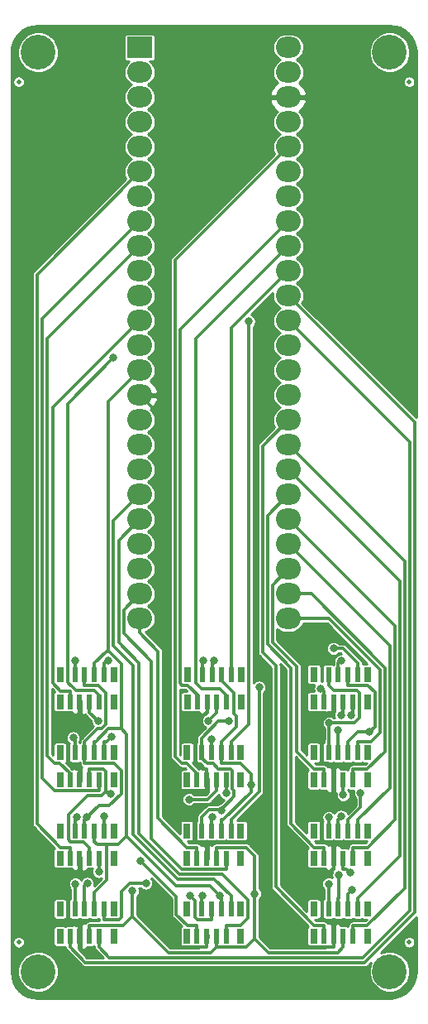
<source format=gtl>
%TF.GenerationSoftware,KiCad,Pcbnew,5.1.10-88a1d61d58~88~ubuntu20.10.1*%
%TF.CreationDate,2021-05-14T12:57:49-04:00*%
%TF.ProjectId,lick_detector_interface,6c69636b-5f64-4657-9465-63746f725f69,1.0*%
%TF.SameCoordinates,Original*%
%TF.FileFunction,Copper,L1,Top*%
%TF.FilePolarity,Positive*%
%FSLAX46Y46*%
G04 Gerber Fmt 4.6, Leading zero omitted, Abs format (unit mm)*
G04 Created by KiCad (PCBNEW 5.1.10-88a1d61d58~88~ubuntu20.10.1) date 2021-05-14 12:57:49*
%MOMM*%
%LPD*%
G01*
G04 APERTURE LIST*
%TA.AperFunction,ComponentPad*%
%ADD10O,2.540000X2.184400*%
%TD*%
%TA.AperFunction,ComponentPad*%
%ADD11R,2.540000X2.184400*%
%TD*%
%TA.AperFunction,SMDPad,CuDef*%
%ADD12R,0.800000X1.500000*%
%TD*%
%TA.AperFunction,SMDPad,CuDef*%
%ADD13R,0.600000X1.500000*%
%TD*%
%TA.AperFunction,SMDPad,CuDef*%
%ADD14C,0.500000*%
%TD*%
%TA.AperFunction,ComponentPad*%
%ADD15C,3.556000*%
%TD*%
%TA.AperFunction,ViaPad*%
%ADD16C,0.812800*%
%TD*%
%TA.AperFunction,Conductor*%
%ADD17C,0.304800*%
%TD*%
%TA.AperFunction,Conductor*%
%ADD18C,0.254000*%
%TD*%
%TA.AperFunction,Conductor*%
%ADD19C,0.100000*%
%TD*%
G04 APERTURE END LIST*
D10*
%TO.P,TEENSY1,*%
%TO.N,*%
X167620000Y-67050000D03*
%TO.P,TEENSY1,33*%
%TO.N,/INT1_9*%
X167620000Y-89910000D03*
%TO.P,TEENSY1,34*%
%TO.N,/INT2_9*%
X167620000Y-87370000D03*
%TO.P,TEENSY1,38*%
%TO.N,/~CS_10*%
X167620000Y-77210000D03*
%TO.P,TEENSY1,37*%
%TO.N,/INT2_10*%
X167620000Y-79750000D03*
%TO.P,TEENSY1,41*%
%TO.N,/~CS_11*%
X167620000Y-69590000D03*
%TO.P,TEENSY1,39*%
%TO.N,/INT1_11*%
X167620000Y-74670000D03*
%TO.P,TEENSY1,35*%
%TO.N,/~CS_9*%
X167620000Y-84830000D03*
%TO.P,TEENSY1,36*%
%TO.N,/INT1_10*%
X167620000Y-82290000D03*
%TO.P,TEENSY1,40*%
%TO.N,/INT2_11*%
X167620000Y-72130000D03*
%TO.P,TEENSY1,3V3*%
%TO.N,/VAA*%
X152380000Y-67050000D03*
%TO.P,TEENSY1,32*%
%TO.N,/~CS_6*%
X152380000Y-89910000D03*
%TO.P,TEENSY1,31*%
%TO.N,/INT2_6*%
X152380000Y-87370000D03*
%TO.P,TEENSY1,27*%
%TO.N,/INT1_7*%
X152380000Y-77210000D03*
%TO.P,TEENSY1,30*%
%TO.N,/INT1_6*%
X152380000Y-84830000D03*
%TO.P,TEENSY1,25*%
%TO.N,/INT2_8*%
X152380000Y-72130000D03*
%TO.P,TEENSY1,28*%
%TO.N,/INT2_7*%
X152380000Y-79750000D03*
%TO.P,TEENSY1,29*%
%TO.N,/~CS_7*%
X152380000Y-82290000D03*
%TO.P,TEENSY1,24*%
%TO.N,/INT1_8*%
X152380000Y-69590000D03*
%TO.P,TEENSY1,26*%
%TO.N,/~CS_8*%
X152380000Y-74670000D03*
%TO.P,TEENSY1,V_IN*%
%TO.N,N/C*%
X167620000Y-31490000D03*
%TO.P,TEENSY1,*%
%TO.N,*%
X167620000Y-34030000D03*
%TO.P,TEENSY1,3V3*%
%TO.N,/VAA*%
X167620000Y-36570000D03*
%TO.P,TEENSY1,23*%
%TO.N,N/C*%
X167620000Y-39110000D03*
%TO.P,TEENSY1,22*%
%TO.N,/~CS_5*%
X167620000Y-41650000D03*
%TO.P,TEENSY1,21*%
%TO.N,/INT2_5*%
X167620000Y-44190000D03*
%TO.P,TEENSY1,20*%
%TO.N,/INT1_5*%
X167620000Y-46730000D03*
%TO.P,TEENSY1,19*%
%TO.N,/~CS_4*%
X167620000Y-49270000D03*
%TO.P,TEENSY1,18*%
%TO.N,/INT2_4*%
X167620000Y-51810000D03*
%TO.P,TEENSY1,17*%
%TO.N,/INT1_4*%
X167620000Y-54350000D03*
%TO.P,TEENSY1,16*%
%TO.N,/~CS_3*%
X167620000Y-56890000D03*
%TO.P,TEENSY1,15*%
%TO.N,/INT2_3*%
X167620000Y-59430000D03*
%TO.P,TEENSY1,14*%
%TO.N,/INT1_3*%
X167620000Y-61970000D03*
%TO.P,TEENSY1,13*%
%TO.N,/SCK*%
X167620000Y-64510000D03*
%TO.P,TEENSY1,12*%
%TO.N,/MISO*%
X152380000Y-64510000D03*
%TO.P,TEENSY1,11*%
%TO.N,/MOSI*%
X152380000Y-61970000D03*
%TO.P,TEENSY1,10*%
%TO.N,/~CS_0*%
X152380000Y-59430000D03*
%TO.P,TEENSY1,9*%
%TO.N,/INT2_0*%
X152380000Y-56890000D03*
%TO.P,TEENSY1,8*%
%TO.N,/INT1_0*%
X152380000Y-54350000D03*
%TO.P,TEENSY1,7*%
%TO.N,/~CS_1*%
X152380000Y-51810000D03*
%TO.P,TEENSY1,6*%
%TO.N,/INT2_1*%
X152380000Y-49270000D03*
%TO.P,TEENSY1,5*%
%TO.N,/INT1_1*%
X152380000Y-46730000D03*
%TO.P,TEENSY1,4*%
%TO.N,/~CS_2*%
X152380000Y-44190000D03*
%TO.P,TEENSY1,3*%
%TO.N,/INT2_2*%
X152380000Y-41650000D03*
%TO.P,TEENSY1,2*%
%TO.N,/INT1_2*%
X152380000Y-39110000D03*
%TO.P,TEENSY1,1*%
%TO.N,N/C*%
X152380000Y-36570000D03*
%TO.P,TEENSY1,0*%
X152380000Y-34030000D03*
D11*
%TO.P,TEENSY1,GND*%
%TO.N,/GND*%
X152380000Y-31490000D03*
%TD*%
D12*
%TO.P,P1,*%
%TO.N,*%
X144250000Y-98400000D03*
X144250000Y-95600000D03*
X149750000Y-95600000D03*
X149750000Y-98400000D03*
D13*
%TO.P,P1,1*%
%TO.N,/~CS_0*%
X145250000Y-98400000D03*
%TO.P,P1,2*%
%TO.N,/GND*%
X145750000Y-95600000D03*
%TO.P,P1,3*%
%TO.N,/VAA*%
X146250000Y-98400000D03*
%TO.P,P1,4*%
%TO.N,/SCK*%
X146750000Y-95600000D03*
%TO.P,P1,5*%
%TO.N,/MOSI*%
X147250000Y-98400000D03*
%TO.P,P1,6*%
%TO.N,/MISO*%
X147750000Y-95600000D03*
%TO.P,P1,7*%
%TO.N,/INT2_0*%
X148250000Y-98400000D03*
%TO.P,P1,8*%
%TO.N,/INT1_0*%
X148750000Y-95600000D03*
%TD*%
D12*
%TO.P,P2,*%
%TO.N,*%
X144250000Y-106400000D03*
X144250000Y-103600000D03*
X149750000Y-103600000D03*
X149750000Y-106400000D03*
D13*
%TO.P,P2,1*%
%TO.N,/~CS_1*%
X145250000Y-106400000D03*
%TO.P,P2,2*%
%TO.N,/GND*%
X145750000Y-103600000D03*
%TO.P,P2,3*%
%TO.N,/VAA*%
X146250000Y-106400000D03*
%TO.P,P2,4*%
%TO.N,/SCK*%
X146750000Y-103600000D03*
%TO.P,P2,5*%
%TO.N,/MOSI*%
X147250000Y-106400000D03*
%TO.P,P2,6*%
%TO.N,/MISO*%
X147750000Y-103600000D03*
%TO.P,P2,7*%
%TO.N,/INT2_1*%
X148250000Y-106400000D03*
%TO.P,P2,8*%
%TO.N,/INT1_1*%
X148750000Y-103600000D03*
%TD*%
D12*
%TO.P,P3,*%
%TO.N,*%
X144250000Y-114400000D03*
X144250000Y-111600000D03*
X149750000Y-111600000D03*
X149750000Y-114400000D03*
D13*
%TO.P,P3,1*%
%TO.N,/~CS_2*%
X145250000Y-114400000D03*
%TO.P,P3,2*%
%TO.N,/GND*%
X145750000Y-111600000D03*
%TO.P,P3,3*%
%TO.N,/VAA*%
X146250000Y-114400000D03*
%TO.P,P3,4*%
%TO.N,/SCK*%
X146750000Y-111600000D03*
%TO.P,P3,5*%
%TO.N,/MOSI*%
X147250000Y-114400000D03*
%TO.P,P3,6*%
%TO.N,/MISO*%
X147750000Y-111600000D03*
%TO.P,P3,7*%
%TO.N,/INT2_2*%
X148250000Y-114400000D03*
%TO.P,P3,8*%
%TO.N,/INT1_2*%
X148750000Y-111600000D03*
%TD*%
D12*
%TO.P,P4,*%
%TO.N,*%
X144250000Y-122400000D03*
X144250000Y-119600000D03*
X149750000Y-119600000D03*
X149750000Y-122400000D03*
D13*
%TO.P,P4,1*%
%TO.N,/~CS_3*%
X145250000Y-122400000D03*
%TO.P,P4,2*%
%TO.N,/GND*%
X145750000Y-119600000D03*
%TO.P,P4,3*%
%TO.N,/VAA*%
X146250000Y-122400000D03*
%TO.P,P4,4*%
%TO.N,/SCK*%
X146750000Y-119600000D03*
%TO.P,P4,5*%
%TO.N,/MOSI*%
X147250000Y-122400000D03*
%TO.P,P4,6*%
%TO.N,/MISO*%
X147750000Y-119600000D03*
%TO.P,P4,7*%
%TO.N,/INT2_3*%
X148250000Y-122400000D03*
%TO.P,P4,8*%
%TO.N,/INT1_3*%
X148750000Y-119600000D03*
%TD*%
D12*
%TO.P,P5,*%
%TO.N,*%
X157300000Y-98400000D03*
X157300000Y-95600000D03*
X162800000Y-95600000D03*
X162800000Y-98400000D03*
D13*
%TO.P,P5,1*%
%TO.N,/~CS_4*%
X158300000Y-98400000D03*
%TO.P,P5,2*%
%TO.N,/GND*%
X158800000Y-95600000D03*
%TO.P,P5,3*%
%TO.N,/VAA*%
X159300000Y-98400000D03*
%TO.P,P5,4*%
%TO.N,/SCK*%
X159800000Y-95600000D03*
%TO.P,P5,5*%
%TO.N,/MOSI*%
X160300000Y-98400000D03*
%TO.P,P5,6*%
%TO.N,/MISO*%
X160800000Y-95600000D03*
%TO.P,P5,7*%
%TO.N,/INT2_4*%
X161300000Y-98400000D03*
%TO.P,P5,8*%
%TO.N,/INT1_4*%
X161800000Y-95600000D03*
%TD*%
D12*
%TO.P,P6,*%
%TO.N,*%
X157250000Y-106400000D03*
X157250000Y-103600000D03*
X162750000Y-103600000D03*
X162750000Y-106400000D03*
D13*
%TO.P,P6,1*%
%TO.N,/~CS_5*%
X158250000Y-106400000D03*
%TO.P,P6,2*%
%TO.N,/GND*%
X158750000Y-103600000D03*
%TO.P,P6,3*%
%TO.N,/VAA*%
X159250000Y-106400000D03*
%TO.P,P6,4*%
%TO.N,/SCK*%
X159750000Y-103600000D03*
%TO.P,P6,5*%
%TO.N,/MOSI*%
X160250000Y-106400000D03*
%TO.P,P6,6*%
%TO.N,/MISO*%
X160750000Y-103600000D03*
%TO.P,P6,7*%
%TO.N,/INT2_5*%
X161250000Y-106400000D03*
%TO.P,P6,8*%
%TO.N,/INT1_5*%
X161750000Y-103600000D03*
%TD*%
D12*
%TO.P,P7,*%
%TO.N,*%
X157250000Y-114400000D03*
X157250000Y-111600000D03*
X162750000Y-111600000D03*
X162750000Y-114400000D03*
D13*
%TO.P,P7,1*%
%TO.N,/~CS_6*%
X158250000Y-114400000D03*
%TO.P,P7,2*%
%TO.N,/GND*%
X158750000Y-111600000D03*
%TO.P,P7,3*%
%TO.N,/VAA*%
X159250000Y-114400000D03*
%TO.P,P7,4*%
%TO.N,/SCK*%
X159750000Y-111600000D03*
%TO.P,P7,5*%
%TO.N,/MOSI*%
X160250000Y-114400000D03*
%TO.P,P7,6*%
%TO.N,/MISO*%
X160750000Y-111600000D03*
%TO.P,P7,7*%
%TO.N,/INT2_6*%
X161250000Y-114400000D03*
%TO.P,P7,8*%
%TO.N,/INT1_6*%
X161750000Y-111600000D03*
%TD*%
D12*
%TO.P,P8,*%
%TO.N,*%
X157250000Y-122400000D03*
X157250000Y-119600000D03*
X162750000Y-119600000D03*
X162750000Y-122400000D03*
D13*
%TO.P,P8,1*%
%TO.N,/~CS_7*%
X158250000Y-122400000D03*
%TO.P,P8,2*%
%TO.N,/GND*%
X158750000Y-119600000D03*
%TO.P,P8,3*%
%TO.N,/VAA*%
X159250000Y-122400000D03*
%TO.P,P8,4*%
%TO.N,/SCK*%
X159750000Y-119600000D03*
%TO.P,P8,5*%
%TO.N,/MOSI*%
X160250000Y-122400000D03*
%TO.P,P8,6*%
%TO.N,/MISO*%
X160750000Y-119600000D03*
%TO.P,P8,7*%
%TO.N,/INT2_7*%
X161250000Y-122400000D03*
%TO.P,P8,8*%
%TO.N,/INT1_7*%
X161750000Y-119600000D03*
%TD*%
D12*
%TO.P,P9,*%
%TO.N,*%
X170250000Y-98400000D03*
X170250000Y-95600000D03*
X175750000Y-95600000D03*
X175750000Y-98400000D03*
D13*
%TO.P,P9,1*%
%TO.N,/~CS_8*%
X171250000Y-98400000D03*
%TO.P,P9,2*%
%TO.N,/GND*%
X171750000Y-95600000D03*
%TO.P,P9,3*%
%TO.N,/VAA*%
X172250000Y-98400000D03*
%TO.P,P9,4*%
%TO.N,/SCK*%
X172750000Y-95600000D03*
%TO.P,P9,5*%
%TO.N,/MOSI*%
X173250000Y-98400000D03*
%TO.P,P9,6*%
%TO.N,/MISO*%
X173750000Y-95600000D03*
%TO.P,P9,7*%
%TO.N,/INT2_8*%
X174250000Y-98400000D03*
%TO.P,P9,8*%
%TO.N,/INT1_8*%
X174750000Y-95600000D03*
%TD*%
D12*
%TO.P,P10,*%
%TO.N,*%
X170250000Y-106400000D03*
X170250000Y-103600000D03*
X175750000Y-103600000D03*
X175750000Y-106400000D03*
D13*
%TO.P,P10,1*%
%TO.N,/~CS_9*%
X171250000Y-106400000D03*
%TO.P,P10,2*%
%TO.N,/GND*%
X171750000Y-103600000D03*
%TO.P,P10,3*%
%TO.N,/VAA*%
X172250000Y-106400000D03*
%TO.P,P10,4*%
%TO.N,/SCK*%
X172750000Y-103600000D03*
%TO.P,P10,5*%
%TO.N,/MOSI*%
X173250000Y-106400000D03*
%TO.P,P10,6*%
%TO.N,/MISO*%
X173750000Y-103600000D03*
%TO.P,P10,7*%
%TO.N,/INT2_9*%
X174250000Y-106400000D03*
%TO.P,P10,8*%
%TO.N,/INT1_9*%
X174750000Y-103600000D03*
%TD*%
D12*
%TO.P,P11,*%
%TO.N,*%
X170250000Y-114400000D03*
X170250000Y-111600000D03*
X175750000Y-111600000D03*
X175750000Y-114400000D03*
D13*
%TO.P,P11,1*%
%TO.N,/~CS_10*%
X171250000Y-114400000D03*
%TO.P,P11,2*%
%TO.N,/GND*%
X171750000Y-111600000D03*
%TO.P,P11,3*%
%TO.N,/VAA*%
X172250000Y-114400000D03*
%TO.P,P11,4*%
%TO.N,/SCK*%
X172750000Y-111600000D03*
%TO.P,P11,5*%
%TO.N,/MOSI*%
X173250000Y-114400000D03*
%TO.P,P11,6*%
%TO.N,/MISO*%
X173750000Y-111600000D03*
%TO.P,P11,7*%
%TO.N,/INT2_10*%
X174250000Y-114400000D03*
%TO.P,P11,8*%
%TO.N,/INT1_10*%
X174750000Y-111600000D03*
%TD*%
D12*
%TO.P,P12,*%
%TO.N,*%
X170250000Y-122400000D03*
X170250000Y-119600000D03*
X175750000Y-119600000D03*
X175750000Y-122400000D03*
D13*
%TO.P,P12,1*%
%TO.N,/~CS_11*%
X171250000Y-122400000D03*
%TO.P,P12,2*%
%TO.N,/GND*%
X171750000Y-119600000D03*
%TO.P,P12,3*%
%TO.N,/VAA*%
X172250000Y-122400000D03*
%TO.P,P12,4*%
%TO.N,/SCK*%
X172750000Y-119600000D03*
%TO.P,P12,5*%
%TO.N,/MOSI*%
X173250000Y-122400000D03*
%TO.P,P12,6*%
%TO.N,/MISO*%
X173750000Y-119600000D03*
%TO.P,P12,7*%
%TO.N,/INT2_11*%
X174250000Y-122400000D03*
%TO.P,P12,8*%
%TO.N,/INT1_11*%
X174750000Y-119600000D03*
%TD*%
D14*
%TO.P,FID1,~*%
%TO.N,N/C*%
X140000000Y-35000000D03*
%TD*%
%TO.P,FID2,~*%
%TO.N,N/C*%
X180000000Y-35000000D03*
%TD*%
%TO.P,FID3,~*%
%TO.N,N/C*%
X180000000Y-123000000D03*
%TD*%
%TO.P,FID4,~*%
%TO.N,N/C*%
X140000000Y-123000000D03*
%TD*%
D15*
%TO.P,MH1,1*%
%TO.N,N/C*%
X142000000Y-32000000D03*
%TD*%
%TO.P,MH2,1*%
%TO.N,N/C*%
X178000000Y-32000000D03*
%TD*%
%TO.P,MH3,1*%
%TO.N,N/C*%
X178000000Y-126000000D03*
%TD*%
%TO.P,MH4,1*%
%TO.N,N/C*%
X142000000Y-126000000D03*
%TD*%
D16*
%TO.N,/SCK*%
X157555200Y-118213200D03*
X173033000Y-110114700D03*
X172787000Y-116123900D03*
X146982500Y-110233100D03*
X147036400Y-116981600D03*
X173029500Y-94220900D03*
X172750000Y-101296000D03*
X159764600Y-102222000D03*
X160047300Y-94217400D03*
X159809500Y-110189800D03*
%TO.N,/MOSI*%
X148168300Y-100411600D03*
X164195200Y-118055000D03*
X151664800Y-117744900D03*
X173250000Y-107954400D03*
X173998300Y-115909900D03*
X157440600Y-108381900D03*
X149393300Y-107810200D03*
X159438000Y-100358900D03*
X173037700Y-99761700D03*
%TO.N,/MISO*%
X163827600Y-106870400D03*
X160582100Y-118211700D03*
X174125600Y-117664200D03*
X175960200Y-101479500D03*
X175018400Y-107737500D03*
%TO.N,/GND*%
X160763000Y-109533700D03*
X171813700Y-100581600D03*
X171750000Y-117035100D03*
X171768400Y-110229700D03*
X145804800Y-117021400D03*
X145768400Y-94217400D03*
X145927700Y-110227200D03*
X161522600Y-100406400D03*
X145590300Y-102084800D03*
X158837400Y-118239200D03*
X158926700Y-94217400D03*
%TO.N,/VAA*%
X155656200Y-122123800D03*
X165585800Y-119595400D03*
X144573900Y-102182500D03*
X145250000Y-116027400D03*
%TO.N,/INT2_0*%
X149684800Y-63245700D03*
%TO.N,/INT1_0*%
X149136900Y-94223600D03*
%TO.N,/INT1_1*%
X149476100Y-101992700D03*
%TO.N,/INT2_2*%
X148209000Y-115783000D03*
%TO.N,/INT1_2*%
X148750000Y-110076000D03*
%TO.N,/INT1_3*%
X153034500Y-116958300D03*
%TO.N,/INT1_5*%
X163555900Y-59492600D03*
%TO.N,/INT2_5*%
X161250000Y-107764900D03*
%TO.N,/INT1_6*%
X164632300Y-96920600D03*
%TO.N,/~CS_7*%
X152479000Y-114681900D03*
%TO.N,/~CS_8*%
X170943300Y-97036800D03*
%TO.N,/INT2_8*%
X174054100Y-99761700D03*
%TO.N,/INT1_8*%
X172247700Y-92950600D03*
%TD*%
D17*
%TO.N,/SCK*%
X146750000Y-102494100D02*
X148070200Y-101173900D01*
X148070200Y-101173900D02*
X148491700Y-101173900D01*
X148491700Y-101173900D02*
X148931100Y-100734500D01*
X148931100Y-100734500D02*
X148931100Y-97470600D01*
X148931100Y-97470600D02*
X148166400Y-96705900D01*
X148166400Y-96705900D02*
X146750000Y-96705900D01*
X172750000Y-102494100D02*
X172750000Y-101296000D01*
X159750000Y-120705900D02*
X158295000Y-120705900D01*
X158295000Y-120705900D02*
X158075000Y-120485900D01*
X158075000Y-120485900D02*
X158075000Y-118733000D01*
X158075000Y-118733000D02*
X157555200Y-118213200D01*
X159750000Y-119600000D02*
X159750000Y-120705900D01*
X146982500Y-110233100D02*
X148215600Y-109000000D01*
X148215600Y-109000000D02*
X149296800Y-109000000D01*
X149296800Y-109000000D02*
X150506000Y-107790800D01*
X150506000Y-107790800D02*
X150506000Y-105443000D01*
X150506000Y-105443000D02*
X149768900Y-104705900D01*
X149768900Y-104705900D02*
X146750000Y-104705900D01*
X146750000Y-110494100D02*
X146982500Y-110261600D01*
X146982500Y-110261600D02*
X146982500Y-110233100D01*
X146750000Y-103600000D02*
X146750000Y-104705900D01*
X172750000Y-118494100D02*
X172787000Y-118457100D01*
X172787000Y-118457100D02*
X172787000Y-116123900D01*
X173033000Y-110114700D02*
X173033000Y-110211100D01*
X173033000Y-110211100D02*
X172750000Y-110494100D01*
X172750000Y-111600000D02*
X172750000Y-110494100D01*
X172750000Y-119600000D02*
X172750000Y-118494100D01*
X146750000Y-95600000D02*
X146750000Y-96705900D01*
X146750000Y-103600000D02*
X146750000Y-102494100D01*
X146750000Y-111600000D02*
X146750000Y-110494100D01*
X147036400Y-116981600D02*
X146750000Y-117268000D01*
X146750000Y-117268000D02*
X146750000Y-119600000D01*
X159750000Y-111047000D02*
X159750000Y-111600000D01*
X159750000Y-111047000D02*
X159750000Y-110494100D01*
X172750000Y-95600000D02*
X172750000Y-94494100D01*
X173029500Y-94220900D02*
X172756300Y-94494100D01*
X172756300Y-94494100D02*
X172750000Y-94494100D01*
X159750000Y-110494100D02*
X159750000Y-110249300D01*
X159750000Y-110249300D02*
X159809500Y-110189800D01*
X172750000Y-103600000D02*
X172750000Y-102494100D01*
X159800000Y-94494100D02*
X159800000Y-94464700D01*
X159800000Y-94464700D02*
X160047300Y-94217400D01*
X159750000Y-102494100D02*
X159764600Y-102479500D01*
X159764600Y-102479500D02*
X159764600Y-102222000D01*
X159750000Y-103600000D02*
X159750000Y-102494100D01*
X159800000Y-95600000D02*
X159800000Y-94494100D01*
%TO.N,/MOSI*%
X147250000Y-98400000D02*
X147250000Y-99505900D01*
X148168300Y-100411600D02*
X147262600Y-99505900D01*
X147262600Y-99505900D02*
X147250000Y-99505900D01*
X173250000Y-122400000D02*
X173250000Y-123505900D01*
X164195200Y-122644200D02*
X164195200Y-118055000D01*
X160250000Y-123505900D02*
X163333500Y-123505900D01*
X163333500Y-123505900D02*
X164195200Y-122644200D01*
X173250000Y-123505900D02*
X172709500Y-124046400D01*
X172709500Y-124046400D02*
X165597400Y-124046400D01*
X165597400Y-124046400D02*
X164195200Y-122644200D01*
X151664800Y-120359300D02*
X155352000Y-124046500D01*
X155352000Y-124046500D02*
X159709400Y-124046500D01*
X159709400Y-124046500D02*
X160250000Y-123505900D01*
X160250000Y-113294100D02*
X163317000Y-113294100D01*
X163317000Y-113294100D02*
X164195200Y-114172300D01*
X164195200Y-114172300D02*
X164195200Y-118055000D01*
X151664800Y-120359300D02*
X151664800Y-117744900D01*
X147250000Y-121294100D02*
X150730000Y-121294100D01*
X150730000Y-121294100D02*
X151664800Y-120359300D01*
X160250000Y-122400000D02*
X160250000Y-123505900D01*
X160250000Y-114400000D02*
X160250000Y-113294100D01*
X173250000Y-99505900D02*
X173037700Y-99718200D01*
X173037700Y-99718200D02*
X173037700Y-99761700D01*
X147250000Y-122400000D02*
X147250000Y-121294100D01*
X160250000Y-106400000D02*
X160250000Y-107505900D01*
X160250000Y-107505900D02*
X159374000Y-108381900D01*
X159374000Y-108381900D02*
X157440600Y-108381900D01*
X173998300Y-115909900D02*
X173594300Y-115505900D01*
X173594300Y-115505900D02*
X173250000Y-115505900D01*
X173250000Y-114400000D02*
X173250000Y-115505900D01*
X173250000Y-106400000D02*
X173250000Y-107954400D01*
X148950000Y-107534800D02*
X148470500Y-108014300D01*
X148470500Y-108014300D02*
X147041400Y-108014300D01*
X147041400Y-108014300D02*
X145076100Y-109979600D01*
X145076100Y-109979600D02*
X145076100Y-112495100D01*
X145076100Y-112495100D02*
X145286900Y-112705900D01*
X145286900Y-112705900D02*
X146661800Y-112705900D01*
X146661800Y-112705900D02*
X147250000Y-113294100D01*
X147250000Y-105294100D02*
X148705600Y-105294100D01*
X148705600Y-105294100D02*
X148950000Y-105538500D01*
X148950000Y-105538500D02*
X148950000Y-107534800D01*
X148950000Y-107534800D02*
X149225400Y-107810200D01*
X149225400Y-107810200D02*
X149393300Y-107810200D01*
X147250000Y-114400000D02*
X147250000Y-113294100D01*
X147250000Y-106400000D02*
X147250000Y-105294100D01*
X159438000Y-100358900D02*
X160291000Y-99505900D01*
X160291000Y-99505900D02*
X160300000Y-99505900D01*
X160300000Y-98400000D02*
X160300000Y-99505900D01*
X173250000Y-98400000D02*
X173250000Y-99505900D01*
%TO.N,/MISO*%
X150511600Y-101183100D02*
X150511600Y-94500900D01*
X150511600Y-94500900D02*
X149248600Y-93237900D01*
X149248600Y-93237900D02*
X149202100Y-93237900D01*
X151031200Y-112155900D02*
X151031200Y-101702700D01*
X151031200Y-101702700D02*
X150511600Y-101183100D01*
X150511600Y-101183100D02*
X149207800Y-101183100D01*
X149207800Y-101183100D02*
X147896800Y-102494100D01*
X147896800Y-102494100D02*
X147750000Y-102494100D01*
X147750000Y-103600000D02*
X147750000Y-102494100D01*
X149202100Y-93237900D02*
X149006200Y-93237900D01*
X149006200Y-93237900D02*
X147750000Y-94494100D01*
X152380000Y-64510000D02*
X149202100Y-67687900D01*
X149202100Y-67687900D02*
X149202100Y-93237900D01*
X160582100Y-118211700D02*
X159577000Y-117206600D01*
X159577000Y-117206600D02*
X156081900Y-117206600D01*
X156081900Y-117206600D02*
X151031200Y-112155900D01*
X151031200Y-112155900D02*
X150185900Y-113001200D01*
X150185900Y-113001200D02*
X148994000Y-113001200D01*
X160750000Y-111600000D02*
X160750000Y-110494100D01*
X163827600Y-106870400D02*
X163827600Y-107622600D01*
X163827600Y-107622600D02*
X160956100Y-110494100D01*
X160956100Y-110494100D02*
X160750000Y-110494100D01*
X160750000Y-104705900D02*
X162744400Y-104705900D01*
X162744400Y-104705900D02*
X163827600Y-105789100D01*
X163827600Y-105789100D02*
X163827600Y-106870400D01*
X160750000Y-103600000D02*
X160750000Y-104705900D01*
X160582100Y-118211700D02*
X160582100Y-118326200D01*
X160582100Y-118326200D02*
X160750000Y-118494100D01*
X160750000Y-119600000D02*
X160750000Y-118494100D01*
X148994000Y-113001200D02*
X148045300Y-113001200D01*
X148045300Y-113001200D02*
X147750000Y-112705900D01*
X147750000Y-119600000D02*
X147750000Y-117871700D01*
X147750000Y-117871700D02*
X148994000Y-116627700D01*
X148994000Y-116627700D02*
X148994000Y-113001200D01*
X160750000Y-103600000D02*
X160750000Y-102494100D01*
X160750000Y-102494100D02*
X162303900Y-100940200D01*
X162303900Y-100940200D02*
X162303900Y-99903900D01*
X162303900Y-99903900D02*
X162044000Y-99644000D01*
X162044000Y-99644000D02*
X162044000Y-97504700D01*
X162044000Y-97504700D02*
X160800000Y-96260700D01*
X160800000Y-96260700D02*
X160800000Y-95600000D01*
X147750000Y-95600000D02*
X147750000Y-94494100D01*
X147750000Y-111600000D02*
X147750000Y-112705900D01*
X174125600Y-117664200D02*
X173750000Y-118039800D01*
X173750000Y-118039800D02*
X173750000Y-119600000D01*
X175960200Y-101479500D02*
X176506000Y-100933700D01*
X176506000Y-100933700D02*
X176506000Y-97411500D01*
X176506000Y-97411500D02*
X175800400Y-96705900D01*
X175800400Y-96705900D02*
X173750000Y-96705900D01*
X173750000Y-102494100D02*
X174764600Y-101479500D01*
X174764600Y-101479500D02*
X175960200Y-101479500D01*
X173750000Y-95600000D02*
X173750000Y-96705900D01*
X173750000Y-103600000D02*
X173750000Y-102494100D01*
X173750000Y-110494100D02*
X175018400Y-109225700D01*
X175018400Y-109225700D02*
X175018400Y-107737500D01*
X173750000Y-111600000D02*
X173750000Y-110494100D01*
%TO.N,/~CS_0*%
X145250000Y-97294100D02*
X144283000Y-97294100D01*
X144283000Y-97294100D02*
X143494000Y-96505100D01*
X143494000Y-96505100D02*
X143494000Y-68316000D01*
X143494000Y-68316000D02*
X152380000Y-59430000D01*
X145250000Y-98400000D02*
X145250000Y-97294100D01*
%TO.N,/GND*%
X160763000Y-109422600D02*
X162082400Y-108103200D01*
X162082400Y-108103200D02*
X162082400Y-107519200D01*
X162082400Y-107519200D02*
X161906000Y-107342800D01*
X161906000Y-107342800D02*
X161906000Y-105483100D01*
X161906000Y-105483100D02*
X161716900Y-105294000D01*
X161716900Y-105294000D02*
X160462500Y-105294000D01*
X160462500Y-105294000D02*
X159902700Y-104734200D01*
X159902700Y-104734200D02*
X159305400Y-104734200D01*
X159305400Y-104734200D02*
X158750000Y-104178800D01*
X158750000Y-104178800D02*
X158750000Y-103600000D01*
X171750000Y-96705900D02*
X172298200Y-97254100D01*
X172298200Y-97254100D02*
X174671800Y-97254100D01*
X174671800Y-97254100D02*
X174906000Y-97488300D01*
X174906000Y-97488300D02*
X174906000Y-100013900D01*
X174906000Y-100013900D02*
X174386200Y-100533700D01*
X174386200Y-100533700D02*
X171861600Y-100533700D01*
X171861600Y-100533700D02*
X171813700Y-100581600D01*
X158750000Y-110494100D02*
X158750000Y-110171300D01*
X158750000Y-110171300D02*
X159498700Y-109422600D01*
X159498700Y-109422600D02*
X160763000Y-109422600D01*
X160763000Y-109533700D02*
X160763000Y-109422600D01*
X171750000Y-102494100D02*
X171813700Y-102430400D01*
X171813700Y-102430400D02*
X171813700Y-100581600D01*
X171750000Y-95600000D02*
X171750000Y-96705900D01*
X171750000Y-103600000D02*
X171750000Y-102494100D01*
X171750000Y-119600000D02*
X171750000Y-117035100D01*
X171750000Y-110494100D02*
X171750000Y-110248100D01*
X171750000Y-110248100D02*
X171768400Y-110229700D01*
X171750000Y-111600000D02*
X171750000Y-110494100D01*
X145750000Y-95600000D02*
X145750000Y-94235800D01*
X145750000Y-94235800D02*
X145768400Y-94217400D01*
X145804800Y-117021400D02*
X145750000Y-117076200D01*
X145750000Y-117076200D02*
X145750000Y-119600000D01*
X145927700Y-110227200D02*
X145927700Y-110316400D01*
X145927700Y-110316400D02*
X145750000Y-110494100D01*
X145750000Y-111600000D02*
X145750000Y-110494100D01*
X158750000Y-103600000D02*
X158750000Y-102125100D01*
X158750000Y-102125100D02*
X160468700Y-100406400D01*
X160468700Y-100406400D02*
X161522600Y-100406400D01*
X158750000Y-118494100D02*
X158837400Y-118406700D01*
X158837400Y-118406700D02*
X158837400Y-118239200D01*
X145750000Y-102494100D02*
X145750000Y-102244500D01*
X145750000Y-102244500D02*
X145590300Y-102084800D01*
X145750000Y-103600000D02*
X145750000Y-102494100D01*
X158750000Y-119600000D02*
X158750000Y-118494100D01*
X158800000Y-94494100D02*
X158926700Y-94367400D01*
X158926700Y-94367400D02*
X158926700Y-94217400D01*
X158800000Y-95600000D02*
X158800000Y-94494100D01*
X158750000Y-111600000D02*
X158750000Y-110494100D01*
%TO.N,/VAA*%
X172250000Y-98400000D02*
X172250000Y-99505900D01*
X172250000Y-106400000D02*
X172250000Y-105294100D01*
X172250000Y-105294100D02*
X171661800Y-104705900D01*
X171661800Y-104705900D02*
X171295800Y-104705900D01*
X171295800Y-104705900D02*
X171014300Y-104424400D01*
X171014300Y-104424400D02*
X171014300Y-100224200D01*
X171014300Y-100224200D02*
X171732600Y-99505900D01*
X171732600Y-99505900D02*
X172250000Y-99505900D01*
X172250000Y-113294100D02*
X171741600Y-112785700D01*
X171741600Y-112785700D02*
X171381800Y-112785700D01*
X171381800Y-112785700D02*
X171006000Y-112409900D01*
X171006000Y-112409900D02*
X171006000Y-108898200D01*
X171006000Y-108898200D02*
X172250000Y-107654200D01*
X172250000Y-107654200D02*
X172250000Y-106400000D01*
X156656500Y-107505900D02*
X154841800Y-105691200D01*
X154841800Y-105691200D02*
X154841800Y-69511800D01*
X154841800Y-69511800D02*
X152380000Y-67050000D01*
X159250000Y-122400000D02*
X159250000Y-123505900D01*
X155656200Y-122123800D02*
X155656200Y-122469500D01*
X155656200Y-122469500D02*
X156692600Y-123505900D01*
X156692600Y-123505900D02*
X159250000Y-123505900D01*
X165585800Y-119595400D02*
X169496300Y-123505900D01*
X169496300Y-123505900D02*
X172250000Y-123505900D01*
X159250000Y-113294100D02*
X159798200Y-112745900D01*
X159798200Y-112745900D02*
X163492300Y-112745900D01*
X163492300Y-112745900D02*
X165585800Y-114839400D01*
X165585800Y-114839400D02*
X165585800Y-119595400D01*
X172250000Y-122400000D02*
X172250000Y-123505900D01*
X156656500Y-107505900D02*
X156656500Y-108721900D01*
X156656500Y-108721900D02*
X158006000Y-110071400D01*
X158006000Y-110071400D02*
X158006000Y-112428100D01*
X158006000Y-112428100D02*
X158363700Y-112785800D01*
X158363700Y-112785800D02*
X158741700Y-112785800D01*
X158741700Y-112785800D02*
X159250000Y-113294100D01*
X156656500Y-107505900D02*
X159250000Y-107505900D01*
X159250000Y-114400000D02*
X159250000Y-113294100D01*
X159250000Y-106400000D02*
X159250000Y-107505900D01*
X172250000Y-121847000D02*
X172250000Y-122400000D01*
X172250000Y-121847000D02*
X172250000Y-121294100D01*
X172250000Y-114400000D02*
X172250000Y-115505900D01*
X172250000Y-121294100D02*
X171741600Y-120785700D01*
X171741600Y-120785700D02*
X171324600Y-120785700D01*
X171324600Y-120785700D02*
X171094000Y-120555100D01*
X171094000Y-120555100D02*
X171094000Y-117747000D01*
X171094000Y-117747000D02*
X170941500Y-117594500D01*
X170941500Y-117594500D02*
X170941500Y-116695700D01*
X170941500Y-116695700D02*
X172131300Y-115505900D01*
X172131300Y-115505900D02*
X172250000Y-115505900D01*
X172250000Y-114400000D02*
X172250000Y-113294100D01*
X159300000Y-99505900D02*
X159192500Y-99505900D01*
X159192500Y-99505900D02*
X158059500Y-100638900D01*
X158059500Y-100638900D02*
X158059500Y-104491200D01*
X158059500Y-104491200D02*
X158862400Y-105294100D01*
X158862400Y-105294100D02*
X159250000Y-105294100D01*
X159250000Y-106400000D02*
X159250000Y-105294100D01*
X144828000Y-102182500D02*
X144828000Y-102400500D01*
X144828000Y-102400500D02*
X145058300Y-102630800D01*
X145058300Y-102630800D02*
X145058300Y-104483400D01*
X145058300Y-104483400D02*
X145869000Y-105294100D01*
X145869000Y-105294100D02*
X146250000Y-105294100D01*
X146250000Y-99505900D02*
X144828000Y-100927900D01*
X144828000Y-100927900D02*
X144828000Y-102182500D01*
X144828000Y-102182500D02*
X144573900Y-102182500D01*
X145250000Y-116027400D02*
X145034500Y-116242900D01*
X145034500Y-116242900D02*
X145034500Y-120468200D01*
X145034500Y-120468200D02*
X145860400Y-121294100D01*
X145860400Y-121294100D02*
X146250000Y-121294100D01*
X146250000Y-122400000D02*
X146250000Y-121294100D01*
X145250000Y-116027400D02*
X145728500Y-116027400D01*
X145728500Y-116027400D02*
X146250000Y-115505900D01*
X146250000Y-106400000D02*
X146250000Y-105294100D01*
X146250000Y-114400000D02*
X146250000Y-115505900D01*
X146250000Y-98400000D02*
X146250000Y-99505900D01*
X159300000Y-98400000D02*
X159300000Y-99505900D01*
%TO.N,/INT2_0*%
X148250000Y-98400000D02*
X148250000Y-97772300D01*
X148250000Y-97772300D02*
X147696800Y-97219100D01*
X147696800Y-97219100D02*
X145908700Y-97219100D01*
X145908700Y-97219100D02*
X145395500Y-96705900D01*
X145395500Y-96705900D02*
X145286900Y-96705900D01*
X145286900Y-96705900D02*
X145006000Y-96425000D01*
X145006000Y-96425000D02*
X145006000Y-67924500D01*
X145006000Y-67924500D02*
X149684800Y-63245700D01*
%TO.N,/INT1_0*%
X148750000Y-94494100D02*
X148866400Y-94494100D01*
X148866400Y-94494100D02*
X149136900Y-94223600D01*
X148750000Y-95600000D02*
X148750000Y-94494100D01*
%TO.N,/INT1_1*%
X149476100Y-101992700D02*
X148974700Y-102494100D01*
X148974700Y-102494100D02*
X148750000Y-102494100D01*
X148750000Y-103600000D02*
X148750000Y-102494100D01*
%TO.N,/INT2_1*%
X148250000Y-107505900D02*
X143693400Y-107505900D01*
X143693400Y-107505900D02*
X142424200Y-106236700D01*
X142424200Y-106236700D02*
X142424200Y-59225800D01*
X142424200Y-59225800D02*
X152380000Y-49270000D01*
X148250000Y-106400000D02*
X148250000Y-107505900D01*
%TO.N,/~CS_1*%
X152380000Y-51810000D02*
X142932600Y-61257400D01*
X142932600Y-61257400D02*
X142932600Y-103964700D01*
X142932600Y-103964700D02*
X143673900Y-104706000D01*
X143673900Y-104706000D02*
X144217000Y-104706000D01*
X144217000Y-104706000D02*
X145250000Y-105739000D01*
X145250000Y-105739000D02*
X145250000Y-106400000D01*
%TO.N,/~CS_2*%
X145250000Y-114400000D02*
X145250000Y-113294100D01*
X152380000Y-44190000D02*
X141862600Y-54707400D01*
X141862600Y-54707400D02*
X141862600Y-110897200D01*
X141862600Y-110897200D02*
X144259500Y-113294100D01*
X144259500Y-113294100D02*
X145250000Y-113294100D01*
%TO.N,/INT2_2*%
X148209000Y-115783000D02*
X148250000Y-115742000D01*
X148250000Y-115742000D02*
X148250000Y-114400000D01*
%TO.N,/INT1_2*%
X148750000Y-110076000D02*
X148750000Y-111600000D01*
%TO.N,/INT1_3*%
X148750000Y-119600000D02*
X148750000Y-120705900D01*
X153034500Y-116958300D02*
X151371500Y-116958300D01*
X151371500Y-116958300D02*
X150537200Y-117792600D01*
X150537200Y-117792600D02*
X150537200Y-120471100D01*
X150537200Y-120471100D02*
X150302400Y-120705900D01*
X150302400Y-120705900D02*
X148750000Y-120705900D01*
%TO.N,/INT2_3*%
X148250000Y-123505900D02*
X149298900Y-124554800D01*
X149298900Y-124554800D02*
X175250400Y-124554800D01*
X175250400Y-124554800D02*
X180064300Y-119740900D01*
X180064300Y-119740900D02*
X180064300Y-71874300D01*
X180064300Y-71874300D02*
X167620000Y-59430000D01*
X148250000Y-122400000D02*
X148250000Y-123505900D01*
%TO.N,/~CS_3*%
X145250000Y-123505900D02*
X146808900Y-125064800D01*
X146808900Y-125064800D02*
X175459400Y-125064800D01*
X175459400Y-125064800D02*
X180572600Y-119951600D01*
X180572600Y-119951600D02*
X180572600Y-69842600D01*
X180572600Y-69842600D02*
X167620000Y-56890000D01*
X145250000Y-122400000D02*
X145250000Y-123505900D01*
%TO.N,/~CS_4*%
X158300000Y-98400000D02*
X158300000Y-97695600D01*
X158300000Y-97695600D02*
X157310400Y-96706000D01*
X157310400Y-96706000D02*
X156741600Y-96706000D01*
X156741600Y-96706000D02*
X156544000Y-96508400D01*
X156544000Y-96508400D02*
X156544000Y-60346000D01*
X156544000Y-60346000D02*
X167620000Y-49270000D01*
%TO.N,/INT2_4*%
X161300000Y-98400000D02*
X161300000Y-97774300D01*
X161300000Y-97774300D02*
X160580500Y-97054800D01*
X160580500Y-97054800D02*
X158698800Y-97054800D01*
X158698800Y-97054800D02*
X158136300Y-96492300D01*
X158136300Y-96492300D02*
X158136300Y-61293700D01*
X158136300Y-61293700D02*
X167620000Y-51810000D01*
%TO.N,/INT1_4*%
X167620000Y-54350000D02*
X161800000Y-60170000D01*
X161800000Y-60170000D02*
X161800000Y-94494100D01*
X161800000Y-95600000D02*
X161800000Y-94494100D01*
%TO.N,/INT1_5*%
X161750000Y-102494100D02*
X163555900Y-100688200D01*
X163555900Y-100688200D02*
X163555900Y-59492600D01*
X161750000Y-103600000D02*
X161750000Y-102494100D01*
%TO.N,/INT2_5*%
X161250000Y-107764900D02*
X161250000Y-106400000D01*
%TO.N,/~CS_5*%
X167620000Y-41650000D02*
X156032300Y-53237700D01*
X156032300Y-53237700D02*
X156032300Y-104038400D01*
X156032300Y-104038400D02*
X156699900Y-104706000D01*
X156699900Y-104706000D02*
X157211800Y-104706000D01*
X157211800Y-104706000D02*
X158250000Y-105744200D01*
X158250000Y-105744200D02*
X158250000Y-106400000D01*
%TO.N,/~CS_6*%
X158250000Y-113294100D02*
X157240500Y-113294100D01*
X157240500Y-113294100D02*
X154248900Y-110302500D01*
X154248900Y-110302500D02*
X154248900Y-93227000D01*
X154248900Y-93227000D02*
X152380000Y-91358100D01*
X158250000Y-114400000D02*
X158250000Y-113294100D01*
X152380000Y-89910000D02*
X152380000Y-91358100D01*
%TO.N,/INT2_6*%
X161250000Y-115505900D02*
X156697800Y-115505900D01*
X156697800Y-115505900D02*
X153573000Y-112381100D01*
X153573000Y-112381100D02*
X153573000Y-94261800D01*
X153573000Y-94261800D02*
X150741300Y-91430100D01*
X150741300Y-91430100D02*
X150741300Y-89008700D01*
X150741300Y-89008700D02*
X152380000Y-87370000D01*
X161250000Y-114400000D02*
X161250000Y-115505900D01*
%TO.N,/INT1_6*%
X161750000Y-110494100D02*
X164632300Y-107611800D01*
X164632300Y-107611800D02*
X164632300Y-96920600D01*
X161750000Y-111600000D02*
X161750000Y-110494100D01*
%TO.N,/INT1_7*%
X152380000Y-77210000D02*
X149710400Y-79879600D01*
X149710400Y-79879600D02*
X149710400Y-92652100D01*
X149710400Y-92652100D02*
X151740200Y-94681900D01*
X151740200Y-94681900D02*
X151740200Y-112020900D01*
X151740200Y-112020900D02*
X156244500Y-116525200D01*
X156244500Y-116525200D02*
X160029500Y-116525200D01*
X160029500Y-116525200D02*
X161750000Y-118245700D01*
X161750000Y-118245700D02*
X161750000Y-118494100D01*
X161750000Y-119600000D02*
X161750000Y-118494100D01*
%TO.N,/INT2_7*%
X161250000Y-122400000D02*
X161250000Y-121294100D01*
X152380000Y-79750000D02*
X150232900Y-81897100D01*
X150232900Y-81897100D02*
X150232900Y-92359400D01*
X150232900Y-92359400D02*
X152310100Y-94436600D01*
X152310100Y-94436600D02*
X152310100Y-111871700D01*
X152310100Y-111871700D02*
X156452700Y-116014300D01*
X156452700Y-116014300D02*
X160825400Y-116014300D01*
X160825400Y-116014300D02*
X163506000Y-118694900D01*
X163506000Y-118694900D02*
X163506000Y-120548800D01*
X163506000Y-120548800D02*
X162760700Y-121294100D01*
X162760700Y-121294100D02*
X161250000Y-121294100D01*
%TO.N,/~CS_7*%
X158250000Y-121294100D02*
X157282400Y-121294100D01*
X157282400Y-121294100D02*
X156157300Y-120169000D01*
X156157300Y-120169000D02*
X156157300Y-118360200D01*
X156157300Y-118360200D02*
X152479000Y-114681900D01*
X158250000Y-122400000D02*
X158250000Y-121294100D01*
%TO.N,/~CS_8*%
X171250000Y-97294100D02*
X170992700Y-97036800D01*
X170992700Y-97036800D02*
X170943300Y-97036800D01*
X171250000Y-98400000D02*
X171250000Y-97294100D01*
%TO.N,/INT2_8*%
X174250000Y-99505900D02*
X174054100Y-99701800D01*
X174054100Y-99701800D02*
X174054100Y-99761700D01*
X174250000Y-98400000D02*
X174250000Y-99505900D01*
%TO.N,/INT1_8*%
X172247700Y-92950600D02*
X173206500Y-92950600D01*
X173206500Y-92950600D02*
X174750000Y-94494100D01*
X174750000Y-95600000D02*
X174750000Y-94494100D01*
%TO.N,/INT1_9*%
X174750000Y-103600000D02*
X174750000Y-102494100D01*
X167620000Y-89910000D02*
X171785900Y-89910000D01*
X171785900Y-89910000D02*
X177014500Y-95138600D01*
X177014500Y-95138600D02*
X177014500Y-101537600D01*
X177014500Y-101537600D02*
X176058000Y-102494100D01*
X176058000Y-102494100D02*
X174750000Y-102494100D01*
%TO.N,/INT2_9*%
X174250000Y-105294100D02*
X175712400Y-105294100D01*
X175712400Y-105294100D02*
X177522800Y-103483700D01*
X177522800Y-103483700D02*
X177522800Y-94928100D01*
X177522800Y-94928100D02*
X169964700Y-87370000D01*
X169964700Y-87370000D02*
X169245900Y-87370000D01*
X174250000Y-106400000D02*
X174250000Y-105294100D01*
X167620000Y-87370000D02*
X169245900Y-87370000D01*
%TO.N,/~CS_9*%
X167620000Y-84830000D02*
X165984000Y-86466000D01*
X165984000Y-86466000D02*
X165984000Y-92319200D01*
X165984000Y-92319200D02*
X168477500Y-94812700D01*
X168477500Y-94812700D02*
X168477500Y-103481700D01*
X168477500Y-103481700D02*
X170289900Y-105294100D01*
X170289900Y-105294100D02*
X171250000Y-105294100D01*
X171250000Y-106400000D02*
X171250000Y-105294100D01*
%TO.N,/~CS_10*%
X167620000Y-77210000D02*
X165475600Y-79354400D01*
X165475600Y-79354400D02*
X165475600Y-92529600D01*
X165475600Y-92529600D02*
X167872700Y-94926700D01*
X167872700Y-94926700D02*
X167872700Y-110883200D01*
X167872700Y-110883200D02*
X170283600Y-113294100D01*
X170283600Y-113294100D02*
X171250000Y-113294100D01*
X171250000Y-114400000D02*
X171250000Y-113294100D01*
%TO.N,/INT2_10*%
X174250000Y-113294100D02*
X175732500Y-113294100D01*
X175732500Y-113294100D02*
X178539400Y-110487200D01*
X178539400Y-110487200D02*
X178539400Y-90669400D01*
X178539400Y-90669400D02*
X167620000Y-79750000D01*
X174250000Y-114400000D02*
X174250000Y-113294100D01*
%TO.N,/INT1_10*%
X174750000Y-110494100D02*
X178031100Y-107213000D01*
X178031100Y-107213000D02*
X178031100Y-92701100D01*
X178031100Y-92701100D02*
X167620000Y-82290000D01*
X174750000Y-111600000D02*
X174750000Y-110494100D01*
%TO.N,/INT1_11*%
X174750000Y-118494100D02*
X179047700Y-114196400D01*
X179047700Y-114196400D02*
X179047700Y-86097700D01*
X179047700Y-86097700D02*
X167620000Y-74670000D01*
X174750000Y-119600000D02*
X174750000Y-118494100D01*
%TO.N,/INT2_11*%
X174250000Y-121294100D02*
X175709900Y-121294100D01*
X175709900Y-121294100D02*
X179556000Y-117448000D01*
X179556000Y-117448000D02*
X179556000Y-84066000D01*
X179556000Y-84066000D02*
X167620000Y-72130000D01*
X174250000Y-122400000D02*
X174250000Y-121294100D01*
%TO.N,/~CS_11*%
X171250000Y-122400000D02*
X171250000Y-121294100D01*
X167620000Y-69590000D02*
X164967200Y-72242800D01*
X164967200Y-72242800D02*
X164967200Y-93346500D01*
X164967200Y-93346500D02*
X166348200Y-94727500D01*
X166348200Y-94727500D02*
X166348200Y-117353200D01*
X166348200Y-117353200D02*
X170289100Y-121294100D01*
X170289100Y-121294100D02*
X171250000Y-121294100D01*
%TD*%
D18*
%TO.N,/VAA*%
X178533213Y-29307099D02*
X179046106Y-29461951D01*
X179519161Y-29713477D01*
X179934352Y-30052099D01*
X180275861Y-30464913D01*
X180530682Y-30936196D01*
X180689114Y-31448001D01*
X180746374Y-31992794D01*
X180746400Y-32000310D01*
X180746400Y-69333900D01*
X169024647Y-57612147D01*
X169118284Y-57436963D01*
X169199619Y-57168839D01*
X169227082Y-56890000D01*
X169199619Y-56611161D01*
X169118284Y-56343037D01*
X168986205Y-56095933D01*
X168808455Y-55879345D01*
X168591867Y-55701595D01*
X168439213Y-55620000D01*
X168591867Y-55538405D01*
X168808455Y-55360655D01*
X168986205Y-55144067D01*
X169118284Y-54896963D01*
X169199619Y-54628839D01*
X169227082Y-54350000D01*
X169199619Y-54071161D01*
X169118284Y-53803037D01*
X168986205Y-53555933D01*
X168808455Y-53339345D01*
X168591867Y-53161595D01*
X168439213Y-53080000D01*
X168591867Y-52998405D01*
X168808455Y-52820655D01*
X168986205Y-52604067D01*
X169118284Y-52356963D01*
X169199619Y-52088839D01*
X169227082Y-51810000D01*
X169199619Y-51531161D01*
X169118284Y-51263037D01*
X168986205Y-51015933D01*
X168808455Y-50799345D01*
X168591867Y-50621595D01*
X168439213Y-50540000D01*
X168591867Y-50458405D01*
X168808455Y-50280655D01*
X168986205Y-50064067D01*
X169118284Y-49816963D01*
X169199619Y-49548839D01*
X169227082Y-49270000D01*
X169199619Y-48991161D01*
X169118284Y-48723037D01*
X168986205Y-48475933D01*
X168808455Y-48259345D01*
X168591867Y-48081595D01*
X168439213Y-48000000D01*
X168591867Y-47918405D01*
X168808455Y-47740655D01*
X168986205Y-47524067D01*
X169118284Y-47276963D01*
X169199619Y-47008839D01*
X169227082Y-46730000D01*
X169199619Y-46451161D01*
X169118284Y-46183037D01*
X168986205Y-45935933D01*
X168808455Y-45719345D01*
X168591867Y-45541595D01*
X168439213Y-45460000D01*
X168591867Y-45378405D01*
X168808455Y-45200655D01*
X168986205Y-44984067D01*
X169118284Y-44736963D01*
X169199619Y-44468839D01*
X169227082Y-44190000D01*
X169199619Y-43911161D01*
X169118284Y-43643037D01*
X168986205Y-43395933D01*
X168808455Y-43179345D01*
X168591867Y-43001595D01*
X168439213Y-42920000D01*
X168591867Y-42838405D01*
X168808455Y-42660655D01*
X168986205Y-42444067D01*
X169118284Y-42196963D01*
X169199619Y-41928839D01*
X169227082Y-41650000D01*
X169199619Y-41371161D01*
X169118284Y-41103037D01*
X168986205Y-40855933D01*
X168808455Y-40639345D01*
X168591867Y-40461595D01*
X168439213Y-40380000D01*
X168591867Y-40298405D01*
X168808455Y-40120655D01*
X168986205Y-39904067D01*
X169118284Y-39656963D01*
X169199619Y-39388839D01*
X169227082Y-39110000D01*
X169199619Y-38831161D01*
X169118284Y-38563037D01*
X168986205Y-38315933D01*
X168808455Y-38099345D01*
X168719918Y-38026684D01*
X168934187Y-37874174D01*
X169166783Y-37627417D01*
X169346770Y-37340024D01*
X169467231Y-37023039D01*
X169479251Y-36964899D01*
X169361100Y-36697000D01*
X167747000Y-36697000D01*
X167747000Y-36717000D01*
X167493000Y-36717000D01*
X167493000Y-36697000D01*
X165878900Y-36697000D01*
X165760749Y-36964899D01*
X165772769Y-37023039D01*
X165893230Y-37340024D01*
X166073217Y-37627417D01*
X166305813Y-37874174D01*
X166520082Y-38026684D01*
X166431545Y-38099345D01*
X166253795Y-38315933D01*
X166121716Y-38563037D01*
X166040381Y-38831161D01*
X166012918Y-39110000D01*
X166040381Y-39388839D01*
X166121716Y-39656963D01*
X166253795Y-39904067D01*
X166431545Y-40120655D01*
X166648133Y-40298405D01*
X166800787Y-40380000D01*
X166648133Y-40461595D01*
X166431545Y-40639345D01*
X166253795Y-40855933D01*
X166121716Y-41103037D01*
X166040381Y-41371161D01*
X166012918Y-41650000D01*
X166040381Y-41928839D01*
X166121716Y-42196963D01*
X166215353Y-42372148D01*
X155707818Y-52879683D01*
X155689399Y-52894799D01*
X155629091Y-52968285D01*
X155584278Y-53052124D01*
X155556683Y-53143095D01*
X155549914Y-53211819D01*
X155547365Y-53237700D01*
X155549700Y-53261405D01*
X155549701Y-104014685D01*
X155547365Y-104038400D01*
X155556684Y-104133006D01*
X155584278Y-104223976D01*
X155619134Y-104289186D01*
X155629092Y-104307815D01*
X155689400Y-104381301D01*
X155707813Y-104396412D01*
X156341886Y-105030486D01*
X156356999Y-105048901D01*
X156430485Y-105109209D01*
X156514136Y-105153922D01*
X156514323Y-105154022D01*
X156605293Y-105181617D01*
X156699900Y-105190935D01*
X156723607Y-105188600D01*
X157011901Y-105188600D01*
X157141504Y-105318203D01*
X156850000Y-105318203D01*
X156785270Y-105324578D01*
X156723027Y-105343460D01*
X156665663Y-105374121D01*
X156615384Y-105415384D01*
X156574121Y-105465663D01*
X156543460Y-105523027D01*
X156524578Y-105585270D01*
X156518203Y-105650000D01*
X156518203Y-107150000D01*
X156524578Y-107214730D01*
X156543460Y-107276973D01*
X156574121Y-107334337D01*
X156615384Y-107384616D01*
X156665663Y-107425879D01*
X156723027Y-107456540D01*
X156785270Y-107475422D01*
X156850000Y-107481797D01*
X157650000Y-107481797D01*
X157714730Y-107475422D01*
X157776973Y-107456540D01*
X157800000Y-107444232D01*
X157823027Y-107456540D01*
X157885270Y-107475422D01*
X157950000Y-107481797D01*
X158407331Y-107481797D01*
X158419463Y-107504494D01*
X158498815Y-107601185D01*
X158595506Y-107680537D01*
X158705820Y-107739502D01*
X158825518Y-107775812D01*
X158950000Y-107788072D01*
X158964250Y-107785000D01*
X159123000Y-107626250D01*
X159123000Y-106527000D01*
X159103000Y-106527000D01*
X159103000Y-106273000D01*
X159123000Y-106273000D01*
X159123000Y-106253000D01*
X159377000Y-106253000D01*
X159377000Y-106273000D01*
X159397000Y-106273000D01*
X159397000Y-106527000D01*
X159377000Y-106527000D01*
X159377000Y-107626250D01*
X159412075Y-107661325D01*
X159174101Y-107899300D01*
X157999710Y-107899300D01*
X157910155Y-107809745D01*
X157789511Y-107729134D01*
X157655458Y-107673607D01*
X157513149Y-107645300D01*
X157368051Y-107645300D01*
X157225742Y-107673607D01*
X157091689Y-107729134D01*
X156971045Y-107809745D01*
X156868445Y-107912345D01*
X156787834Y-108032989D01*
X156732307Y-108167042D01*
X156704000Y-108309351D01*
X156704000Y-108454449D01*
X156732307Y-108596758D01*
X156787834Y-108730811D01*
X156868445Y-108851455D01*
X156971045Y-108954055D01*
X157091689Y-109034666D01*
X157225742Y-109090193D01*
X157368051Y-109118500D01*
X157513149Y-109118500D01*
X157655458Y-109090193D01*
X157789511Y-109034666D01*
X157910155Y-108954055D01*
X157999710Y-108864500D01*
X159350295Y-108864500D01*
X159374000Y-108866835D01*
X159397705Y-108864500D01*
X159397707Y-108864500D01*
X159468606Y-108857517D01*
X159559577Y-108829922D01*
X159643415Y-108785109D01*
X159716901Y-108724801D01*
X159732017Y-108706382D01*
X160527926Y-107910474D01*
X160541707Y-107979758D01*
X160597234Y-108113811D01*
X160677845Y-108234455D01*
X160780445Y-108337055D01*
X160901089Y-108417666D01*
X161031441Y-108471660D01*
X160706001Y-108797100D01*
X160690451Y-108797100D01*
X160548142Y-108825407D01*
X160414089Y-108880934D01*
X160325690Y-108940000D01*
X159522407Y-108940000D01*
X159498700Y-108937665D01*
X159404093Y-108946983D01*
X159356088Y-108961545D01*
X159313123Y-108974578D01*
X159229285Y-109019391D01*
X159155799Y-109079699D01*
X159140687Y-109098113D01*
X158425513Y-109813288D01*
X158407100Y-109828399D01*
X158391989Y-109846812D01*
X158391987Y-109846814D01*
X158346792Y-109901885D01*
X158301978Y-109985724D01*
X158294134Y-110011584D01*
X158274383Y-110076694D01*
X158267400Y-110147593D01*
X158265065Y-110171300D01*
X158267400Y-110195005D01*
X158267400Y-110517806D01*
X158267401Y-110517816D01*
X158267401Y-110573192D01*
X158265663Y-110574121D01*
X158215384Y-110615384D01*
X158174121Y-110665663D01*
X158143460Y-110723027D01*
X158124578Y-110785270D01*
X158118203Y-110850000D01*
X158118203Y-112350000D01*
X158124578Y-112414730D01*
X158143460Y-112476973D01*
X158174121Y-112534337D01*
X158215384Y-112584616D01*
X158265663Y-112625879D01*
X158323027Y-112656540D01*
X158385270Y-112675422D01*
X158450000Y-112681797D01*
X159050000Y-112681797D01*
X159114730Y-112675422D01*
X159176973Y-112656540D01*
X159234337Y-112625879D01*
X159250000Y-112613025D01*
X159265663Y-112625879D01*
X159323027Y-112656540D01*
X159385270Y-112675422D01*
X159450000Y-112681797D01*
X160050000Y-112681797D01*
X160114730Y-112675422D01*
X160176973Y-112656540D01*
X160234337Y-112625879D01*
X160250000Y-112613025D01*
X160265663Y-112625879D01*
X160323027Y-112656540D01*
X160385270Y-112675422D01*
X160450000Y-112681797D01*
X161050000Y-112681797D01*
X161114730Y-112675422D01*
X161176973Y-112656540D01*
X161234337Y-112625879D01*
X161250000Y-112613025D01*
X161265663Y-112625879D01*
X161323027Y-112656540D01*
X161385270Y-112675422D01*
X161450000Y-112681797D01*
X162050000Y-112681797D01*
X162114730Y-112675422D01*
X162176973Y-112656540D01*
X162200000Y-112644232D01*
X162223027Y-112656540D01*
X162285270Y-112675422D01*
X162350000Y-112681797D01*
X163150000Y-112681797D01*
X163214730Y-112675422D01*
X163276973Y-112656540D01*
X163334337Y-112625879D01*
X163384616Y-112584616D01*
X163425879Y-112534337D01*
X163456540Y-112476973D01*
X163475422Y-112414730D01*
X163481797Y-112350000D01*
X163481797Y-110850000D01*
X163475422Y-110785270D01*
X163456540Y-110723027D01*
X163425879Y-110665663D01*
X163384616Y-110615384D01*
X163334337Y-110574121D01*
X163276973Y-110543460D01*
X163214730Y-110524578D01*
X163150000Y-110518203D01*
X162408396Y-110518203D01*
X164956788Y-107969812D01*
X164975201Y-107954701D01*
X165035509Y-107881215D01*
X165080322Y-107797377D01*
X165084076Y-107785000D01*
X165107917Y-107706407D01*
X165117235Y-107611800D01*
X165114900Y-107588093D01*
X165114900Y-97479710D01*
X165204455Y-97390155D01*
X165285066Y-97269511D01*
X165340593Y-97135458D01*
X165368900Y-96993149D01*
X165368900Y-96848051D01*
X165340593Y-96705742D01*
X165285066Y-96571689D01*
X165204455Y-96451045D01*
X165101855Y-96348445D01*
X164981211Y-96267834D01*
X164847158Y-96212307D01*
X164704849Y-96184000D01*
X164559751Y-96184000D01*
X164417442Y-96212307D01*
X164283389Y-96267834D01*
X164162745Y-96348445D01*
X164060145Y-96451045D01*
X164038500Y-96483439D01*
X164038500Y-60051710D01*
X164128055Y-59962155D01*
X164208666Y-59841511D01*
X164264193Y-59707458D01*
X164292500Y-59565149D01*
X164292500Y-59420051D01*
X164264193Y-59277742D01*
X164208666Y-59143689D01*
X164128055Y-59023045D01*
X164025455Y-58920445D01*
X163904811Y-58839834D01*
X163839654Y-58812845D01*
X166040276Y-56612223D01*
X166012918Y-56890000D01*
X166040381Y-57168839D01*
X166121716Y-57436963D01*
X166253795Y-57684067D01*
X166431545Y-57900655D01*
X166648133Y-58078405D01*
X166800787Y-58160000D01*
X166648133Y-58241595D01*
X166431545Y-58419345D01*
X166253795Y-58635933D01*
X166121716Y-58883037D01*
X166040381Y-59151161D01*
X166012918Y-59430000D01*
X166040381Y-59708839D01*
X166121716Y-59976963D01*
X166253795Y-60224067D01*
X166431545Y-60440655D01*
X166648133Y-60618405D01*
X166800787Y-60700000D01*
X166648133Y-60781595D01*
X166431545Y-60959345D01*
X166253795Y-61175933D01*
X166121716Y-61423037D01*
X166040381Y-61691161D01*
X166012918Y-61970000D01*
X166040381Y-62248839D01*
X166121716Y-62516963D01*
X166253795Y-62764067D01*
X166431545Y-62980655D01*
X166648133Y-63158405D01*
X166800787Y-63240000D01*
X166648133Y-63321595D01*
X166431545Y-63499345D01*
X166253795Y-63715933D01*
X166121716Y-63963037D01*
X166040381Y-64231161D01*
X166012918Y-64510000D01*
X166040381Y-64788839D01*
X166121716Y-65056963D01*
X166253795Y-65304067D01*
X166431545Y-65520655D01*
X166648133Y-65698405D01*
X166800787Y-65780000D01*
X166648133Y-65861595D01*
X166431545Y-66039345D01*
X166253795Y-66255933D01*
X166121716Y-66503037D01*
X166040381Y-66771161D01*
X166012918Y-67050000D01*
X166040381Y-67328839D01*
X166121716Y-67596963D01*
X166253795Y-67844067D01*
X166431545Y-68060655D01*
X166648133Y-68238405D01*
X166800787Y-68320000D01*
X166648133Y-68401595D01*
X166431545Y-68579345D01*
X166253795Y-68795933D01*
X166121716Y-69043037D01*
X166040381Y-69311161D01*
X166012918Y-69590000D01*
X166040381Y-69868839D01*
X166121716Y-70136963D01*
X166215353Y-70312147D01*
X164642718Y-71884783D01*
X164624299Y-71899899D01*
X164563991Y-71973385D01*
X164519178Y-72057224D01*
X164491583Y-72148195D01*
X164484787Y-72217200D01*
X164482265Y-72242800D01*
X164484600Y-72266505D01*
X164484601Y-93322785D01*
X164482265Y-93346500D01*
X164491584Y-93441106D01*
X164519178Y-93532076D01*
X164563992Y-93615915D01*
X164593151Y-93651445D01*
X164624300Y-93689401D01*
X164642713Y-93704512D01*
X165865600Y-94927400D01*
X165865601Y-117329485D01*
X165863265Y-117353200D01*
X165872584Y-117447806D01*
X165900178Y-117538776D01*
X165944992Y-117622615D01*
X165987299Y-117674166D01*
X166005300Y-117696101D01*
X166023713Y-117711212D01*
X169679322Y-121366821D01*
X169665663Y-121374121D01*
X169615384Y-121415384D01*
X169574121Y-121465663D01*
X169543460Y-121523027D01*
X169524578Y-121585270D01*
X169518203Y-121650000D01*
X169518203Y-123150000D01*
X169524578Y-123214730D01*
X169543460Y-123276973D01*
X169574121Y-123334337D01*
X169615384Y-123384616D01*
X169665663Y-123425879D01*
X169723027Y-123456540D01*
X169785270Y-123475422D01*
X169850000Y-123481797D01*
X170650000Y-123481797D01*
X170714730Y-123475422D01*
X170776973Y-123456540D01*
X170800000Y-123444232D01*
X170823027Y-123456540D01*
X170885270Y-123475422D01*
X170950000Y-123481797D01*
X171407331Y-123481797D01*
X171419463Y-123504494D01*
X171468134Y-123563800D01*
X165797299Y-123563800D01*
X164677800Y-122444301D01*
X164677800Y-118614110D01*
X164767355Y-118524555D01*
X164847966Y-118403911D01*
X164903493Y-118269858D01*
X164931800Y-118127549D01*
X164931800Y-117982451D01*
X164903493Y-117840142D01*
X164847966Y-117706089D01*
X164767355Y-117585445D01*
X164677800Y-117495890D01*
X164677800Y-114195996D01*
X164680134Y-114172299D01*
X164677800Y-114148602D01*
X164677800Y-114148593D01*
X164670817Y-114077694D01*
X164643222Y-113986723D01*
X164598409Y-113902885D01*
X164538101Y-113829399D01*
X164519682Y-113814283D01*
X163675017Y-112969618D01*
X163659901Y-112951199D01*
X163586415Y-112890891D01*
X163502577Y-112846078D01*
X163411606Y-112818483D01*
X163340707Y-112811500D01*
X163340705Y-112811500D01*
X163317000Y-112809165D01*
X163293295Y-112811500D01*
X160273707Y-112811500D01*
X160250000Y-112809165D01*
X160226293Y-112811500D01*
X160155394Y-112818483D01*
X160064423Y-112846078D01*
X159980585Y-112890891D01*
X159907099Y-112951199D01*
X159846791Y-113024685D01*
X159820211Y-113074412D01*
X159794180Y-113060498D01*
X159674482Y-113024188D01*
X159550000Y-113011928D01*
X159535750Y-113015000D01*
X159377000Y-113173750D01*
X159377000Y-114273000D01*
X159397000Y-114273000D01*
X159397000Y-114527000D01*
X159377000Y-114527000D01*
X159377000Y-114547000D01*
X159123000Y-114547000D01*
X159123000Y-114527000D01*
X159103000Y-114527000D01*
X159103000Y-114273000D01*
X159123000Y-114273000D01*
X159123000Y-113173750D01*
X158964250Y-113015000D01*
X158950000Y-113011928D01*
X158825518Y-113024188D01*
X158705820Y-113060498D01*
X158679789Y-113074412D01*
X158653209Y-113024685D01*
X158592901Y-112951199D01*
X158519415Y-112890891D01*
X158435577Y-112846078D01*
X158344606Y-112818483D01*
X158273707Y-112811500D01*
X158250000Y-112809165D01*
X158226293Y-112811500D01*
X157440399Y-112811500D01*
X157310696Y-112681797D01*
X157650000Y-112681797D01*
X157714730Y-112675422D01*
X157776973Y-112656540D01*
X157834337Y-112625879D01*
X157884616Y-112584616D01*
X157925879Y-112534337D01*
X157956540Y-112476973D01*
X157975422Y-112414730D01*
X157981797Y-112350000D01*
X157981797Y-110850000D01*
X157975422Y-110785270D01*
X157956540Y-110723027D01*
X157925879Y-110665663D01*
X157884616Y-110615384D01*
X157834337Y-110574121D01*
X157776973Y-110543460D01*
X157714730Y-110524578D01*
X157650000Y-110518203D01*
X156850000Y-110518203D01*
X156785270Y-110524578D01*
X156723027Y-110543460D01*
X156665663Y-110574121D01*
X156615384Y-110615384D01*
X156574121Y-110665663D01*
X156543460Y-110723027D01*
X156524578Y-110785270D01*
X156518203Y-110850000D01*
X156518203Y-111889304D01*
X154731500Y-110102601D01*
X154731500Y-93250707D01*
X154733835Y-93227000D01*
X154724517Y-93132393D01*
X154696922Y-93041423D01*
X154676705Y-93003600D01*
X154652109Y-92957585D01*
X154591801Y-92884099D01*
X154573388Y-92868988D01*
X152974422Y-91270023D01*
X153104763Y-91230484D01*
X153351867Y-91098405D01*
X153568455Y-90920655D01*
X153746205Y-90704067D01*
X153878284Y-90456963D01*
X153959619Y-90188839D01*
X153987082Y-89910000D01*
X153959619Y-89631161D01*
X153878284Y-89363037D01*
X153746205Y-89115933D01*
X153568455Y-88899345D01*
X153351867Y-88721595D01*
X153199213Y-88640000D01*
X153351867Y-88558405D01*
X153568455Y-88380655D01*
X153746205Y-88164067D01*
X153878284Y-87916963D01*
X153959619Y-87648839D01*
X153987082Y-87370000D01*
X153959619Y-87091161D01*
X153878284Y-86823037D01*
X153746205Y-86575933D01*
X153568455Y-86359345D01*
X153351867Y-86181595D01*
X153199213Y-86100000D01*
X153351867Y-86018405D01*
X153568455Y-85840655D01*
X153746205Y-85624067D01*
X153878284Y-85376963D01*
X153959619Y-85108839D01*
X153987082Y-84830000D01*
X153959619Y-84551161D01*
X153878284Y-84283037D01*
X153746205Y-84035933D01*
X153568455Y-83819345D01*
X153351867Y-83641595D01*
X153199213Y-83560000D01*
X153351867Y-83478405D01*
X153568455Y-83300655D01*
X153746205Y-83084067D01*
X153878284Y-82836963D01*
X153959619Y-82568839D01*
X153987082Y-82290000D01*
X153959619Y-82011161D01*
X153878284Y-81743037D01*
X153746205Y-81495933D01*
X153568455Y-81279345D01*
X153351867Y-81101595D01*
X153199213Y-81020000D01*
X153351867Y-80938405D01*
X153568455Y-80760655D01*
X153746205Y-80544067D01*
X153878284Y-80296963D01*
X153959619Y-80028839D01*
X153987082Y-79750000D01*
X153959619Y-79471161D01*
X153878284Y-79203037D01*
X153746205Y-78955933D01*
X153568455Y-78739345D01*
X153351867Y-78561595D01*
X153199213Y-78480000D01*
X153351867Y-78398405D01*
X153568455Y-78220655D01*
X153746205Y-78004067D01*
X153878284Y-77756963D01*
X153959619Y-77488839D01*
X153987082Y-77210000D01*
X153959619Y-76931161D01*
X153878284Y-76663037D01*
X153746205Y-76415933D01*
X153568455Y-76199345D01*
X153351867Y-76021595D01*
X153199213Y-75940000D01*
X153351867Y-75858405D01*
X153568455Y-75680655D01*
X153746205Y-75464067D01*
X153878284Y-75216963D01*
X153959619Y-74948839D01*
X153987082Y-74670000D01*
X153959619Y-74391161D01*
X153878284Y-74123037D01*
X153746205Y-73875933D01*
X153568455Y-73659345D01*
X153351867Y-73481595D01*
X153199213Y-73400000D01*
X153351867Y-73318405D01*
X153568455Y-73140655D01*
X153746205Y-72924067D01*
X153878284Y-72676963D01*
X153959619Y-72408839D01*
X153987082Y-72130000D01*
X153959619Y-71851161D01*
X153878284Y-71583037D01*
X153746205Y-71335933D01*
X153568455Y-71119345D01*
X153351867Y-70941595D01*
X153199213Y-70860000D01*
X153351867Y-70778405D01*
X153568455Y-70600655D01*
X153746205Y-70384067D01*
X153878284Y-70136963D01*
X153959619Y-69868839D01*
X153987082Y-69590000D01*
X153959619Y-69311161D01*
X153878284Y-69043037D01*
X153746205Y-68795933D01*
X153568455Y-68579345D01*
X153479918Y-68506684D01*
X153694187Y-68354174D01*
X153926783Y-68107417D01*
X154106770Y-67820024D01*
X154227231Y-67503039D01*
X154239251Y-67444899D01*
X154121100Y-67177000D01*
X152507000Y-67177000D01*
X152507000Y-67197000D01*
X152253000Y-67197000D01*
X152253000Y-67177000D01*
X152233000Y-67177000D01*
X152233000Y-66923000D01*
X152253000Y-66923000D01*
X152253000Y-66903000D01*
X152507000Y-66903000D01*
X152507000Y-66923000D01*
X154121100Y-66923000D01*
X154239251Y-66655101D01*
X154227231Y-66596961D01*
X154106770Y-66279976D01*
X153926783Y-65992583D01*
X153694187Y-65745826D01*
X153479918Y-65593316D01*
X153568455Y-65520655D01*
X153746205Y-65304067D01*
X153878284Y-65056963D01*
X153959619Y-64788839D01*
X153987082Y-64510000D01*
X153959619Y-64231161D01*
X153878284Y-63963037D01*
X153746205Y-63715933D01*
X153568455Y-63499345D01*
X153351867Y-63321595D01*
X153199213Y-63240000D01*
X153351867Y-63158405D01*
X153568455Y-62980655D01*
X153746205Y-62764067D01*
X153878284Y-62516963D01*
X153959619Y-62248839D01*
X153987082Y-61970000D01*
X153959619Y-61691161D01*
X153878284Y-61423037D01*
X153746205Y-61175933D01*
X153568455Y-60959345D01*
X153351867Y-60781595D01*
X153199213Y-60700000D01*
X153351867Y-60618405D01*
X153568455Y-60440655D01*
X153746205Y-60224067D01*
X153878284Y-59976963D01*
X153959619Y-59708839D01*
X153987082Y-59430000D01*
X153959619Y-59151161D01*
X153878284Y-58883037D01*
X153746205Y-58635933D01*
X153568455Y-58419345D01*
X153351867Y-58241595D01*
X153199213Y-58160000D01*
X153351867Y-58078405D01*
X153568455Y-57900655D01*
X153746205Y-57684067D01*
X153878284Y-57436963D01*
X153959619Y-57168839D01*
X153987082Y-56890000D01*
X153959619Y-56611161D01*
X153878284Y-56343037D01*
X153746205Y-56095933D01*
X153568455Y-55879345D01*
X153351867Y-55701595D01*
X153199213Y-55620000D01*
X153351867Y-55538405D01*
X153568455Y-55360655D01*
X153746205Y-55144067D01*
X153878284Y-54896963D01*
X153959619Y-54628839D01*
X153987082Y-54350000D01*
X153959619Y-54071161D01*
X153878284Y-53803037D01*
X153746205Y-53555933D01*
X153568455Y-53339345D01*
X153351867Y-53161595D01*
X153199213Y-53080000D01*
X153351867Y-52998405D01*
X153568455Y-52820655D01*
X153746205Y-52604067D01*
X153878284Y-52356963D01*
X153959619Y-52088839D01*
X153987082Y-51810000D01*
X153959619Y-51531161D01*
X153878284Y-51263037D01*
X153746205Y-51015933D01*
X153568455Y-50799345D01*
X153351867Y-50621595D01*
X153199213Y-50540000D01*
X153351867Y-50458405D01*
X153568455Y-50280655D01*
X153746205Y-50064067D01*
X153878284Y-49816963D01*
X153959619Y-49548839D01*
X153987082Y-49270000D01*
X153959619Y-48991161D01*
X153878284Y-48723037D01*
X153746205Y-48475933D01*
X153568455Y-48259345D01*
X153351867Y-48081595D01*
X153199213Y-48000000D01*
X153351867Y-47918405D01*
X153568455Y-47740655D01*
X153746205Y-47524067D01*
X153878284Y-47276963D01*
X153959619Y-47008839D01*
X153987082Y-46730000D01*
X153959619Y-46451161D01*
X153878284Y-46183037D01*
X153746205Y-45935933D01*
X153568455Y-45719345D01*
X153351867Y-45541595D01*
X153199213Y-45460000D01*
X153351867Y-45378405D01*
X153568455Y-45200655D01*
X153746205Y-44984067D01*
X153878284Y-44736963D01*
X153959619Y-44468839D01*
X153987082Y-44190000D01*
X153959619Y-43911161D01*
X153878284Y-43643037D01*
X153746205Y-43395933D01*
X153568455Y-43179345D01*
X153351867Y-43001595D01*
X153199213Y-42920000D01*
X153351867Y-42838405D01*
X153568455Y-42660655D01*
X153746205Y-42444067D01*
X153878284Y-42196963D01*
X153959619Y-41928839D01*
X153987082Y-41650000D01*
X153959619Y-41371161D01*
X153878284Y-41103037D01*
X153746205Y-40855933D01*
X153568455Y-40639345D01*
X153351867Y-40461595D01*
X153199213Y-40380000D01*
X153351867Y-40298405D01*
X153568455Y-40120655D01*
X153746205Y-39904067D01*
X153878284Y-39656963D01*
X153959619Y-39388839D01*
X153987082Y-39110000D01*
X153959619Y-38831161D01*
X153878284Y-38563037D01*
X153746205Y-38315933D01*
X153568455Y-38099345D01*
X153351867Y-37921595D01*
X153199213Y-37840000D01*
X153351867Y-37758405D01*
X153568455Y-37580655D01*
X153746205Y-37364067D01*
X153878284Y-37116963D01*
X153959619Y-36848839D01*
X153987082Y-36570000D01*
X153959619Y-36291161D01*
X153924413Y-36175101D01*
X165760749Y-36175101D01*
X165878900Y-36443000D01*
X167493000Y-36443000D01*
X167493000Y-36423000D01*
X167747000Y-36423000D01*
X167747000Y-36443000D01*
X169361100Y-36443000D01*
X169479251Y-36175101D01*
X169467231Y-36116961D01*
X169346770Y-35799976D01*
X169166783Y-35512583D01*
X168934187Y-35265826D01*
X168719918Y-35113316D01*
X168808455Y-35040655D01*
X168892500Y-34938246D01*
X179373000Y-34938246D01*
X179373000Y-35061754D01*
X179397095Y-35182889D01*
X179444360Y-35296996D01*
X179512977Y-35399689D01*
X179600311Y-35487023D01*
X179703004Y-35555640D01*
X179817111Y-35602905D01*
X179938246Y-35627000D01*
X180061754Y-35627000D01*
X180182889Y-35602905D01*
X180296996Y-35555640D01*
X180399689Y-35487023D01*
X180487023Y-35399689D01*
X180555640Y-35296996D01*
X180602905Y-35182889D01*
X180627000Y-35061754D01*
X180627000Y-34938246D01*
X180602905Y-34817111D01*
X180555640Y-34703004D01*
X180487023Y-34600311D01*
X180399689Y-34512977D01*
X180296996Y-34444360D01*
X180182889Y-34397095D01*
X180061754Y-34373000D01*
X179938246Y-34373000D01*
X179817111Y-34397095D01*
X179703004Y-34444360D01*
X179600311Y-34512977D01*
X179512977Y-34600311D01*
X179444360Y-34703004D01*
X179397095Y-34817111D01*
X179373000Y-34938246D01*
X168892500Y-34938246D01*
X168986205Y-34824067D01*
X169118284Y-34576963D01*
X169199619Y-34308839D01*
X169227082Y-34030000D01*
X169199619Y-33751161D01*
X169118284Y-33483037D01*
X168986205Y-33235933D01*
X168808455Y-33019345D01*
X168591867Y-32841595D01*
X168439213Y-32760000D01*
X168591867Y-32678405D01*
X168808455Y-32500655D01*
X168986205Y-32284067D01*
X169118284Y-32036963D01*
X169192483Y-31792360D01*
X175891800Y-31792360D01*
X175891800Y-32207640D01*
X175972817Y-32614939D01*
X176131737Y-32998607D01*
X176362454Y-33343899D01*
X176656101Y-33637546D01*
X177001393Y-33868263D01*
X177385061Y-34027183D01*
X177792360Y-34108200D01*
X178207640Y-34108200D01*
X178614939Y-34027183D01*
X178998607Y-33868263D01*
X179343899Y-33637546D01*
X179637546Y-33343899D01*
X179868263Y-32998607D01*
X180027183Y-32614939D01*
X180108200Y-32207640D01*
X180108200Y-31792360D01*
X180027183Y-31385061D01*
X179868263Y-31001393D01*
X179637546Y-30656101D01*
X179343899Y-30362454D01*
X178998607Y-30131737D01*
X178614939Y-29972817D01*
X178207640Y-29891800D01*
X177792360Y-29891800D01*
X177385061Y-29972817D01*
X177001393Y-30131737D01*
X176656101Y-30362454D01*
X176362454Y-30656101D01*
X176131737Y-31001393D01*
X175972817Y-31385061D01*
X175891800Y-31792360D01*
X169192483Y-31792360D01*
X169199619Y-31768839D01*
X169227082Y-31490000D01*
X169199619Y-31211161D01*
X169118284Y-30943037D01*
X168986205Y-30695933D01*
X168808455Y-30479345D01*
X168591867Y-30301595D01*
X168344763Y-30169516D01*
X168076639Y-30088181D01*
X167867675Y-30067600D01*
X167372325Y-30067600D01*
X167163361Y-30088181D01*
X166895237Y-30169516D01*
X166648133Y-30301595D01*
X166431545Y-30479345D01*
X166253795Y-30695933D01*
X166121716Y-30943037D01*
X166040381Y-31211161D01*
X166012918Y-31490000D01*
X166040381Y-31768839D01*
X166121716Y-32036963D01*
X166253795Y-32284067D01*
X166431545Y-32500655D01*
X166648133Y-32678405D01*
X166800787Y-32760000D01*
X166648133Y-32841595D01*
X166431545Y-33019345D01*
X166253795Y-33235933D01*
X166121716Y-33483037D01*
X166040381Y-33751161D01*
X166012918Y-34030000D01*
X166040381Y-34308839D01*
X166121716Y-34576963D01*
X166253795Y-34824067D01*
X166431545Y-35040655D01*
X166520082Y-35113316D01*
X166305813Y-35265826D01*
X166073217Y-35512583D01*
X165893230Y-35799976D01*
X165772769Y-36116961D01*
X165760749Y-36175101D01*
X153924413Y-36175101D01*
X153878284Y-36023037D01*
X153746205Y-35775933D01*
X153568455Y-35559345D01*
X153351867Y-35381595D01*
X153199213Y-35300000D01*
X153351867Y-35218405D01*
X153568455Y-35040655D01*
X153746205Y-34824067D01*
X153878284Y-34576963D01*
X153959619Y-34308839D01*
X153987082Y-34030000D01*
X153959619Y-33751161D01*
X153878284Y-33483037D01*
X153746205Y-33235933D01*
X153568455Y-33019345D01*
X153440089Y-32913997D01*
X153650000Y-32913997D01*
X153714730Y-32907622D01*
X153776973Y-32888740D01*
X153834337Y-32858079D01*
X153884616Y-32816816D01*
X153925879Y-32766537D01*
X153956540Y-32709173D01*
X153975422Y-32646930D01*
X153981797Y-32582200D01*
X153981797Y-30397800D01*
X153975422Y-30333070D01*
X153956540Y-30270827D01*
X153925879Y-30213463D01*
X153884616Y-30163184D01*
X153834337Y-30121921D01*
X153776973Y-30091260D01*
X153714730Y-30072378D01*
X153650000Y-30066003D01*
X151110000Y-30066003D01*
X151045270Y-30072378D01*
X150983027Y-30091260D01*
X150925663Y-30121921D01*
X150875384Y-30163184D01*
X150834121Y-30213463D01*
X150803460Y-30270827D01*
X150784578Y-30333070D01*
X150778203Y-30397800D01*
X150778203Y-32582200D01*
X150784578Y-32646930D01*
X150803460Y-32709173D01*
X150834121Y-32766537D01*
X150875384Y-32816816D01*
X150925663Y-32858079D01*
X150983027Y-32888740D01*
X151045270Y-32907622D01*
X151110000Y-32913997D01*
X151319911Y-32913997D01*
X151191545Y-33019345D01*
X151013795Y-33235933D01*
X150881716Y-33483037D01*
X150800381Y-33751161D01*
X150772918Y-34030000D01*
X150800381Y-34308839D01*
X150881716Y-34576963D01*
X151013795Y-34824067D01*
X151191545Y-35040655D01*
X151408133Y-35218405D01*
X151560787Y-35300000D01*
X151408133Y-35381595D01*
X151191545Y-35559345D01*
X151013795Y-35775933D01*
X150881716Y-36023037D01*
X150800381Y-36291161D01*
X150772918Y-36570000D01*
X150800381Y-36848839D01*
X150881716Y-37116963D01*
X151013795Y-37364067D01*
X151191545Y-37580655D01*
X151408133Y-37758405D01*
X151560787Y-37840000D01*
X151408133Y-37921595D01*
X151191545Y-38099345D01*
X151013795Y-38315933D01*
X150881716Y-38563037D01*
X150800381Y-38831161D01*
X150772918Y-39110000D01*
X150800381Y-39388839D01*
X150881716Y-39656963D01*
X151013795Y-39904067D01*
X151191545Y-40120655D01*
X151408133Y-40298405D01*
X151560787Y-40380000D01*
X151408133Y-40461595D01*
X151191545Y-40639345D01*
X151013795Y-40855933D01*
X150881716Y-41103037D01*
X150800381Y-41371161D01*
X150772918Y-41650000D01*
X150800381Y-41928839D01*
X150881716Y-42196963D01*
X151013795Y-42444067D01*
X151191545Y-42660655D01*
X151408133Y-42838405D01*
X151560787Y-42920000D01*
X151408133Y-43001595D01*
X151191545Y-43179345D01*
X151013795Y-43395933D01*
X150881716Y-43643037D01*
X150800381Y-43911161D01*
X150772918Y-44190000D01*
X150800381Y-44468839D01*
X150881716Y-44736963D01*
X150975353Y-44912147D01*
X141538118Y-54349383D01*
X141519699Y-54364499D01*
X141459391Y-54437985D01*
X141414578Y-54521824D01*
X141386983Y-54612795D01*
X141380907Y-54674487D01*
X141377665Y-54707400D01*
X141380000Y-54731105D01*
X141380001Y-110873485D01*
X141377665Y-110897200D01*
X141386984Y-110991806D01*
X141414578Y-111082776D01*
X141459392Y-111166615D01*
X141484157Y-111196791D01*
X141519700Y-111240101D01*
X141538113Y-111255212D01*
X143660917Y-113378016D01*
X143615384Y-113415384D01*
X143574121Y-113465663D01*
X143543460Y-113523027D01*
X143524578Y-113585270D01*
X143518203Y-113650000D01*
X143518203Y-115150000D01*
X143524578Y-115214730D01*
X143543460Y-115276973D01*
X143574121Y-115334337D01*
X143615384Y-115384616D01*
X143665663Y-115425879D01*
X143723027Y-115456540D01*
X143785270Y-115475422D01*
X143850000Y-115481797D01*
X144650000Y-115481797D01*
X144714730Y-115475422D01*
X144776973Y-115456540D01*
X144800000Y-115444232D01*
X144823027Y-115456540D01*
X144885270Y-115475422D01*
X144950000Y-115481797D01*
X145407331Y-115481797D01*
X145419463Y-115504494D01*
X145498815Y-115601185D01*
X145595506Y-115680537D01*
X145705820Y-115739502D01*
X145825518Y-115775812D01*
X145950000Y-115788072D01*
X145964250Y-115785000D01*
X146123000Y-115626250D01*
X146123000Y-114527000D01*
X146103000Y-114527000D01*
X146103000Y-114273000D01*
X146123000Y-114273000D01*
X146123000Y-114253000D01*
X146377000Y-114253000D01*
X146377000Y-114273000D01*
X146397000Y-114273000D01*
X146397000Y-114527000D01*
X146377000Y-114527000D01*
X146377000Y-115626250D01*
X146535750Y-115785000D01*
X146550000Y-115788072D01*
X146674482Y-115775812D01*
X146794180Y-115739502D01*
X146904494Y-115680537D01*
X147001185Y-115601185D01*
X147080537Y-115504494D01*
X147092669Y-115481797D01*
X147536473Y-115481797D01*
X147500707Y-115568142D01*
X147472400Y-115710451D01*
X147472400Y-115855549D01*
X147500707Y-115997858D01*
X147556234Y-116131911D01*
X147636845Y-116252555D01*
X147739445Y-116355155D01*
X147860089Y-116435766D01*
X147994142Y-116491293D01*
X148136451Y-116519600D01*
X148281549Y-116519600D01*
X148423858Y-116491293D01*
X148464913Y-116474287D01*
X147745177Y-117194023D01*
X147773000Y-117054149D01*
X147773000Y-116909051D01*
X147744693Y-116766742D01*
X147689166Y-116632689D01*
X147608555Y-116512045D01*
X147505955Y-116409445D01*
X147385311Y-116328834D01*
X147251258Y-116273307D01*
X147108949Y-116245000D01*
X146963851Y-116245000D01*
X146821542Y-116273307D01*
X146687489Y-116328834D01*
X146566845Y-116409445D01*
X146464245Y-116512045D01*
X146407303Y-116597265D01*
X146376955Y-116551845D01*
X146274355Y-116449245D01*
X146153711Y-116368634D01*
X146019658Y-116313107D01*
X145877349Y-116284800D01*
X145732251Y-116284800D01*
X145589942Y-116313107D01*
X145455889Y-116368634D01*
X145335245Y-116449245D01*
X145232645Y-116551845D01*
X145152034Y-116672489D01*
X145096507Y-116806542D01*
X145068200Y-116948851D01*
X145068200Y-117093949D01*
X145096507Y-117236258D01*
X145152034Y-117370311D01*
X145232645Y-117490955D01*
X145267400Y-117525710D01*
X145267401Y-118573192D01*
X145265663Y-118574121D01*
X145215384Y-118615384D01*
X145174121Y-118665663D01*
X145143460Y-118723027D01*
X145124578Y-118785270D01*
X145118203Y-118850000D01*
X145118203Y-120350000D01*
X145124578Y-120414730D01*
X145143460Y-120476973D01*
X145174121Y-120534337D01*
X145215384Y-120584616D01*
X145265663Y-120625879D01*
X145323027Y-120656540D01*
X145385270Y-120675422D01*
X145450000Y-120681797D01*
X146050000Y-120681797D01*
X146114730Y-120675422D01*
X146176973Y-120656540D01*
X146234337Y-120625879D01*
X146250000Y-120613025D01*
X146265663Y-120625879D01*
X146323027Y-120656540D01*
X146385270Y-120675422D01*
X146450000Y-120681797D01*
X147050000Y-120681797D01*
X147114730Y-120675422D01*
X147176973Y-120656540D01*
X147234337Y-120625879D01*
X147250000Y-120613025D01*
X147265663Y-120625879D01*
X147323027Y-120656540D01*
X147385270Y-120675422D01*
X147450000Y-120681797D01*
X148050000Y-120681797D01*
X148114730Y-120675422D01*
X148176973Y-120656540D01*
X148234337Y-120625879D01*
X148250000Y-120613025D01*
X148265663Y-120625879D01*
X148267401Y-120626808D01*
X148267401Y-120682183D01*
X148265065Y-120705900D01*
X148274383Y-120800506D01*
X148277718Y-120811500D01*
X147273707Y-120811500D01*
X147250000Y-120809165D01*
X147226293Y-120811500D01*
X147155394Y-120818483D01*
X147064423Y-120846078D01*
X146980585Y-120890891D01*
X146907099Y-120951199D01*
X146846791Y-121024685D01*
X146820211Y-121074412D01*
X146794180Y-121060498D01*
X146674482Y-121024188D01*
X146550000Y-121011928D01*
X146535750Y-121015000D01*
X146377000Y-121173750D01*
X146377000Y-122273000D01*
X146397000Y-122273000D01*
X146397000Y-122527000D01*
X146377000Y-122527000D01*
X146377000Y-123626250D01*
X146535750Y-123785000D01*
X146550000Y-123788072D01*
X146674482Y-123775812D01*
X146794180Y-123739502D01*
X146904494Y-123680537D01*
X147001185Y-123601185D01*
X147080537Y-123504494D01*
X147092669Y-123481797D01*
X147550000Y-123481797D01*
X147614730Y-123475422D01*
X147676973Y-123456540D01*
X147734337Y-123425879D01*
X147750000Y-123413025D01*
X147765663Y-123425879D01*
X147767401Y-123426808D01*
X147767401Y-123482185D01*
X147765065Y-123505900D01*
X147774384Y-123600506D01*
X147801978Y-123691476D01*
X147827649Y-123739502D01*
X147846792Y-123775315D01*
X147907100Y-123848801D01*
X147925513Y-123863912D01*
X148643800Y-124582200D01*
X147008800Y-124582200D01*
X146087925Y-123661325D01*
X146123000Y-123626250D01*
X146123000Y-122527000D01*
X146103000Y-122527000D01*
X146103000Y-122273000D01*
X146123000Y-122273000D01*
X146123000Y-121173750D01*
X145964250Y-121015000D01*
X145950000Y-121011928D01*
X145825518Y-121024188D01*
X145705820Y-121060498D01*
X145595506Y-121119463D01*
X145498815Y-121198815D01*
X145419463Y-121295506D01*
X145407331Y-121318203D01*
X144950000Y-121318203D01*
X144885270Y-121324578D01*
X144823027Y-121343460D01*
X144800000Y-121355768D01*
X144776973Y-121343460D01*
X144714730Y-121324578D01*
X144650000Y-121318203D01*
X143850000Y-121318203D01*
X143785270Y-121324578D01*
X143723027Y-121343460D01*
X143665663Y-121374121D01*
X143615384Y-121415384D01*
X143574121Y-121465663D01*
X143543460Y-121523027D01*
X143524578Y-121585270D01*
X143518203Y-121650000D01*
X143518203Y-123150000D01*
X143524578Y-123214730D01*
X143543460Y-123276973D01*
X143574121Y-123334337D01*
X143615384Y-123384616D01*
X143665663Y-123425879D01*
X143723027Y-123456540D01*
X143785270Y-123475422D01*
X143850000Y-123481797D01*
X144650000Y-123481797D01*
X144714730Y-123475422D01*
X144767401Y-123459444D01*
X144767401Y-123482185D01*
X144765065Y-123505900D01*
X144774384Y-123600506D01*
X144801978Y-123691476D01*
X144827649Y-123739502D01*
X144846792Y-123775315D01*
X144907100Y-123848801D01*
X144925513Y-123863912D01*
X146450888Y-125389288D01*
X146465999Y-125407701D01*
X146539485Y-125468009D01*
X146623323Y-125512822D01*
X146714293Y-125540417D01*
X146808900Y-125549735D01*
X146832607Y-125547400D01*
X175435695Y-125547400D01*
X175459400Y-125549735D01*
X175483105Y-125547400D01*
X175483107Y-125547400D01*
X175554006Y-125540417D01*
X175644977Y-125512822D01*
X175728815Y-125468009D01*
X175802301Y-125407701D01*
X175817417Y-125389282D01*
X176079716Y-125126983D01*
X175972817Y-125385061D01*
X175891800Y-125792360D01*
X175891800Y-126207640D01*
X175972817Y-126614939D01*
X176131737Y-126998607D01*
X176362454Y-127343899D01*
X176656101Y-127637546D01*
X177001393Y-127868263D01*
X177385061Y-128027183D01*
X177792360Y-128108200D01*
X178207640Y-128108200D01*
X178614939Y-128027183D01*
X178998607Y-127868263D01*
X179343899Y-127637546D01*
X179637546Y-127343899D01*
X179868263Y-126998607D01*
X180027183Y-126614939D01*
X180108200Y-126207640D01*
X180108200Y-125792360D01*
X180027183Y-125385061D01*
X179868263Y-125001393D01*
X179637546Y-124656101D01*
X179343899Y-124362454D01*
X178998607Y-124131737D01*
X178614939Y-123972817D01*
X178207640Y-123891800D01*
X177792360Y-123891800D01*
X177385061Y-123972817D01*
X177126983Y-124079716D01*
X178268453Y-122938246D01*
X179373000Y-122938246D01*
X179373000Y-123061754D01*
X179397095Y-123182889D01*
X179444360Y-123296996D01*
X179512977Y-123399689D01*
X179600311Y-123487023D01*
X179703004Y-123555640D01*
X179817111Y-123602905D01*
X179938246Y-123627000D01*
X180061754Y-123627000D01*
X180182889Y-123602905D01*
X180296996Y-123555640D01*
X180399689Y-123487023D01*
X180487023Y-123399689D01*
X180555640Y-123296996D01*
X180602905Y-123182889D01*
X180627000Y-123061754D01*
X180627000Y-122938246D01*
X180602905Y-122817111D01*
X180555640Y-122703004D01*
X180487023Y-122600311D01*
X180399689Y-122512977D01*
X180296996Y-122444360D01*
X180182889Y-122397095D01*
X180061754Y-122373000D01*
X179938246Y-122373000D01*
X179817111Y-122397095D01*
X179703004Y-122444360D01*
X179600311Y-122512977D01*
X179512977Y-122600311D01*
X179444360Y-122703004D01*
X179397095Y-122817111D01*
X179373000Y-122938246D01*
X178268453Y-122938246D01*
X180746401Y-120460299D01*
X180746401Y-125987583D01*
X180692901Y-126533212D01*
X180538049Y-127046109D01*
X180286522Y-127519162D01*
X179947901Y-127934352D01*
X179535087Y-128275861D01*
X179063803Y-128530683D01*
X178551995Y-128689114D01*
X178007206Y-128746374D01*
X177999690Y-128746400D01*
X142012407Y-128746400D01*
X141466788Y-128692901D01*
X140953891Y-128538049D01*
X140480838Y-128286522D01*
X140065648Y-127947901D01*
X139724139Y-127535087D01*
X139469317Y-127063803D01*
X139310886Y-126551995D01*
X139253626Y-126007206D01*
X139253600Y-125999690D01*
X139253600Y-125792360D01*
X139891800Y-125792360D01*
X139891800Y-126207640D01*
X139972817Y-126614939D01*
X140131737Y-126998607D01*
X140362454Y-127343899D01*
X140656101Y-127637546D01*
X141001393Y-127868263D01*
X141385061Y-128027183D01*
X141792360Y-128108200D01*
X142207640Y-128108200D01*
X142614939Y-128027183D01*
X142998607Y-127868263D01*
X143343899Y-127637546D01*
X143637546Y-127343899D01*
X143868263Y-126998607D01*
X144027183Y-126614939D01*
X144108200Y-126207640D01*
X144108200Y-125792360D01*
X144027183Y-125385061D01*
X143868263Y-125001393D01*
X143637546Y-124656101D01*
X143343899Y-124362454D01*
X142998607Y-124131737D01*
X142614939Y-123972817D01*
X142207640Y-123891800D01*
X141792360Y-123891800D01*
X141385061Y-123972817D01*
X141001393Y-124131737D01*
X140656101Y-124362454D01*
X140362454Y-124656101D01*
X140131737Y-125001393D01*
X139972817Y-125385061D01*
X139891800Y-125792360D01*
X139253600Y-125792360D01*
X139253600Y-122938246D01*
X139373000Y-122938246D01*
X139373000Y-123061754D01*
X139397095Y-123182889D01*
X139444360Y-123296996D01*
X139512977Y-123399689D01*
X139600311Y-123487023D01*
X139703004Y-123555640D01*
X139817111Y-123602905D01*
X139938246Y-123627000D01*
X140061754Y-123627000D01*
X140182889Y-123602905D01*
X140296996Y-123555640D01*
X140399689Y-123487023D01*
X140487023Y-123399689D01*
X140555640Y-123296996D01*
X140602905Y-123182889D01*
X140627000Y-123061754D01*
X140627000Y-122938246D01*
X140602905Y-122817111D01*
X140555640Y-122703004D01*
X140487023Y-122600311D01*
X140399689Y-122512977D01*
X140296996Y-122444360D01*
X140182889Y-122397095D01*
X140061754Y-122373000D01*
X139938246Y-122373000D01*
X139817111Y-122397095D01*
X139703004Y-122444360D01*
X139600311Y-122512977D01*
X139512977Y-122600311D01*
X139444360Y-122703004D01*
X139397095Y-122817111D01*
X139373000Y-122938246D01*
X139253600Y-122938246D01*
X139253600Y-118850000D01*
X143518203Y-118850000D01*
X143518203Y-120350000D01*
X143524578Y-120414730D01*
X143543460Y-120476973D01*
X143574121Y-120534337D01*
X143615384Y-120584616D01*
X143665663Y-120625879D01*
X143723027Y-120656540D01*
X143785270Y-120675422D01*
X143850000Y-120681797D01*
X144650000Y-120681797D01*
X144714730Y-120675422D01*
X144776973Y-120656540D01*
X144834337Y-120625879D01*
X144884616Y-120584616D01*
X144925879Y-120534337D01*
X144956540Y-120476973D01*
X144975422Y-120414730D01*
X144981797Y-120350000D01*
X144981797Y-118850000D01*
X144975422Y-118785270D01*
X144956540Y-118723027D01*
X144925879Y-118665663D01*
X144884616Y-118615384D01*
X144834337Y-118574121D01*
X144776973Y-118543460D01*
X144714730Y-118524578D01*
X144650000Y-118518203D01*
X143850000Y-118518203D01*
X143785270Y-118524578D01*
X143723027Y-118543460D01*
X143665663Y-118574121D01*
X143615384Y-118615384D01*
X143574121Y-118665663D01*
X143543460Y-118723027D01*
X143524578Y-118785270D01*
X143518203Y-118850000D01*
X139253600Y-118850000D01*
X139253600Y-34938246D01*
X139373000Y-34938246D01*
X139373000Y-35061754D01*
X139397095Y-35182889D01*
X139444360Y-35296996D01*
X139512977Y-35399689D01*
X139600311Y-35487023D01*
X139703004Y-35555640D01*
X139817111Y-35602905D01*
X139938246Y-35627000D01*
X140061754Y-35627000D01*
X140182889Y-35602905D01*
X140296996Y-35555640D01*
X140399689Y-35487023D01*
X140487023Y-35399689D01*
X140555640Y-35296996D01*
X140602905Y-35182889D01*
X140627000Y-35061754D01*
X140627000Y-34938246D01*
X140602905Y-34817111D01*
X140555640Y-34703004D01*
X140487023Y-34600311D01*
X140399689Y-34512977D01*
X140296996Y-34444360D01*
X140182889Y-34397095D01*
X140061754Y-34373000D01*
X139938246Y-34373000D01*
X139817111Y-34397095D01*
X139703004Y-34444360D01*
X139600311Y-34512977D01*
X139512977Y-34600311D01*
X139444360Y-34703004D01*
X139397095Y-34817111D01*
X139373000Y-34938246D01*
X139253600Y-34938246D01*
X139253600Y-32012407D01*
X139275175Y-31792360D01*
X139891800Y-31792360D01*
X139891800Y-32207640D01*
X139972817Y-32614939D01*
X140131737Y-32998607D01*
X140362454Y-33343899D01*
X140656101Y-33637546D01*
X141001393Y-33868263D01*
X141385061Y-34027183D01*
X141792360Y-34108200D01*
X142207640Y-34108200D01*
X142614939Y-34027183D01*
X142998607Y-33868263D01*
X143343899Y-33637546D01*
X143637546Y-33343899D01*
X143868263Y-32998607D01*
X144027183Y-32614939D01*
X144108200Y-32207640D01*
X144108200Y-31792360D01*
X144027183Y-31385061D01*
X143868263Y-31001393D01*
X143637546Y-30656101D01*
X143343899Y-30362454D01*
X142998607Y-30131737D01*
X142614939Y-29972817D01*
X142207640Y-29891800D01*
X141792360Y-29891800D01*
X141385061Y-29972817D01*
X141001393Y-30131737D01*
X140656101Y-30362454D01*
X140362454Y-30656101D01*
X140131737Y-31001393D01*
X139972817Y-31385061D01*
X139891800Y-31792360D01*
X139275175Y-31792360D01*
X139307099Y-31466787D01*
X139461951Y-30953894D01*
X139713477Y-30480839D01*
X140052099Y-30065648D01*
X140464913Y-29724139D01*
X140936196Y-29469318D01*
X141448001Y-29310886D01*
X141992794Y-29253626D01*
X142000310Y-29253600D01*
X177987593Y-29253600D01*
X178533213Y-29307099D01*
%TA.AperFunction,Conductor*%
D19*
G36*
X178533213Y-29307099D02*
G01*
X179046106Y-29461951D01*
X179519161Y-29713477D01*
X179934352Y-30052099D01*
X180275861Y-30464913D01*
X180530682Y-30936196D01*
X180689114Y-31448001D01*
X180746374Y-31992794D01*
X180746400Y-32000310D01*
X180746400Y-69333900D01*
X169024647Y-57612147D01*
X169118284Y-57436963D01*
X169199619Y-57168839D01*
X169227082Y-56890000D01*
X169199619Y-56611161D01*
X169118284Y-56343037D01*
X168986205Y-56095933D01*
X168808455Y-55879345D01*
X168591867Y-55701595D01*
X168439213Y-55620000D01*
X168591867Y-55538405D01*
X168808455Y-55360655D01*
X168986205Y-55144067D01*
X169118284Y-54896963D01*
X169199619Y-54628839D01*
X169227082Y-54350000D01*
X169199619Y-54071161D01*
X169118284Y-53803037D01*
X168986205Y-53555933D01*
X168808455Y-53339345D01*
X168591867Y-53161595D01*
X168439213Y-53080000D01*
X168591867Y-52998405D01*
X168808455Y-52820655D01*
X168986205Y-52604067D01*
X169118284Y-52356963D01*
X169199619Y-52088839D01*
X169227082Y-51810000D01*
X169199619Y-51531161D01*
X169118284Y-51263037D01*
X168986205Y-51015933D01*
X168808455Y-50799345D01*
X168591867Y-50621595D01*
X168439213Y-50540000D01*
X168591867Y-50458405D01*
X168808455Y-50280655D01*
X168986205Y-50064067D01*
X169118284Y-49816963D01*
X169199619Y-49548839D01*
X169227082Y-49270000D01*
X169199619Y-48991161D01*
X169118284Y-48723037D01*
X168986205Y-48475933D01*
X168808455Y-48259345D01*
X168591867Y-48081595D01*
X168439213Y-48000000D01*
X168591867Y-47918405D01*
X168808455Y-47740655D01*
X168986205Y-47524067D01*
X169118284Y-47276963D01*
X169199619Y-47008839D01*
X169227082Y-46730000D01*
X169199619Y-46451161D01*
X169118284Y-46183037D01*
X168986205Y-45935933D01*
X168808455Y-45719345D01*
X168591867Y-45541595D01*
X168439213Y-45460000D01*
X168591867Y-45378405D01*
X168808455Y-45200655D01*
X168986205Y-44984067D01*
X169118284Y-44736963D01*
X169199619Y-44468839D01*
X169227082Y-44190000D01*
X169199619Y-43911161D01*
X169118284Y-43643037D01*
X168986205Y-43395933D01*
X168808455Y-43179345D01*
X168591867Y-43001595D01*
X168439213Y-42920000D01*
X168591867Y-42838405D01*
X168808455Y-42660655D01*
X168986205Y-42444067D01*
X169118284Y-42196963D01*
X169199619Y-41928839D01*
X169227082Y-41650000D01*
X169199619Y-41371161D01*
X169118284Y-41103037D01*
X168986205Y-40855933D01*
X168808455Y-40639345D01*
X168591867Y-40461595D01*
X168439213Y-40380000D01*
X168591867Y-40298405D01*
X168808455Y-40120655D01*
X168986205Y-39904067D01*
X169118284Y-39656963D01*
X169199619Y-39388839D01*
X169227082Y-39110000D01*
X169199619Y-38831161D01*
X169118284Y-38563037D01*
X168986205Y-38315933D01*
X168808455Y-38099345D01*
X168719918Y-38026684D01*
X168934187Y-37874174D01*
X169166783Y-37627417D01*
X169346770Y-37340024D01*
X169467231Y-37023039D01*
X169479251Y-36964899D01*
X169361100Y-36697000D01*
X167747000Y-36697000D01*
X167747000Y-36717000D01*
X167493000Y-36717000D01*
X167493000Y-36697000D01*
X165878900Y-36697000D01*
X165760749Y-36964899D01*
X165772769Y-37023039D01*
X165893230Y-37340024D01*
X166073217Y-37627417D01*
X166305813Y-37874174D01*
X166520082Y-38026684D01*
X166431545Y-38099345D01*
X166253795Y-38315933D01*
X166121716Y-38563037D01*
X166040381Y-38831161D01*
X166012918Y-39110000D01*
X166040381Y-39388839D01*
X166121716Y-39656963D01*
X166253795Y-39904067D01*
X166431545Y-40120655D01*
X166648133Y-40298405D01*
X166800787Y-40380000D01*
X166648133Y-40461595D01*
X166431545Y-40639345D01*
X166253795Y-40855933D01*
X166121716Y-41103037D01*
X166040381Y-41371161D01*
X166012918Y-41650000D01*
X166040381Y-41928839D01*
X166121716Y-42196963D01*
X166215353Y-42372148D01*
X155707818Y-52879683D01*
X155689399Y-52894799D01*
X155629091Y-52968285D01*
X155584278Y-53052124D01*
X155556683Y-53143095D01*
X155549914Y-53211819D01*
X155547365Y-53237700D01*
X155549700Y-53261405D01*
X155549701Y-104014685D01*
X155547365Y-104038400D01*
X155556684Y-104133006D01*
X155584278Y-104223976D01*
X155619134Y-104289186D01*
X155629092Y-104307815D01*
X155689400Y-104381301D01*
X155707813Y-104396412D01*
X156341886Y-105030486D01*
X156356999Y-105048901D01*
X156430485Y-105109209D01*
X156514136Y-105153922D01*
X156514323Y-105154022D01*
X156605293Y-105181617D01*
X156699900Y-105190935D01*
X156723607Y-105188600D01*
X157011901Y-105188600D01*
X157141504Y-105318203D01*
X156850000Y-105318203D01*
X156785270Y-105324578D01*
X156723027Y-105343460D01*
X156665663Y-105374121D01*
X156615384Y-105415384D01*
X156574121Y-105465663D01*
X156543460Y-105523027D01*
X156524578Y-105585270D01*
X156518203Y-105650000D01*
X156518203Y-107150000D01*
X156524578Y-107214730D01*
X156543460Y-107276973D01*
X156574121Y-107334337D01*
X156615384Y-107384616D01*
X156665663Y-107425879D01*
X156723027Y-107456540D01*
X156785270Y-107475422D01*
X156850000Y-107481797D01*
X157650000Y-107481797D01*
X157714730Y-107475422D01*
X157776973Y-107456540D01*
X157800000Y-107444232D01*
X157823027Y-107456540D01*
X157885270Y-107475422D01*
X157950000Y-107481797D01*
X158407331Y-107481797D01*
X158419463Y-107504494D01*
X158498815Y-107601185D01*
X158595506Y-107680537D01*
X158705820Y-107739502D01*
X158825518Y-107775812D01*
X158950000Y-107788072D01*
X158964250Y-107785000D01*
X159123000Y-107626250D01*
X159123000Y-106527000D01*
X159103000Y-106527000D01*
X159103000Y-106273000D01*
X159123000Y-106273000D01*
X159123000Y-106253000D01*
X159377000Y-106253000D01*
X159377000Y-106273000D01*
X159397000Y-106273000D01*
X159397000Y-106527000D01*
X159377000Y-106527000D01*
X159377000Y-107626250D01*
X159412075Y-107661325D01*
X159174101Y-107899300D01*
X157999710Y-107899300D01*
X157910155Y-107809745D01*
X157789511Y-107729134D01*
X157655458Y-107673607D01*
X157513149Y-107645300D01*
X157368051Y-107645300D01*
X157225742Y-107673607D01*
X157091689Y-107729134D01*
X156971045Y-107809745D01*
X156868445Y-107912345D01*
X156787834Y-108032989D01*
X156732307Y-108167042D01*
X156704000Y-108309351D01*
X156704000Y-108454449D01*
X156732307Y-108596758D01*
X156787834Y-108730811D01*
X156868445Y-108851455D01*
X156971045Y-108954055D01*
X157091689Y-109034666D01*
X157225742Y-109090193D01*
X157368051Y-109118500D01*
X157513149Y-109118500D01*
X157655458Y-109090193D01*
X157789511Y-109034666D01*
X157910155Y-108954055D01*
X157999710Y-108864500D01*
X159350295Y-108864500D01*
X159374000Y-108866835D01*
X159397705Y-108864500D01*
X159397707Y-108864500D01*
X159468606Y-108857517D01*
X159559577Y-108829922D01*
X159643415Y-108785109D01*
X159716901Y-108724801D01*
X159732017Y-108706382D01*
X160527926Y-107910474D01*
X160541707Y-107979758D01*
X160597234Y-108113811D01*
X160677845Y-108234455D01*
X160780445Y-108337055D01*
X160901089Y-108417666D01*
X161031441Y-108471660D01*
X160706001Y-108797100D01*
X160690451Y-108797100D01*
X160548142Y-108825407D01*
X160414089Y-108880934D01*
X160325690Y-108940000D01*
X159522407Y-108940000D01*
X159498700Y-108937665D01*
X159404093Y-108946983D01*
X159356088Y-108961545D01*
X159313123Y-108974578D01*
X159229285Y-109019391D01*
X159155799Y-109079699D01*
X159140687Y-109098113D01*
X158425513Y-109813288D01*
X158407100Y-109828399D01*
X158391989Y-109846812D01*
X158391987Y-109846814D01*
X158346792Y-109901885D01*
X158301978Y-109985724D01*
X158294134Y-110011584D01*
X158274383Y-110076694D01*
X158267400Y-110147593D01*
X158265065Y-110171300D01*
X158267400Y-110195005D01*
X158267400Y-110517806D01*
X158267401Y-110517816D01*
X158267401Y-110573192D01*
X158265663Y-110574121D01*
X158215384Y-110615384D01*
X158174121Y-110665663D01*
X158143460Y-110723027D01*
X158124578Y-110785270D01*
X158118203Y-110850000D01*
X158118203Y-112350000D01*
X158124578Y-112414730D01*
X158143460Y-112476973D01*
X158174121Y-112534337D01*
X158215384Y-112584616D01*
X158265663Y-112625879D01*
X158323027Y-112656540D01*
X158385270Y-112675422D01*
X158450000Y-112681797D01*
X159050000Y-112681797D01*
X159114730Y-112675422D01*
X159176973Y-112656540D01*
X159234337Y-112625879D01*
X159250000Y-112613025D01*
X159265663Y-112625879D01*
X159323027Y-112656540D01*
X159385270Y-112675422D01*
X159450000Y-112681797D01*
X160050000Y-112681797D01*
X160114730Y-112675422D01*
X160176973Y-112656540D01*
X160234337Y-112625879D01*
X160250000Y-112613025D01*
X160265663Y-112625879D01*
X160323027Y-112656540D01*
X160385270Y-112675422D01*
X160450000Y-112681797D01*
X161050000Y-112681797D01*
X161114730Y-112675422D01*
X161176973Y-112656540D01*
X161234337Y-112625879D01*
X161250000Y-112613025D01*
X161265663Y-112625879D01*
X161323027Y-112656540D01*
X161385270Y-112675422D01*
X161450000Y-112681797D01*
X162050000Y-112681797D01*
X162114730Y-112675422D01*
X162176973Y-112656540D01*
X162200000Y-112644232D01*
X162223027Y-112656540D01*
X162285270Y-112675422D01*
X162350000Y-112681797D01*
X163150000Y-112681797D01*
X163214730Y-112675422D01*
X163276973Y-112656540D01*
X163334337Y-112625879D01*
X163384616Y-112584616D01*
X163425879Y-112534337D01*
X163456540Y-112476973D01*
X163475422Y-112414730D01*
X163481797Y-112350000D01*
X163481797Y-110850000D01*
X163475422Y-110785270D01*
X163456540Y-110723027D01*
X163425879Y-110665663D01*
X163384616Y-110615384D01*
X163334337Y-110574121D01*
X163276973Y-110543460D01*
X163214730Y-110524578D01*
X163150000Y-110518203D01*
X162408396Y-110518203D01*
X164956788Y-107969812D01*
X164975201Y-107954701D01*
X165035509Y-107881215D01*
X165080322Y-107797377D01*
X165084076Y-107785000D01*
X165107917Y-107706407D01*
X165117235Y-107611800D01*
X165114900Y-107588093D01*
X165114900Y-97479710D01*
X165204455Y-97390155D01*
X165285066Y-97269511D01*
X165340593Y-97135458D01*
X165368900Y-96993149D01*
X165368900Y-96848051D01*
X165340593Y-96705742D01*
X165285066Y-96571689D01*
X165204455Y-96451045D01*
X165101855Y-96348445D01*
X164981211Y-96267834D01*
X164847158Y-96212307D01*
X164704849Y-96184000D01*
X164559751Y-96184000D01*
X164417442Y-96212307D01*
X164283389Y-96267834D01*
X164162745Y-96348445D01*
X164060145Y-96451045D01*
X164038500Y-96483439D01*
X164038500Y-60051710D01*
X164128055Y-59962155D01*
X164208666Y-59841511D01*
X164264193Y-59707458D01*
X164292500Y-59565149D01*
X164292500Y-59420051D01*
X164264193Y-59277742D01*
X164208666Y-59143689D01*
X164128055Y-59023045D01*
X164025455Y-58920445D01*
X163904811Y-58839834D01*
X163839654Y-58812845D01*
X166040276Y-56612223D01*
X166012918Y-56890000D01*
X166040381Y-57168839D01*
X166121716Y-57436963D01*
X166253795Y-57684067D01*
X166431545Y-57900655D01*
X166648133Y-58078405D01*
X166800787Y-58160000D01*
X166648133Y-58241595D01*
X166431545Y-58419345D01*
X166253795Y-58635933D01*
X166121716Y-58883037D01*
X166040381Y-59151161D01*
X166012918Y-59430000D01*
X166040381Y-59708839D01*
X166121716Y-59976963D01*
X166253795Y-60224067D01*
X166431545Y-60440655D01*
X166648133Y-60618405D01*
X166800787Y-60700000D01*
X166648133Y-60781595D01*
X166431545Y-60959345D01*
X166253795Y-61175933D01*
X166121716Y-61423037D01*
X166040381Y-61691161D01*
X166012918Y-61970000D01*
X166040381Y-62248839D01*
X166121716Y-62516963D01*
X166253795Y-62764067D01*
X166431545Y-62980655D01*
X166648133Y-63158405D01*
X166800787Y-63240000D01*
X166648133Y-63321595D01*
X166431545Y-63499345D01*
X166253795Y-63715933D01*
X166121716Y-63963037D01*
X166040381Y-64231161D01*
X166012918Y-64510000D01*
X166040381Y-64788839D01*
X166121716Y-65056963D01*
X166253795Y-65304067D01*
X166431545Y-65520655D01*
X166648133Y-65698405D01*
X166800787Y-65780000D01*
X166648133Y-65861595D01*
X166431545Y-66039345D01*
X166253795Y-66255933D01*
X166121716Y-66503037D01*
X166040381Y-66771161D01*
X166012918Y-67050000D01*
X166040381Y-67328839D01*
X166121716Y-67596963D01*
X166253795Y-67844067D01*
X166431545Y-68060655D01*
X166648133Y-68238405D01*
X166800787Y-68320000D01*
X166648133Y-68401595D01*
X166431545Y-68579345D01*
X166253795Y-68795933D01*
X166121716Y-69043037D01*
X166040381Y-69311161D01*
X166012918Y-69590000D01*
X166040381Y-69868839D01*
X166121716Y-70136963D01*
X166215353Y-70312147D01*
X164642718Y-71884783D01*
X164624299Y-71899899D01*
X164563991Y-71973385D01*
X164519178Y-72057224D01*
X164491583Y-72148195D01*
X164484787Y-72217200D01*
X164482265Y-72242800D01*
X164484600Y-72266505D01*
X164484601Y-93322785D01*
X164482265Y-93346500D01*
X164491584Y-93441106D01*
X164519178Y-93532076D01*
X164563992Y-93615915D01*
X164593151Y-93651445D01*
X164624300Y-93689401D01*
X164642713Y-93704512D01*
X165865600Y-94927400D01*
X165865601Y-117329485D01*
X165863265Y-117353200D01*
X165872584Y-117447806D01*
X165900178Y-117538776D01*
X165944992Y-117622615D01*
X165987299Y-117674166D01*
X166005300Y-117696101D01*
X166023713Y-117711212D01*
X169679322Y-121366821D01*
X169665663Y-121374121D01*
X169615384Y-121415384D01*
X169574121Y-121465663D01*
X169543460Y-121523027D01*
X169524578Y-121585270D01*
X169518203Y-121650000D01*
X169518203Y-123150000D01*
X169524578Y-123214730D01*
X169543460Y-123276973D01*
X169574121Y-123334337D01*
X169615384Y-123384616D01*
X169665663Y-123425879D01*
X169723027Y-123456540D01*
X169785270Y-123475422D01*
X169850000Y-123481797D01*
X170650000Y-123481797D01*
X170714730Y-123475422D01*
X170776973Y-123456540D01*
X170800000Y-123444232D01*
X170823027Y-123456540D01*
X170885270Y-123475422D01*
X170950000Y-123481797D01*
X171407331Y-123481797D01*
X171419463Y-123504494D01*
X171468134Y-123563800D01*
X165797299Y-123563800D01*
X164677800Y-122444301D01*
X164677800Y-118614110D01*
X164767355Y-118524555D01*
X164847966Y-118403911D01*
X164903493Y-118269858D01*
X164931800Y-118127549D01*
X164931800Y-117982451D01*
X164903493Y-117840142D01*
X164847966Y-117706089D01*
X164767355Y-117585445D01*
X164677800Y-117495890D01*
X164677800Y-114195996D01*
X164680134Y-114172299D01*
X164677800Y-114148602D01*
X164677800Y-114148593D01*
X164670817Y-114077694D01*
X164643222Y-113986723D01*
X164598409Y-113902885D01*
X164538101Y-113829399D01*
X164519682Y-113814283D01*
X163675017Y-112969618D01*
X163659901Y-112951199D01*
X163586415Y-112890891D01*
X163502577Y-112846078D01*
X163411606Y-112818483D01*
X163340707Y-112811500D01*
X163340705Y-112811500D01*
X163317000Y-112809165D01*
X163293295Y-112811500D01*
X160273707Y-112811500D01*
X160250000Y-112809165D01*
X160226293Y-112811500D01*
X160155394Y-112818483D01*
X160064423Y-112846078D01*
X159980585Y-112890891D01*
X159907099Y-112951199D01*
X159846791Y-113024685D01*
X159820211Y-113074412D01*
X159794180Y-113060498D01*
X159674482Y-113024188D01*
X159550000Y-113011928D01*
X159535750Y-113015000D01*
X159377000Y-113173750D01*
X159377000Y-114273000D01*
X159397000Y-114273000D01*
X159397000Y-114527000D01*
X159377000Y-114527000D01*
X159377000Y-114547000D01*
X159123000Y-114547000D01*
X159123000Y-114527000D01*
X159103000Y-114527000D01*
X159103000Y-114273000D01*
X159123000Y-114273000D01*
X159123000Y-113173750D01*
X158964250Y-113015000D01*
X158950000Y-113011928D01*
X158825518Y-113024188D01*
X158705820Y-113060498D01*
X158679789Y-113074412D01*
X158653209Y-113024685D01*
X158592901Y-112951199D01*
X158519415Y-112890891D01*
X158435577Y-112846078D01*
X158344606Y-112818483D01*
X158273707Y-112811500D01*
X158250000Y-112809165D01*
X158226293Y-112811500D01*
X157440399Y-112811500D01*
X157310696Y-112681797D01*
X157650000Y-112681797D01*
X157714730Y-112675422D01*
X157776973Y-112656540D01*
X157834337Y-112625879D01*
X157884616Y-112584616D01*
X157925879Y-112534337D01*
X157956540Y-112476973D01*
X157975422Y-112414730D01*
X157981797Y-112350000D01*
X157981797Y-110850000D01*
X157975422Y-110785270D01*
X157956540Y-110723027D01*
X157925879Y-110665663D01*
X157884616Y-110615384D01*
X157834337Y-110574121D01*
X157776973Y-110543460D01*
X157714730Y-110524578D01*
X157650000Y-110518203D01*
X156850000Y-110518203D01*
X156785270Y-110524578D01*
X156723027Y-110543460D01*
X156665663Y-110574121D01*
X156615384Y-110615384D01*
X156574121Y-110665663D01*
X156543460Y-110723027D01*
X156524578Y-110785270D01*
X156518203Y-110850000D01*
X156518203Y-111889304D01*
X154731500Y-110102601D01*
X154731500Y-93250707D01*
X154733835Y-93227000D01*
X154724517Y-93132393D01*
X154696922Y-93041423D01*
X154676705Y-93003600D01*
X154652109Y-92957585D01*
X154591801Y-92884099D01*
X154573388Y-92868988D01*
X152974422Y-91270023D01*
X153104763Y-91230484D01*
X153351867Y-91098405D01*
X153568455Y-90920655D01*
X153746205Y-90704067D01*
X153878284Y-90456963D01*
X153959619Y-90188839D01*
X153987082Y-89910000D01*
X153959619Y-89631161D01*
X153878284Y-89363037D01*
X153746205Y-89115933D01*
X153568455Y-88899345D01*
X153351867Y-88721595D01*
X153199213Y-88640000D01*
X153351867Y-88558405D01*
X153568455Y-88380655D01*
X153746205Y-88164067D01*
X153878284Y-87916963D01*
X153959619Y-87648839D01*
X153987082Y-87370000D01*
X153959619Y-87091161D01*
X153878284Y-86823037D01*
X153746205Y-86575933D01*
X153568455Y-86359345D01*
X153351867Y-86181595D01*
X153199213Y-86100000D01*
X153351867Y-86018405D01*
X153568455Y-85840655D01*
X153746205Y-85624067D01*
X153878284Y-85376963D01*
X153959619Y-85108839D01*
X153987082Y-84830000D01*
X153959619Y-84551161D01*
X153878284Y-84283037D01*
X153746205Y-84035933D01*
X153568455Y-83819345D01*
X153351867Y-83641595D01*
X153199213Y-83560000D01*
X153351867Y-83478405D01*
X153568455Y-83300655D01*
X153746205Y-83084067D01*
X153878284Y-82836963D01*
X153959619Y-82568839D01*
X153987082Y-82290000D01*
X153959619Y-82011161D01*
X153878284Y-81743037D01*
X153746205Y-81495933D01*
X153568455Y-81279345D01*
X153351867Y-81101595D01*
X153199213Y-81020000D01*
X153351867Y-80938405D01*
X153568455Y-80760655D01*
X153746205Y-80544067D01*
X153878284Y-80296963D01*
X153959619Y-80028839D01*
X153987082Y-79750000D01*
X153959619Y-79471161D01*
X153878284Y-79203037D01*
X153746205Y-78955933D01*
X153568455Y-78739345D01*
X153351867Y-78561595D01*
X153199213Y-78480000D01*
X153351867Y-78398405D01*
X153568455Y-78220655D01*
X153746205Y-78004067D01*
X153878284Y-77756963D01*
X153959619Y-77488839D01*
X153987082Y-77210000D01*
X153959619Y-76931161D01*
X153878284Y-76663037D01*
X153746205Y-76415933D01*
X153568455Y-76199345D01*
X153351867Y-76021595D01*
X153199213Y-75940000D01*
X153351867Y-75858405D01*
X153568455Y-75680655D01*
X153746205Y-75464067D01*
X153878284Y-75216963D01*
X153959619Y-74948839D01*
X153987082Y-74670000D01*
X153959619Y-74391161D01*
X153878284Y-74123037D01*
X153746205Y-73875933D01*
X153568455Y-73659345D01*
X153351867Y-73481595D01*
X153199213Y-73400000D01*
X153351867Y-73318405D01*
X153568455Y-73140655D01*
X153746205Y-72924067D01*
X153878284Y-72676963D01*
X153959619Y-72408839D01*
X153987082Y-72130000D01*
X153959619Y-71851161D01*
X153878284Y-71583037D01*
X153746205Y-71335933D01*
X153568455Y-71119345D01*
X153351867Y-70941595D01*
X153199213Y-70860000D01*
X153351867Y-70778405D01*
X153568455Y-70600655D01*
X153746205Y-70384067D01*
X153878284Y-70136963D01*
X153959619Y-69868839D01*
X153987082Y-69590000D01*
X153959619Y-69311161D01*
X153878284Y-69043037D01*
X153746205Y-68795933D01*
X153568455Y-68579345D01*
X153479918Y-68506684D01*
X153694187Y-68354174D01*
X153926783Y-68107417D01*
X154106770Y-67820024D01*
X154227231Y-67503039D01*
X154239251Y-67444899D01*
X154121100Y-67177000D01*
X152507000Y-67177000D01*
X152507000Y-67197000D01*
X152253000Y-67197000D01*
X152253000Y-67177000D01*
X152233000Y-67177000D01*
X152233000Y-66923000D01*
X152253000Y-66923000D01*
X152253000Y-66903000D01*
X152507000Y-66903000D01*
X152507000Y-66923000D01*
X154121100Y-66923000D01*
X154239251Y-66655101D01*
X154227231Y-66596961D01*
X154106770Y-66279976D01*
X153926783Y-65992583D01*
X153694187Y-65745826D01*
X153479918Y-65593316D01*
X153568455Y-65520655D01*
X153746205Y-65304067D01*
X153878284Y-65056963D01*
X153959619Y-64788839D01*
X153987082Y-64510000D01*
X153959619Y-64231161D01*
X153878284Y-63963037D01*
X153746205Y-63715933D01*
X153568455Y-63499345D01*
X153351867Y-63321595D01*
X153199213Y-63240000D01*
X153351867Y-63158405D01*
X153568455Y-62980655D01*
X153746205Y-62764067D01*
X153878284Y-62516963D01*
X153959619Y-62248839D01*
X153987082Y-61970000D01*
X153959619Y-61691161D01*
X153878284Y-61423037D01*
X153746205Y-61175933D01*
X153568455Y-60959345D01*
X153351867Y-60781595D01*
X153199213Y-60700000D01*
X153351867Y-60618405D01*
X153568455Y-60440655D01*
X153746205Y-60224067D01*
X153878284Y-59976963D01*
X153959619Y-59708839D01*
X153987082Y-59430000D01*
X153959619Y-59151161D01*
X153878284Y-58883037D01*
X153746205Y-58635933D01*
X153568455Y-58419345D01*
X153351867Y-58241595D01*
X153199213Y-58160000D01*
X153351867Y-58078405D01*
X153568455Y-57900655D01*
X153746205Y-57684067D01*
X153878284Y-57436963D01*
X153959619Y-57168839D01*
X153987082Y-56890000D01*
X153959619Y-56611161D01*
X153878284Y-56343037D01*
X153746205Y-56095933D01*
X153568455Y-55879345D01*
X153351867Y-55701595D01*
X153199213Y-55620000D01*
X153351867Y-55538405D01*
X153568455Y-55360655D01*
X153746205Y-55144067D01*
X153878284Y-54896963D01*
X153959619Y-54628839D01*
X153987082Y-54350000D01*
X153959619Y-54071161D01*
X153878284Y-53803037D01*
X153746205Y-53555933D01*
X153568455Y-53339345D01*
X153351867Y-53161595D01*
X153199213Y-53080000D01*
X153351867Y-52998405D01*
X153568455Y-52820655D01*
X153746205Y-52604067D01*
X153878284Y-52356963D01*
X153959619Y-52088839D01*
X153987082Y-51810000D01*
X153959619Y-51531161D01*
X153878284Y-51263037D01*
X153746205Y-51015933D01*
X153568455Y-50799345D01*
X153351867Y-50621595D01*
X153199213Y-50540000D01*
X153351867Y-50458405D01*
X153568455Y-50280655D01*
X153746205Y-50064067D01*
X153878284Y-49816963D01*
X153959619Y-49548839D01*
X153987082Y-49270000D01*
X153959619Y-48991161D01*
X153878284Y-48723037D01*
X153746205Y-48475933D01*
X153568455Y-48259345D01*
X153351867Y-48081595D01*
X153199213Y-48000000D01*
X153351867Y-47918405D01*
X153568455Y-47740655D01*
X153746205Y-47524067D01*
X153878284Y-47276963D01*
X153959619Y-47008839D01*
X153987082Y-46730000D01*
X153959619Y-46451161D01*
X153878284Y-46183037D01*
X153746205Y-45935933D01*
X153568455Y-45719345D01*
X153351867Y-45541595D01*
X153199213Y-45460000D01*
X153351867Y-45378405D01*
X153568455Y-45200655D01*
X153746205Y-44984067D01*
X153878284Y-44736963D01*
X153959619Y-44468839D01*
X153987082Y-44190000D01*
X153959619Y-43911161D01*
X153878284Y-43643037D01*
X153746205Y-43395933D01*
X153568455Y-43179345D01*
X153351867Y-43001595D01*
X153199213Y-42920000D01*
X153351867Y-42838405D01*
X153568455Y-42660655D01*
X153746205Y-42444067D01*
X153878284Y-42196963D01*
X153959619Y-41928839D01*
X153987082Y-41650000D01*
X153959619Y-41371161D01*
X153878284Y-41103037D01*
X153746205Y-40855933D01*
X153568455Y-40639345D01*
X153351867Y-40461595D01*
X153199213Y-40380000D01*
X153351867Y-40298405D01*
X153568455Y-40120655D01*
X153746205Y-39904067D01*
X153878284Y-39656963D01*
X153959619Y-39388839D01*
X153987082Y-39110000D01*
X153959619Y-38831161D01*
X153878284Y-38563037D01*
X153746205Y-38315933D01*
X153568455Y-38099345D01*
X153351867Y-37921595D01*
X153199213Y-37840000D01*
X153351867Y-37758405D01*
X153568455Y-37580655D01*
X153746205Y-37364067D01*
X153878284Y-37116963D01*
X153959619Y-36848839D01*
X153987082Y-36570000D01*
X153959619Y-36291161D01*
X153924413Y-36175101D01*
X165760749Y-36175101D01*
X165878900Y-36443000D01*
X167493000Y-36443000D01*
X167493000Y-36423000D01*
X167747000Y-36423000D01*
X167747000Y-36443000D01*
X169361100Y-36443000D01*
X169479251Y-36175101D01*
X169467231Y-36116961D01*
X169346770Y-35799976D01*
X169166783Y-35512583D01*
X168934187Y-35265826D01*
X168719918Y-35113316D01*
X168808455Y-35040655D01*
X168892500Y-34938246D01*
X179373000Y-34938246D01*
X179373000Y-35061754D01*
X179397095Y-35182889D01*
X179444360Y-35296996D01*
X179512977Y-35399689D01*
X179600311Y-35487023D01*
X179703004Y-35555640D01*
X179817111Y-35602905D01*
X179938246Y-35627000D01*
X180061754Y-35627000D01*
X180182889Y-35602905D01*
X180296996Y-35555640D01*
X180399689Y-35487023D01*
X180487023Y-35399689D01*
X180555640Y-35296996D01*
X180602905Y-35182889D01*
X180627000Y-35061754D01*
X180627000Y-34938246D01*
X180602905Y-34817111D01*
X180555640Y-34703004D01*
X180487023Y-34600311D01*
X180399689Y-34512977D01*
X180296996Y-34444360D01*
X180182889Y-34397095D01*
X180061754Y-34373000D01*
X179938246Y-34373000D01*
X179817111Y-34397095D01*
X179703004Y-34444360D01*
X179600311Y-34512977D01*
X179512977Y-34600311D01*
X179444360Y-34703004D01*
X179397095Y-34817111D01*
X179373000Y-34938246D01*
X168892500Y-34938246D01*
X168986205Y-34824067D01*
X169118284Y-34576963D01*
X169199619Y-34308839D01*
X169227082Y-34030000D01*
X169199619Y-33751161D01*
X169118284Y-33483037D01*
X168986205Y-33235933D01*
X168808455Y-33019345D01*
X168591867Y-32841595D01*
X168439213Y-32760000D01*
X168591867Y-32678405D01*
X168808455Y-32500655D01*
X168986205Y-32284067D01*
X169118284Y-32036963D01*
X169192483Y-31792360D01*
X175891800Y-31792360D01*
X175891800Y-32207640D01*
X175972817Y-32614939D01*
X176131737Y-32998607D01*
X176362454Y-33343899D01*
X176656101Y-33637546D01*
X177001393Y-33868263D01*
X177385061Y-34027183D01*
X177792360Y-34108200D01*
X178207640Y-34108200D01*
X178614939Y-34027183D01*
X178998607Y-33868263D01*
X179343899Y-33637546D01*
X179637546Y-33343899D01*
X179868263Y-32998607D01*
X180027183Y-32614939D01*
X180108200Y-32207640D01*
X180108200Y-31792360D01*
X180027183Y-31385061D01*
X179868263Y-31001393D01*
X179637546Y-30656101D01*
X179343899Y-30362454D01*
X178998607Y-30131737D01*
X178614939Y-29972817D01*
X178207640Y-29891800D01*
X177792360Y-29891800D01*
X177385061Y-29972817D01*
X177001393Y-30131737D01*
X176656101Y-30362454D01*
X176362454Y-30656101D01*
X176131737Y-31001393D01*
X175972817Y-31385061D01*
X175891800Y-31792360D01*
X169192483Y-31792360D01*
X169199619Y-31768839D01*
X169227082Y-31490000D01*
X169199619Y-31211161D01*
X169118284Y-30943037D01*
X168986205Y-30695933D01*
X168808455Y-30479345D01*
X168591867Y-30301595D01*
X168344763Y-30169516D01*
X168076639Y-30088181D01*
X167867675Y-30067600D01*
X167372325Y-30067600D01*
X167163361Y-30088181D01*
X166895237Y-30169516D01*
X166648133Y-30301595D01*
X166431545Y-30479345D01*
X166253795Y-30695933D01*
X166121716Y-30943037D01*
X166040381Y-31211161D01*
X166012918Y-31490000D01*
X166040381Y-31768839D01*
X166121716Y-32036963D01*
X166253795Y-32284067D01*
X166431545Y-32500655D01*
X166648133Y-32678405D01*
X166800787Y-32760000D01*
X166648133Y-32841595D01*
X166431545Y-33019345D01*
X166253795Y-33235933D01*
X166121716Y-33483037D01*
X166040381Y-33751161D01*
X166012918Y-34030000D01*
X166040381Y-34308839D01*
X166121716Y-34576963D01*
X166253795Y-34824067D01*
X166431545Y-35040655D01*
X166520082Y-35113316D01*
X166305813Y-35265826D01*
X166073217Y-35512583D01*
X165893230Y-35799976D01*
X165772769Y-36116961D01*
X165760749Y-36175101D01*
X153924413Y-36175101D01*
X153878284Y-36023037D01*
X153746205Y-35775933D01*
X153568455Y-35559345D01*
X153351867Y-35381595D01*
X153199213Y-35300000D01*
X153351867Y-35218405D01*
X153568455Y-35040655D01*
X153746205Y-34824067D01*
X153878284Y-34576963D01*
X153959619Y-34308839D01*
X153987082Y-34030000D01*
X153959619Y-33751161D01*
X153878284Y-33483037D01*
X153746205Y-33235933D01*
X153568455Y-33019345D01*
X153440089Y-32913997D01*
X153650000Y-32913997D01*
X153714730Y-32907622D01*
X153776973Y-32888740D01*
X153834337Y-32858079D01*
X153884616Y-32816816D01*
X153925879Y-32766537D01*
X153956540Y-32709173D01*
X153975422Y-32646930D01*
X153981797Y-32582200D01*
X153981797Y-30397800D01*
X153975422Y-30333070D01*
X153956540Y-30270827D01*
X153925879Y-30213463D01*
X153884616Y-30163184D01*
X153834337Y-30121921D01*
X153776973Y-30091260D01*
X153714730Y-30072378D01*
X153650000Y-30066003D01*
X151110000Y-30066003D01*
X151045270Y-30072378D01*
X150983027Y-30091260D01*
X150925663Y-30121921D01*
X150875384Y-30163184D01*
X150834121Y-30213463D01*
X150803460Y-30270827D01*
X150784578Y-30333070D01*
X150778203Y-30397800D01*
X150778203Y-32582200D01*
X150784578Y-32646930D01*
X150803460Y-32709173D01*
X150834121Y-32766537D01*
X150875384Y-32816816D01*
X150925663Y-32858079D01*
X150983027Y-32888740D01*
X151045270Y-32907622D01*
X151110000Y-32913997D01*
X151319911Y-32913997D01*
X151191545Y-33019345D01*
X151013795Y-33235933D01*
X150881716Y-33483037D01*
X150800381Y-33751161D01*
X150772918Y-34030000D01*
X150800381Y-34308839D01*
X150881716Y-34576963D01*
X151013795Y-34824067D01*
X151191545Y-35040655D01*
X151408133Y-35218405D01*
X151560787Y-35300000D01*
X151408133Y-35381595D01*
X151191545Y-35559345D01*
X151013795Y-35775933D01*
X150881716Y-36023037D01*
X150800381Y-36291161D01*
X150772918Y-36570000D01*
X150800381Y-36848839D01*
X150881716Y-37116963D01*
X151013795Y-37364067D01*
X151191545Y-37580655D01*
X151408133Y-37758405D01*
X151560787Y-37840000D01*
X151408133Y-37921595D01*
X151191545Y-38099345D01*
X151013795Y-38315933D01*
X150881716Y-38563037D01*
X150800381Y-38831161D01*
X150772918Y-39110000D01*
X150800381Y-39388839D01*
X150881716Y-39656963D01*
X151013795Y-39904067D01*
X151191545Y-40120655D01*
X151408133Y-40298405D01*
X151560787Y-40380000D01*
X151408133Y-40461595D01*
X151191545Y-40639345D01*
X151013795Y-40855933D01*
X150881716Y-41103037D01*
X150800381Y-41371161D01*
X150772918Y-41650000D01*
X150800381Y-41928839D01*
X150881716Y-42196963D01*
X151013795Y-42444067D01*
X151191545Y-42660655D01*
X151408133Y-42838405D01*
X151560787Y-42920000D01*
X151408133Y-43001595D01*
X151191545Y-43179345D01*
X151013795Y-43395933D01*
X150881716Y-43643037D01*
X150800381Y-43911161D01*
X150772918Y-44190000D01*
X150800381Y-44468839D01*
X150881716Y-44736963D01*
X150975353Y-44912147D01*
X141538118Y-54349383D01*
X141519699Y-54364499D01*
X141459391Y-54437985D01*
X141414578Y-54521824D01*
X141386983Y-54612795D01*
X141380907Y-54674487D01*
X141377665Y-54707400D01*
X141380000Y-54731105D01*
X141380001Y-110873485D01*
X141377665Y-110897200D01*
X141386984Y-110991806D01*
X141414578Y-111082776D01*
X141459392Y-111166615D01*
X141484157Y-111196791D01*
X141519700Y-111240101D01*
X141538113Y-111255212D01*
X143660917Y-113378016D01*
X143615384Y-113415384D01*
X143574121Y-113465663D01*
X143543460Y-113523027D01*
X143524578Y-113585270D01*
X143518203Y-113650000D01*
X143518203Y-115150000D01*
X143524578Y-115214730D01*
X143543460Y-115276973D01*
X143574121Y-115334337D01*
X143615384Y-115384616D01*
X143665663Y-115425879D01*
X143723027Y-115456540D01*
X143785270Y-115475422D01*
X143850000Y-115481797D01*
X144650000Y-115481797D01*
X144714730Y-115475422D01*
X144776973Y-115456540D01*
X144800000Y-115444232D01*
X144823027Y-115456540D01*
X144885270Y-115475422D01*
X144950000Y-115481797D01*
X145407331Y-115481797D01*
X145419463Y-115504494D01*
X145498815Y-115601185D01*
X145595506Y-115680537D01*
X145705820Y-115739502D01*
X145825518Y-115775812D01*
X145950000Y-115788072D01*
X145964250Y-115785000D01*
X146123000Y-115626250D01*
X146123000Y-114527000D01*
X146103000Y-114527000D01*
X146103000Y-114273000D01*
X146123000Y-114273000D01*
X146123000Y-114253000D01*
X146377000Y-114253000D01*
X146377000Y-114273000D01*
X146397000Y-114273000D01*
X146397000Y-114527000D01*
X146377000Y-114527000D01*
X146377000Y-115626250D01*
X146535750Y-115785000D01*
X146550000Y-115788072D01*
X146674482Y-115775812D01*
X146794180Y-115739502D01*
X146904494Y-115680537D01*
X147001185Y-115601185D01*
X147080537Y-115504494D01*
X147092669Y-115481797D01*
X147536473Y-115481797D01*
X147500707Y-115568142D01*
X147472400Y-115710451D01*
X147472400Y-115855549D01*
X147500707Y-115997858D01*
X147556234Y-116131911D01*
X147636845Y-116252555D01*
X147739445Y-116355155D01*
X147860089Y-116435766D01*
X147994142Y-116491293D01*
X148136451Y-116519600D01*
X148281549Y-116519600D01*
X148423858Y-116491293D01*
X148464913Y-116474287D01*
X147745177Y-117194023D01*
X147773000Y-117054149D01*
X147773000Y-116909051D01*
X147744693Y-116766742D01*
X147689166Y-116632689D01*
X147608555Y-116512045D01*
X147505955Y-116409445D01*
X147385311Y-116328834D01*
X147251258Y-116273307D01*
X147108949Y-116245000D01*
X146963851Y-116245000D01*
X146821542Y-116273307D01*
X146687489Y-116328834D01*
X146566845Y-116409445D01*
X146464245Y-116512045D01*
X146407303Y-116597265D01*
X146376955Y-116551845D01*
X146274355Y-116449245D01*
X146153711Y-116368634D01*
X146019658Y-116313107D01*
X145877349Y-116284800D01*
X145732251Y-116284800D01*
X145589942Y-116313107D01*
X145455889Y-116368634D01*
X145335245Y-116449245D01*
X145232645Y-116551845D01*
X145152034Y-116672489D01*
X145096507Y-116806542D01*
X145068200Y-116948851D01*
X145068200Y-117093949D01*
X145096507Y-117236258D01*
X145152034Y-117370311D01*
X145232645Y-117490955D01*
X145267400Y-117525710D01*
X145267401Y-118573192D01*
X145265663Y-118574121D01*
X145215384Y-118615384D01*
X145174121Y-118665663D01*
X145143460Y-118723027D01*
X145124578Y-118785270D01*
X145118203Y-118850000D01*
X145118203Y-120350000D01*
X145124578Y-120414730D01*
X145143460Y-120476973D01*
X145174121Y-120534337D01*
X145215384Y-120584616D01*
X145265663Y-120625879D01*
X145323027Y-120656540D01*
X145385270Y-120675422D01*
X145450000Y-120681797D01*
X146050000Y-120681797D01*
X146114730Y-120675422D01*
X146176973Y-120656540D01*
X146234337Y-120625879D01*
X146250000Y-120613025D01*
X146265663Y-120625879D01*
X146323027Y-120656540D01*
X146385270Y-120675422D01*
X146450000Y-120681797D01*
X147050000Y-120681797D01*
X147114730Y-120675422D01*
X147176973Y-120656540D01*
X147234337Y-120625879D01*
X147250000Y-120613025D01*
X147265663Y-120625879D01*
X147323027Y-120656540D01*
X147385270Y-120675422D01*
X147450000Y-120681797D01*
X148050000Y-120681797D01*
X148114730Y-120675422D01*
X148176973Y-120656540D01*
X148234337Y-120625879D01*
X148250000Y-120613025D01*
X148265663Y-120625879D01*
X148267401Y-120626808D01*
X148267401Y-120682183D01*
X148265065Y-120705900D01*
X148274383Y-120800506D01*
X148277718Y-120811500D01*
X147273707Y-120811500D01*
X147250000Y-120809165D01*
X147226293Y-120811500D01*
X147155394Y-120818483D01*
X147064423Y-120846078D01*
X146980585Y-120890891D01*
X146907099Y-120951199D01*
X146846791Y-121024685D01*
X146820211Y-121074412D01*
X146794180Y-121060498D01*
X146674482Y-121024188D01*
X146550000Y-121011928D01*
X146535750Y-121015000D01*
X146377000Y-121173750D01*
X146377000Y-122273000D01*
X146397000Y-122273000D01*
X146397000Y-122527000D01*
X146377000Y-122527000D01*
X146377000Y-123626250D01*
X146535750Y-123785000D01*
X146550000Y-123788072D01*
X146674482Y-123775812D01*
X146794180Y-123739502D01*
X146904494Y-123680537D01*
X147001185Y-123601185D01*
X147080537Y-123504494D01*
X147092669Y-123481797D01*
X147550000Y-123481797D01*
X147614730Y-123475422D01*
X147676973Y-123456540D01*
X147734337Y-123425879D01*
X147750000Y-123413025D01*
X147765663Y-123425879D01*
X147767401Y-123426808D01*
X147767401Y-123482185D01*
X147765065Y-123505900D01*
X147774384Y-123600506D01*
X147801978Y-123691476D01*
X147827649Y-123739502D01*
X147846792Y-123775315D01*
X147907100Y-123848801D01*
X147925513Y-123863912D01*
X148643800Y-124582200D01*
X147008800Y-124582200D01*
X146087925Y-123661325D01*
X146123000Y-123626250D01*
X146123000Y-122527000D01*
X146103000Y-122527000D01*
X146103000Y-122273000D01*
X146123000Y-122273000D01*
X146123000Y-121173750D01*
X145964250Y-121015000D01*
X145950000Y-121011928D01*
X145825518Y-121024188D01*
X145705820Y-121060498D01*
X145595506Y-121119463D01*
X145498815Y-121198815D01*
X145419463Y-121295506D01*
X145407331Y-121318203D01*
X144950000Y-121318203D01*
X144885270Y-121324578D01*
X144823027Y-121343460D01*
X144800000Y-121355768D01*
X144776973Y-121343460D01*
X144714730Y-121324578D01*
X144650000Y-121318203D01*
X143850000Y-121318203D01*
X143785270Y-121324578D01*
X143723027Y-121343460D01*
X143665663Y-121374121D01*
X143615384Y-121415384D01*
X143574121Y-121465663D01*
X143543460Y-121523027D01*
X143524578Y-121585270D01*
X143518203Y-121650000D01*
X143518203Y-123150000D01*
X143524578Y-123214730D01*
X143543460Y-123276973D01*
X143574121Y-123334337D01*
X143615384Y-123384616D01*
X143665663Y-123425879D01*
X143723027Y-123456540D01*
X143785270Y-123475422D01*
X143850000Y-123481797D01*
X144650000Y-123481797D01*
X144714730Y-123475422D01*
X144767401Y-123459444D01*
X144767401Y-123482185D01*
X144765065Y-123505900D01*
X144774384Y-123600506D01*
X144801978Y-123691476D01*
X144827649Y-123739502D01*
X144846792Y-123775315D01*
X144907100Y-123848801D01*
X144925513Y-123863912D01*
X146450888Y-125389288D01*
X146465999Y-125407701D01*
X146539485Y-125468009D01*
X146623323Y-125512822D01*
X146714293Y-125540417D01*
X146808900Y-125549735D01*
X146832607Y-125547400D01*
X175435695Y-125547400D01*
X175459400Y-125549735D01*
X175483105Y-125547400D01*
X175483107Y-125547400D01*
X175554006Y-125540417D01*
X175644977Y-125512822D01*
X175728815Y-125468009D01*
X175802301Y-125407701D01*
X175817417Y-125389282D01*
X176079716Y-125126983D01*
X175972817Y-125385061D01*
X175891800Y-125792360D01*
X175891800Y-126207640D01*
X175972817Y-126614939D01*
X176131737Y-126998607D01*
X176362454Y-127343899D01*
X176656101Y-127637546D01*
X177001393Y-127868263D01*
X177385061Y-128027183D01*
X177792360Y-128108200D01*
X178207640Y-128108200D01*
X178614939Y-128027183D01*
X178998607Y-127868263D01*
X179343899Y-127637546D01*
X179637546Y-127343899D01*
X179868263Y-126998607D01*
X180027183Y-126614939D01*
X180108200Y-126207640D01*
X180108200Y-125792360D01*
X180027183Y-125385061D01*
X179868263Y-125001393D01*
X179637546Y-124656101D01*
X179343899Y-124362454D01*
X178998607Y-124131737D01*
X178614939Y-123972817D01*
X178207640Y-123891800D01*
X177792360Y-123891800D01*
X177385061Y-123972817D01*
X177126983Y-124079716D01*
X178268453Y-122938246D01*
X179373000Y-122938246D01*
X179373000Y-123061754D01*
X179397095Y-123182889D01*
X179444360Y-123296996D01*
X179512977Y-123399689D01*
X179600311Y-123487023D01*
X179703004Y-123555640D01*
X179817111Y-123602905D01*
X179938246Y-123627000D01*
X180061754Y-123627000D01*
X180182889Y-123602905D01*
X180296996Y-123555640D01*
X180399689Y-123487023D01*
X180487023Y-123399689D01*
X180555640Y-123296996D01*
X180602905Y-123182889D01*
X180627000Y-123061754D01*
X180627000Y-122938246D01*
X180602905Y-122817111D01*
X180555640Y-122703004D01*
X180487023Y-122600311D01*
X180399689Y-122512977D01*
X180296996Y-122444360D01*
X180182889Y-122397095D01*
X180061754Y-122373000D01*
X179938246Y-122373000D01*
X179817111Y-122397095D01*
X179703004Y-122444360D01*
X179600311Y-122512977D01*
X179512977Y-122600311D01*
X179444360Y-122703004D01*
X179397095Y-122817111D01*
X179373000Y-122938246D01*
X178268453Y-122938246D01*
X180746401Y-120460299D01*
X180746401Y-125987583D01*
X180692901Y-126533212D01*
X180538049Y-127046109D01*
X180286522Y-127519162D01*
X179947901Y-127934352D01*
X179535087Y-128275861D01*
X179063803Y-128530683D01*
X178551995Y-128689114D01*
X178007206Y-128746374D01*
X177999690Y-128746400D01*
X142012407Y-128746400D01*
X141466788Y-128692901D01*
X140953891Y-128538049D01*
X140480838Y-128286522D01*
X140065648Y-127947901D01*
X139724139Y-127535087D01*
X139469317Y-127063803D01*
X139310886Y-126551995D01*
X139253626Y-126007206D01*
X139253600Y-125999690D01*
X139253600Y-125792360D01*
X139891800Y-125792360D01*
X139891800Y-126207640D01*
X139972817Y-126614939D01*
X140131737Y-126998607D01*
X140362454Y-127343899D01*
X140656101Y-127637546D01*
X141001393Y-127868263D01*
X141385061Y-128027183D01*
X141792360Y-128108200D01*
X142207640Y-128108200D01*
X142614939Y-128027183D01*
X142998607Y-127868263D01*
X143343899Y-127637546D01*
X143637546Y-127343899D01*
X143868263Y-126998607D01*
X144027183Y-126614939D01*
X144108200Y-126207640D01*
X144108200Y-125792360D01*
X144027183Y-125385061D01*
X143868263Y-125001393D01*
X143637546Y-124656101D01*
X143343899Y-124362454D01*
X142998607Y-124131737D01*
X142614939Y-123972817D01*
X142207640Y-123891800D01*
X141792360Y-123891800D01*
X141385061Y-123972817D01*
X141001393Y-124131737D01*
X140656101Y-124362454D01*
X140362454Y-124656101D01*
X140131737Y-125001393D01*
X139972817Y-125385061D01*
X139891800Y-125792360D01*
X139253600Y-125792360D01*
X139253600Y-122938246D01*
X139373000Y-122938246D01*
X139373000Y-123061754D01*
X139397095Y-123182889D01*
X139444360Y-123296996D01*
X139512977Y-123399689D01*
X139600311Y-123487023D01*
X139703004Y-123555640D01*
X139817111Y-123602905D01*
X139938246Y-123627000D01*
X140061754Y-123627000D01*
X140182889Y-123602905D01*
X140296996Y-123555640D01*
X140399689Y-123487023D01*
X140487023Y-123399689D01*
X140555640Y-123296996D01*
X140602905Y-123182889D01*
X140627000Y-123061754D01*
X140627000Y-122938246D01*
X140602905Y-122817111D01*
X140555640Y-122703004D01*
X140487023Y-122600311D01*
X140399689Y-122512977D01*
X140296996Y-122444360D01*
X140182889Y-122397095D01*
X140061754Y-122373000D01*
X139938246Y-122373000D01*
X139817111Y-122397095D01*
X139703004Y-122444360D01*
X139600311Y-122512977D01*
X139512977Y-122600311D01*
X139444360Y-122703004D01*
X139397095Y-122817111D01*
X139373000Y-122938246D01*
X139253600Y-122938246D01*
X139253600Y-118850000D01*
X143518203Y-118850000D01*
X143518203Y-120350000D01*
X143524578Y-120414730D01*
X143543460Y-120476973D01*
X143574121Y-120534337D01*
X143615384Y-120584616D01*
X143665663Y-120625879D01*
X143723027Y-120656540D01*
X143785270Y-120675422D01*
X143850000Y-120681797D01*
X144650000Y-120681797D01*
X144714730Y-120675422D01*
X144776973Y-120656540D01*
X144834337Y-120625879D01*
X144884616Y-120584616D01*
X144925879Y-120534337D01*
X144956540Y-120476973D01*
X144975422Y-120414730D01*
X144981797Y-120350000D01*
X144981797Y-118850000D01*
X144975422Y-118785270D01*
X144956540Y-118723027D01*
X144925879Y-118665663D01*
X144884616Y-118615384D01*
X144834337Y-118574121D01*
X144776973Y-118543460D01*
X144714730Y-118524578D01*
X144650000Y-118518203D01*
X143850000Y-118518203D01*
X143785270Y-118524578D01*
X143723027Y-118543460D01*
X143665663Y-118574121D01*
X143615384Y-118615384D01*
X143574121Y-118665663D01*
X143543460Y-118723027D01*
X143524578Y-118785270D01*
X143518203Y-118850000D01*
X139253600Y-118850000D01*
X139253600Y-34938246D01*
X139373000Y-34938246D01*
X139373000Y-35061754D01*
X139397095Y-35182889D01*
X139444360Y-35296996D01*
X139512977Y-35399689D01*
X139600311Y-35487023D01*
X139703004Y-35555640D01*
X139817111Y-35602905D01*
X139938246Y-35627000D01*
X140061754Y-35627000D01*
X140182889Y-35602905D01*
X140296996Y-35555640D01*
X140399689Y-35487023D01*
X140487023Y-35399689D01*
X140555640Y-35296996D01*
X140602905Y-35182889D01*
X140627000Y-35061754D01*
X140627000Y-34938246D01*
X140602905Y-34817111D01*
X140555640Y-34703004D01*
X140487023Y-34600311D01*
X140399689Y-34512977D01*
X140296996Y-34444360D01*
X140182889Y-34397095D01*
X140061754Y-34373000D01*
X139938246Y-34373000D01*
X139817111Y-34397095D01*
X139703004Y-34444360D01*
X139600311Y-34512977D01*
X139512977Y-34600311D01*
X139444360Y-34703004D01*
X139397095Y-34817111D01*
X139373000Y-34938246D01*
X139253600Y-34938246D01*
X139253600Y-32012407D01*
X139275175Y-31792360D01*
X139891800Y-31792360D01*
X139891800Y-32207640D01*
X139972817Y-32614939D01*
X140131737Y-32998607D01*
X140362454Y-33343899D01*
X140656101Y-33637546D01*
X141001393Y-33868263D01*
X141385061Y-34027183D01*
X141792360Y-34108200D01*
X142207640Y-34108200D01*
X142614939Y-34027183D01*
X142998607Y-33868263D01*
X143343899Y-33637546D01*
X143637546Y-33343899D01*
X143868263Y-32998607D01*
X144027183Y-32614939D01*
X144108200Y-32207640D01*
X144108200Y-31792360D01*
X144027183Y-31385061D01*
X143868263Y-31001393D01*
X143637546Y-30656101D01*
X143343899Y-30362454D01*
X142998607Y-30131737D01*
X142614939Y-29972817D01*
X142207640Y-29891800D01*
X141792360Y-29891800D01*
X141385061Y-29972817D01*
X141001393Y-30131737D01*
X140656101Y-30362454D01*
X140362454Y-30656101D01*
X140131737Y-31001393D01*
X139972817Y-31385061D01*
X139891800Y-31792360D01*
X139275175Y-31792360D01*
X139307099Y-31466787D01*
X139461951Y-30953894D01*
X139713477Y-30480839D01*
X140052099Y-30065648D01*
X140464913Y-29724139D01*
X140936196Y-29469318D01*
X141448001Y-29310886D01*
X141992794Y-29253626D01*
X142000310Y-29253600D01*
X177987593Y-29253600D01*
X178533213Y-29307099D01*
G37*
%TD.AperFunction*%
D18*
X155674701Y-118560101D02*
X155674700Y-120145295D01*
X155672365Y-120169000D01*
X155674700Y-120192705D01*
X155674700Y-120192706D01*
X155681683Y-120263605D01*
X155709278Y-120354576D01*
X155754091Y-120438415D01*
X155814399Y-120511901D01*
X155832818Y-120527017D01*
X156674955Y-121369155D01*
X156665663Y-121374121D01*
X156615384Y-121415384D01*
X156574121Y-121465663D01*
X156543460Y-121523027D01*
X156524578Y-121585270D01*
X156518203Y-121650000D01*
X156518203Y-123150000D01*
X156524578Y-123214730D01*
X156543460Y-123276973D01*
X156574121Y-123334337D01*
X156615384Y-123384616D01*
X156665663Y-123425879D01*
X156723027Y-123456540D01*
X156785270Y-123475422D01*
X156850000Y-123481797D01*
X157650000Y-123481797D01*
X157714730Y-123475422D01*
X157776973Y-123456540D01*
X157800000Y-123444232D01*
X157823027Y-123456540D01*
X157885270Y-123475422D01*
X157950000Y-123481797D01*
X158407331Y-123481797D01*
X158419463Y-123504494D01*
X158468216Y-123563900D01*
X155551899Y-123563900D01*
X152147400Y-120159401D01*
X152147400Y-118304010D01*
X152236955Y-118214455D01*
X152317566Y-118093811D01*
X152373093Y-117959758D01*
X152401400Y-117817449D01*
X152401400Y-117672351D01*
X152373093Y-117530042D01*
X152336169Y-117440900D01*
X152475390Y-117440900D01*
X152564945Y-117530455D01*
X152685589Y-117611066D01*
X152819642Y-117666593D01*
X152961951Y-117694900D01*
X153107049Y-117694900D01*
X153249358Y-117666593D01*
X153383411Y-117611066D01*
X153504055Y-117530455D01*
X153606655Y-117427855D01*
X153687266Y-117307211D01*
X153742793Y-117173158D01*
X153771100Y-117030849D01*
X153771100Y-116885751D01*
X153742793Y-116743442D01*
X153687266Y-116609389D01*
X153613319Y-116498718D01*
X155674701Y-118560101D01*
%TA.AperFunction,Conductor*%
D19*
G36*
X155674701Y-118560101D02*
G01*
X155674700Y-120145295D01*
X155672365Y-120169000D01*
X155674700Y-120192705D01*
X155674700Y-120192706D01*
X155681683Y-120263605D01*
X155709278Y-120354576D01*
X155754091Y-120438415D01*
X155814399Y-120511901D01*
X155832818Y-120527017D01*
X156674955Y-121369155D01*
X156665663Y-121374121D01*
X156615384Y-121415384D01*
X156574121Y-121465663D01*
X156543460Y-121523027D01*
X156524578Y-121585270D01*
X156518203Y-121650000D01*
X156518203Y-123150000D01*
X156524578Y-123214730D01*
X156543460Y-123276973D01*
X156574121Y-123334337D01*
X156615384Y-123384616D01*
X156665663Y-123425879D01*
X156723027Y-123456540D01*
X156785270Y-123475422D01*
X156850000Y-123481797D01*
X157650000Y-123481797D01*
X157714730Y-123475422D01*
X157776973Y-123456540D01*
X157800000Y-123444232D01*
X157823027Y-123456540D01*
X157885270Y-123475422D01*
X157950000Y-123481797D01*
X158407331Y-123481797D01*
X158419463Y-123504494D01*
X158468216Y-123563900D01*
X155551899Y-123563900D01*
X152147400Y-120159401D01*
X152147400Y-118304010D01*
X152236955Y-118214455D01*
X152317566Y-118093811D01*
X152373093Y-117959758D01*
X152401400Y-117817449D01*
X152401400Y-117672351D01*
X152373093Y-117530042D01*
X152336169Y-117440900D01*
X152475390Y-117440900D01*
X152564945Y-117530455D01*
X152685589Y-117611066D01*
X152819642Y-117666593D01*
X152961951Y-117694900D01*
X153107049Y-117694900D01*
X153249358Y-117666593D01*
X153383411Y-117611066D01*
X153504055Y-117530455D01*
X153606655Y-117427855D01*
X153687266Y-117307211D01*
X153742793Y-117173158D01*
X153771100Y-117030849D01*
X153771100Y-116885751D01*
X153742793Y-116743442D01*
X153687266Y-116609389D01*
X153613319Y-116498718D01*
X155674701Y-118560101D01*
G37*
%TD.AperFunction*%
D18*
X159377000Y-122273000D02*
X159397000Y-122273000D01*
X159397000Y-122527000D01*
X159377000Y-122527000D01*
X159377000Y-122547000D01*
X159123000Y-122547000D01*
X159123000Y-122527000D01*
X159103000Y-122527000D01*
X159103000Y-122273000D01*
X159123000Y-122273000D01*
X159123000Y-122253000D01*
X159377000Y-122253000D01*
X159377000Y-122273000D01*
%TA.AperFunction,Conductor*%
D19*
G36*
X159377000Y-122273000D02*
G01*
X159397000Y-122273000D01*
X159397000Y-122527000D01*
X159377000Y-122527000D01*
X159377000Y-122547000D01*
X159123000Y-122547000D01*
X159123000Y-122527000D01*
X159103000Y-122527000D01*
X159103000Y-122273000D01*
X159123000Y-122273000D01*
X159123000Y-122253000D01*
X159377000Y-122253000D01*
X159377000Y-122273000D01*
G37*
%TD.AperFunction*%
D18*
X167390100Y-95126599D02*
X167390101Y-110859485D01*
X167387765Y-110883200D01*
X167397084Y-110977806D01*
X167424678Y-111068776D01*
X167432162Y-111082777D01*
X167469492Y-111152615D01*
X167529800Y-111226101D01*
X167548213Y-111241212D01*
X169675737Y-113368736D01*
X169665663Y-113374121D01*
X169615384Y-113415384D01*
X169574121Y-113465663D01*
X169543460Y-113523027D01*
X169524578Y-113585270D01*
X169518203Y-113650000D01*
X169518203Y-115150000D01*
X169524578Y-115214730D01*
X169543460Y-115276973D01*
X169574121Y-115334337D01*
X169615384Y-115384616D01*
X169665663Y-115425879D01*
X169723027Y-115456540D01*
X169785270Y-115475422D01*
X169850000Y-115481797D01*
X170650000Y-115481797D01*
X170714730Y-115475422D01*
X170776973Y-115456540D01*
X170800000Y-115444232D01*
X170823027Y-115456540D01*
X170885270Y-115475422D01*
X170950000Y-115481797D01*
X171407331Y-115481797D01*
X171419463Y-115504494D01*
X171498815Y-115601185D01*
X171595506Y-115680537D01*
X171705820Y-115739502D01*
X171825518Y-115775812D01*
X171950000Y-115788072D01*
X171964250Y-115785000D01*
X172122998Y-115626252D01*
X172122998Y-115785000D01*
X172130087Y-115785000D01*
X172078707Y-115909042D01*
X172050400Y-116051351D01*
X172050400Y-116196449D01*
X172078707Y-116338758D01*
X172096311Y-116381257D01*
X171964858Y-116326807D01*
X171822549Y-116298500D01*
X171677451Y-116298500D01*
X171535142Y-116326807D01*
X171401089Y-116382334D01*
X171280445Y-116462945D01*
X171177845Y-116565545D01*
X171097234Y-116686189D01*
X171041707Y-116820242D01*
X171013400Y-116962551D01*
X171013400Y-117107649D01*
X171041707Y-117249958D01*
X171097234Y-117384011D01*
X171177845Y-117504655D01*
X171267401Y-117594211D01*
X171267400Y-118573192D01*
X171265663Y-118574121D01*
X171215384Y-118615384D01*
X171174121Y-118665663D01*
X171143460Y-118723027D01*
X171124578Y-118785270D01*
X171118203Y-118850000D01*
X171118203Y-120350000D01*
X171124578Y-120414730D01*
X171143460Y-120476973D01*
X171174121Y-120534337D01*
X171215384Y-120584616D01*
X171265663Y-120625879D01*
X171323027Y-120656540D01*
X171385270Y-120675422D01*
X171450000Y-120681797D01*
X172050000Y-120681797D01*
X172114730Y-120675422D01*
X172176973Y-120656540D01*
X172234337Y-120625879D01*
X172250000Y-120613025D01*
X172265663Y-120625879D01*
X172323027Y-120656540D01*
X172385270Y-120675422D01*
X172450000Y-120681797D01*
X173050000Y-120681797D01*
X173114730Y-120675422D01*
X173176973Y-120656540D01*
X173234337Y-120625879D01*
X173250000Y-120613025D01*
X173265663Y-120625879D01*
X173323027Y-120656540D01*
X173385270Y-120675422D01*
X173450000Y-120681797D01*
X174050000Y-120681797D01*
X174114730Y-120675422D01*
X174176973Y-120656540D01*
X174234337Y-120625879D01*
X174250000Y-120613025D01*
X174265663Y-120625879D01*
X174323027Y-120656540D01*
X174385270Y-120675422D01*
X174450000Y-120681797D01*
X175050000Y-120681797D01*
X175114730Y-120675422D01*
X175176973Y-120656540D01*
X175200000Y-120644232D01*
X175223027Y-120656540D01*
X175285270Y-120675422D01*
X175350000Y-120681797D01*
X175639704Y-120681797D01*
X175510001Y-120811500D01*
X174273707Y-120811500D01*
X174250000Y-120809165D01*
X174226293Y-120811500D01*
X174155394Y-120818483D01*
X174064423Y-120846078D01*
X173980585Y-120890891D01*
X173907099Y-120951199D01*
X173846791Y-121024685D01*
X173801978Y-121108523D01*
X173774383Y-121199494D01*
X173765065Y-121294100D01*
X173767401Y-121317817D01*
X173767401Y-121373192D01*
X173765663Y-121374121D01*
X173750000Y-121386975D01*
X173734337Y-121374121D01*
X173676973Y-121343460D01*
X173614730Y-121324578D01*
X173550000Y-121318203D01*
X173092669Y-121318203D01*
X173080537Y-121295506D01*
X173001185Y-121198815D01*
X172904494Y-121119463D01*
X172794180Y-121060498D01*
X172674482Y-121024188D01*
X172550000Y-121011928D01*
X172535750Y-121015000D01*
X172377000Y-121173750D01*
X172377000Y-122273000D01*
X172397000Y-122273000D01*
X172397000Y-122527000D01*
X172377000Y-122527000D01*
X172377000Y-122547000D01*
X172123000Y-122547000D01*
X172123000Y-122527000D01*
X172103000Y-122527000D01*
X172103000Y-122273000D01*
X172123000Y-122273000D01*
X172123000Y-121173750D01*
X171964250Y-121015000D01*
X171950000Y-121011928D01*
X171825518Y-121024188D01*
X171705820Y-121060498D01*
X171679789Y-121074412D01*
X171653209Y-121024685D01*
X171592901Y-120951199D01*
X171519415Y-120890891D01*
X171435577Y-120846078D01*
X171344606Y-120818483D01*
X171273707Y-120811500D01*
X171250000Y-120809165D01*
X171226293Y-120811500D01*
X170488999Y-120811500D01*
X170359296Y-120681797D01*
X170650000Y-120681797D01*
X170714730Y-120675422D01*
X170776973Y-120656540D01*
X170834337Y-120625879D01*
X170884616Y-120584616D01*
X170925879Y-120534337D01*
X170956540Y-120476973D01*
X170975422Y-120414730D01*
X170981797Y-120350000D01*
X170981797Y-118850000D01*
X170975422Y-118785270D01*
X170956540Y-118723027D01*
X170925879Y-118665663D01*
X170884616Y-118615384D01*
X170834337Y-118574121D01*
X170776973Y-118543460D01*
X170714730Y-118524578D01*
X170650000Y-118518203D01*
X169850000Y-118518203D01*
X169785270Y-118524578D01*
X169723027Y-118543460D01*
X169665663Y-118574121D01*
X169615384Y-118615384D01*
X169574121Y-118665663D01*
X169543460Y-118723027D01*
X169524578Y-118785270D01*
X169518203Y-118850000D01*
X169518203Y-119840704D01*
X166830800Y-117153301D01*
X166830800Y-94751207D01*
X166833135Y-94727500D01*
X166823817Y-94632893D01*
X166796222Y-94541923D01*
X166785655Y-94522154D01*
X167390100Y-95126599D01*
%TA.AperFunction,Conductor*%
D19*
G36*
X167390100Y-95126599D02*
G01*
X167390101Y-110859485D01*
X167387765Y-110883200D01*
X167397084Y-110977806D01*
X167424678Y-111068776D01*
X167432162Y-111082777D01*
X167469492Y-111152615D01*
X167529800Y-111226101D01*
X167548213Y-111241212D01*
X169675737Y-113368736D01*
X169665663Y-113374121D01*
X169615384Y-113415384D01*
X169574121Y-113465663D01*
X169543460Y-113523027D01*
X169524578Y-113585270D01*
X169518203Y-113650000D01*
X169518203Y-115150000D01*
X169524578Y-115214730D01*
X169543460Y-115276973D01*
X169574121Y-115334337D01*
X169615384Y-115384616D01*
X169665663Y-115425879D01*
X169723027Y-115456540D01*
X169785270Y-115475422D01*
X169850000Y-115481797D01*
X170650000Y-115481797D01*
X170714730Y-115475422D01*
X170776973Y-115456540D01*
X170800000Y-115444232D01*
X170823027Y-115456540D01*
X170885270Y-115475422D01*
X170950000Y-115481797D01*
X171407331Y-115481797D01*
X171419463Y-115504494D01*
X171498815Y-115601185D01*
X171595506Y-115680537D01*
X171705820Y-115739502D01*
X171825518Y-115775812D01*
X171950000Y-115788072D01*
X171964250Y-115785000D01*
X172122998Y-115626252D01*
X172122998Y-115785000D01*
X172130087Y-115785000D01*
X172078707Y-115909042D01*
X172050400Y-116051351D01*
X172050400Y-116196449D01*
X172078707Y-116338758D01*
X172096311Y-116381257D01*
X171964858Y-116326807D01*
X171822549Y-116298500D01*
X171677451Y-116298500D01*
X171535142Y-116326807D01*
X171401089Y-116382334D01*
X171280445Y-116462945D01*
X171177845Y-116565545D01*
X171097234Y-116686189D01*
X171041707Y-116820242D01*
X171013400Y-116962551D01*
X171013400Y-117107649D01*
X171041707Y-117249958D01*
X171097234Y-117384011D01*
X171177845Y-117504655D01*
X171267401Y-117594211D01*
X171267400Y-118573192D01*
X171265663Y-118574121D01*
X171215384Y-118615384D01*
X171174121Y-118665663D01*
X171143460Y-118723027D01*
X171124578Y-118785270D01*
X171118203Y-118850000D01*
X171118203Y-120350000D01*
X171124578Y-120414730D01*
X171143460Y-120476973D01*
X171174121Y-120534337D01*
X171215384Y-120584616D01*
X171265663Y-120625879D01*
X171323027Y-120656540D01*
X171385270Y-120675422D01*
X171450000Y-120681797D01*
X172050000Y-120681797D01*
X172114730Y-120675422D01*
X172176973Y-120656540D01*
X172234337Y-120625879D01*
X172250000Y-120613025D01*
X172265663Y-120625879D01*
X172323027Y-120656540D01*
X172385270Y-120675422D01*
X172450000Y-120681797D01*
X173050000Y-120681797D01*
X173114730Y-120675422D01*
X173176973Y-120656540D01*
X173234337Y-120625879D01*
X173250000Y-120613025D01*
X173265663Y-120625879D01*
X173323027Y-120656540D01*
X173385270Y-120675422D01*
X173450000Y-120681797D01*
X174050000Y-120681797D01*
X174114730Y-120675422D01*
X174176973Y-120656540D01*
X174234337Y-120625879D01*
X174250000Y-120613025D01*
X174265663Y-120625879D01*
X174323027Y-120656540D01*
X174385270Y-120675422D01*
X174450000Y-120681797D01*
X175050000Y-120681797D01*
X175114730Y-120675422D01*
X175176973Y-120656540D01*
X175200000Y-120644232D01*
X175223027Y-120656540D01*
X175285270Y-120675422D01*
X175350000Y-120681797D01*
X175639704Y-120681797D01*
X175510001Y-120811500D01*
X174273707Y-120811500D01*
X174250000Y-120809165D01*
X174226293Y-120811500D01*
X174155394Y-120818483D01*
X174064423Y-120846078D01*
X173980585Y-120890891D01*
X173907099Y-120951199D01*
X173846791Y-121024685D01*
X173801978Y-121108523D01*
X173774383Y-121199494D01*
X173765065Y-121294100D01*
X173767401Y-121317817D01*
X173767401Y-121373192D01*
X173765663Y-121374121D01*
X173750000Y-121386975D01*
X173734337Y-121374121D01*
X173676973Y-121343460D01*
X173614730Y-121324578D01*
X173550000Y-121318203D01*
X173092669Y-121318203D01*
X173080537Y-121295506D01*
X173001185Y-121198815D01*
X172904494Y-121119463D01*
X172794180Y-121060498D01*
X172674482Y-121024188D01*
X172550000Y-121011928D01*
X172535750Y-121015000D01*
X172377000Y-121173750D01*
X172377000Y-122273000D01*
X172397000Y-122273000D01*
X172397000Y-122527000D01*
X172377000Y-122527000D01*
X172377000Y-122547000D01*
X172123000Y-122547000D01*
X172123000Y-122527000D01*
X172103000Y-122527000D01*
X172103000Y-122273000D01*
X172123000Y-122273000D01*
X172123000Y-121173750D01*
X171964250Y-121015000D01*
X171950000Y-121011928D01*
X171825518Y-121024188D01*
X171705820Y-121060498D01*
X171679789Y-121074412D01*
X171653209Y-121024685D01*
X171592901Y-120951199D01*
X171519415Y-120890891D01*
X171435577Y-120846078D01*
X171344606Y-120818483D01*
X171273707Y-120811500D01*
X171250000Y-120809165D01*
X171226293Y-120811500D01*
X170488999Y-120811500D01*
X170359296Y-120681797D01*
X170650000Y-120681797D01*
X170714730Y-120675422D01*
X170776973Y-120656540D01*
X170834337Y-120625879D01*
X170884616Y-120584616D01*
X170925879Y-120534337D01*
X170956540Y-120476973D01*
X170975422Y-120414730D01*
X170981797Y-120350000D01*
X170981797Y-118850000D01*
X170975422Y-118785270D01*
X170956540Y-118723027D01*
X170925879Y-118665663D01*
X170884616Y-118615384D01*
X170834337Y-118574121D01*
X170776973Y-118543460D01*
X170714730Y-118524578D01*
X170650000Y-118518203D01*
X169850000Y-118518203D01*
X169785270Y-118524578D01*
X169723027Y-118543460D01*
X169665663Y-118574121D01*
X169615384Y-118615384D01*
X169574121Y-118665663D01*
X169543460Y-118723027D01*
X169524578Y-118785270D01*
X169518203Y-118850000D01*
X169518203Y-119840704D01*
X166830800Y-117153301D01*
X166830800Y-94751207D01*
X166833135Y-94727500D01*
X166823817Y-94632893D01*
X166796222Y-94541923D01*
X166785655Y-94522154D01*
X167390100Y-95126599D01*
G37*
%TD.AperFunction*%
D18*
X175711603Y-94518203D02*
X175350000Y-94518203D01*
X175285270Y-94524578D01*
X175232600Y-94540556D01*
X175232600Y-94517806D01*
X175234935Y-94494100D01*
X175225617Y-94399493D01*
X175198022Y-94308523D01*
X175178924Y-94272794D01*
X175153209Y-94224685D01*
X175118034Y-94181824D01*
X175108013Y-94169613D01*
X175108012Y-94169612D01*
X175092901Y-94151199D01*
X175074488Y-94136088D01*
X173564517Y-92626118D01*
X173549401Y-92607699D01*
X173475915Y-92547391D01*
X173392077Y-92502578D01*
X173301106Y-92474983D01*
X173230207Y-92468000D01*
X173230205Y-92468000D01*
X173206500Y-92465665D01*
X173182795Y-92468000D01*
X172806810Y-92468000D01*
X172717255Y-92378445D01*
X172596611Y-92297834D01*
X172462558Y-92242307D01*
X172320249Y-92214000D01*
X172175151Y-92214000D01*
X172032842Y-92242307D01*
X171898789Y-92297834D01*
X171778145Y-92378445D01*
X171675545Y-92481045D01*
X171594934Y-92601689D01*
X171539407Y-92735742D01*
X171511100Y-92878051D01*
X171511100Y-93023149D01*
X171539407Y-93165458D01*
X171594934Y-93299511D01*
X171675545Y-93420155D01*
X171778145Y-93522755D01*
X171898789Y-93603366D01*
X172032842Y-93658893D01*
X172175151Y-93687200D01*
X172320249Y-93687200D01*
X172462558Y-93658893D01*
X172596611Y-93603366D01*
X172717255Y-93522755D01*
X172806810Y-93433200D01*
X173006601Y-93433200D01*
X173057701Y-93484300D01*
X172956951Y-93484300D01*
X172814642Y-93512607D01*
X172680589Y-93568134D01*
X172559945Y-93648745D01*
X172457345Y-93751345D01*
X172376734Y-93871989D01*
X172321207Y-94006042D01*
X172292900Y-94148351D01*
X172292900Y-94293449D01*
X172298306Y-94320628D01*
X172274383Y-94399494D01*
X172265065Y-94494100D01*
X172267401Y-94517817D01*
X172267401Y-94573192D01*
X172265663Y-94574121D01*
X172250000Y-94586975D01*
X172234337Y-94574121D01*
X172176973Y-94543460D01*
X172114730Y-94524578D01*
X172050000Y-94518203D01*
X171450000Y-94518203D01*
X171385270Y-94524578D01*
X171323027Y-94543460D01*
X171265663Y-94574121D01*
X171215384Y-94615384D01*
X171174121Y-94665663D01*
X171143460Y-94723027D01*
X171124578Y-94785270D01*
X171118203Y-94850000D01*
X171118203Y-96320559D01*
X171015849Y-96300200D01*
X170981797Y-96300200D01*
X170981797Y-94850000D01*
X170975422Y-94785270D01*
X170956540Y-94723027D01*
X170925879Y-94665663D01*
X170884616Y-94615384D01*
X170834337Y-94574121D01*
X170776973Y-94543460D01*
X170714730Y-94524578D01*
X170650000Y-94518203D01*
X169850000Y-94518203D01*
X169785270Y-94524578D01*
X169723027Y-94543460D01*
X169665663Y-94574121D01*
X169615384Y-94615384D01*
X169574121Y-94665663D01*
X169543460Y-94723027D01*
X169524578Y-94785270D01*
X169518203Y-94850000D01*
X169518203Y-96350000D01*
X169524578Y-96414730D01*
X169543460Y-96476973D01*
X169574121Y-96534337D01*
X169615384Y-96584616D01*
X169665663Y-96625879D01*
X169723027Y-96656540D01*
X169785270Y-96675422D01*
X169850000Y-96681797D01*
X170294605Y-96681797D01*
X170290534Y-96687889D01*
X170235007Y-96821942D01*
X170206700Y-96964251D01*
X170206700Y-97109349D01*
X170235007Y-97251658D01*
X170262571Y-97318203D01*
X169850000Y-97318203D01*
X169785270Y-97324578D01*
X169723027Y-97343460D01*
X169665663Y-97374121D01*
X169615384Y-97415384D01*
X169574121Y-97465663D01*
X169543460Y-97523027D01*
X169524578Y-97585270D01*
X169518203Y-97650000D01*
X169518203Y-99150000D01*
X169524578Y-99214730D01*
X169543460Y-99276973D01*
X169574121Y-99334337D01*
X169615384Y-99384616D01*
X169665663Y-99425879D01*
X169723027Y-99456540D01*
X169785270Y-99475422D01*
X169850000Y-99481797D01*
X170650000Y-99481797D01*
X170714730Y-99475422D01*
X170776973Y-99456540D01*
X170800000Y-99444232D01*
X170823027Y-99456540D01*
X170885270Y-99475422D01*
X170950000Y-99481797D01*
X171407331Y-99481797D01*
X171419463Y-99504494D01*
X171498815Y-99601185D01*
X171595506Y-99680537D01*
X171705820Y-99739502D01*
X171825518Y-99775812D01*
X171950000Y-99788072D01*
X171964250Y-99785000D01*
X172123000Y-99626250D01*
X172123000Y-98527000D01*
X172103000Y-98527000D01*
X172103000Y-98273000D01*
X172123000Y-98273000D01*
X172123000Y-98253000D01*
X172377000Y-98253000D01*
X172377000Y-98273000D01*
X172397000Y-98273000D01*
X172397000Y-98527000D01*
X172377000Y-98527000D01*
X172377000Y-99431943D01*
X172329407Y-99546842D01*
X172301100Y-99689151D01*
X172301100Y-99834249D01*
X172329407Y-99976558D01*
X172360284Y-100051100D01*
X172324910Y-100051100D01*
X172283255Y-100009445D01*
X172162611Y-99928834D01*
X172028558Y-99873307D01*
X171886249Y-99845000D01*
X171741151Y-99845000D01*
X171598842Y-99873307D01*
X171464789Y-99928834D01*
X171344145Y-100009445D01*
X171241545Y-100112045D01*
X171160934Y-100232689D01*
X171105407Y-100366742D01*
X171077100Y-100509051D01*
X171077100Y-100654149D01*
X171105407Y-100796458D01*
X171160934Y-100930511D01*
X171241545Y-101051155D01*
X171331101Y-101140711D01*
X171331100Y-102254042D01*
X171301978Y-102308524D01*
X171274384Y-102399494D01*
X171265065Y-102494100D01*
X171267401Y-102517815D01*
X171267401Y-102573192D01*
X171265663Y-102574121D01*
X171215384Y-102615384D01*
X171174121Y-102665663D01*
X171143460Y-102723027D01*
X171124578Y-102785270D01*
X171118203Y-102850000D01*
X171118203Y-104350000D01*
X171124578Y-104414730D01*
X171143460Y-104476973D01*
X171174121Y-104534337D01*
X171215384Y-104584616D01*
X171265663Y-104625879D01*
X171323027Y-104656540D01*
X171385270Y-104675422D01*
X171450000Y-104681797D01*
X172050000Y-104681797D01*
X172114730Y-104675422D01*
X172176973Y-104656540D01*
X172234337Y-104625879D01*
X172250000Y-104613025D01*
X172265663Y-104625879D01*
X172323027Y-104656540D01*
X172385270Y-104675422D01*
X172450000Y-104681797D01*
X173050000Y-104681797D01*
X173114730Y-104675422D01*
X173176973Y-104656540D01*
X173234337Y-104625879D01*
X173250000Y-104613025D01*
X173265663Y-104625879D01*
X173323027Y-104656540D01*
X173385270Y-104675422D01*
X173450000Y-104681797D01*
X174050000Y-104681797D01*
X174114730Y-104675422D01*
X174176973Y-104656540D01*
X174234337Y-104625879D01*
X174250000Y-104613025D01*
X174265663Y-104625879D01*
X174323027Y-104656540D01*
X174385270Y-104675422D01*
X174450000Y-104681797D01*
X175050000Y-104681797D01*
X175114730Y-104675422D01*
X175176973Y-104656540D01*
X175200000Y-104644232D01*
X175223027Y-104656540D01*
X175285270Y-104675422D01*
X175350000Y-104681797D01*
X175642204Y-104681797D01*
X175512501Y-104811500D01*
X174273707Y-104811500D01*
X174250000Y-104809165D01*
X174226293Y-104811500D01*
X174155394Y-104818483D01*
X174064423Y-104846078D01*
X173980585Y-104890891D01*
X173907099Y-104951199D01*
X173846791Y-105024685D01*
X173801978Y-105108523D01*
X173774383Y-105199494D01*
X173765065Y-105294100D01*
X173767401Y-105317817D01*
X173767401Y-105373192D01*
X173765663Y-105374121D01*
X173750000Y-105386975D01*
X173734337Y-105374121D01*
X173676973Y-105343460D01*
X173614730Y-105324578D01*
X173550000Y-105318203D01*
X173092669Y-105318203D01*
X173080537Y-105295506D01*
X173001185Y-105198815D01*
X172904494Y-105119463D01*
X172794180Y-105060498D01*
X172674482Y-105024188D01*
X172550000Y-105011928D01*
X172535750Y-105015000D01*
X172377000Y-105173750D01*
X172377000Y-106273000D01*
X172397000Y-106273000D01*
X172397000Y-106527000D01*
X172377000Y-106527000D01*
X172377000Y-107626250D01*
X172533177Y-107782427D01*
X172513400Y-107881851D01*
X172513400Y-108026949D01*
X172541707Y-108169258D01*
X172597234Y-108303311D01*
X172677845Y-108423955D01*
X172780445Y-108526555D01*
X172901089Y-108607166D01*
X173035142Y-108662693D01*
X173177451Y-108691000D01*
X173322549Y-108691000D01*
X173464858Y-108662693D01*
X173598911Y-108607166D01*
X173719555Y-108526555D01*
X173822155Y-108423955D01*
X173902766Y-108303311D01*
X173958293Y-108169258D01*
X173986600Y-108026949D01*
X173986600Y-107881851D01*
X173958293Y-107739542D01*
X173902766Y-107605489D01*
X173822155Y-107484845D01*
X173751866Y-107414556D01*
X173765663Y-107425879D01*
X173823027Y-107456540D01*
X173885270Y-107475422D01*
X173950000Y-107481797D01*
X174327026Y-107481797D01*
X174310107Y-107522642D01*
X174281800Y-107664951D01*
X174281800Y-107810049D01*
X174310107Y-107952358D01*
X174365634Y-108086411D01*
X174446245Y-108207055D01*
X174535801Y-108296611D01*
X174535800Y-109025801D01*
X173717998Y-109843603D01*
X173685766Y-109765789D01*
X173605155Y-109645145D01*
X173502555Y-109542545D01*
X173381911Y-109461934D01*
X173247858Y-109406407D01*
X173105549Y-109378100D01*
X172960451Y-109378100D01*
X172818142Y-109406407D01*
X172684089Y-109461934D01*
X172563445Y-109542545D01*
X172460845Y-109645145D01*
X172380234Y-109765789D01*
X172366493Y-109798964D01*
X172340555Y-109760145D01*
X172237955Y-109657545D01*
X172117311Y-109576934D01*
X171983258Y-109521407D01*
X171840949Y-109493100D01*
X171695851Y-109493100D01*
X171553542Y-109521407D01*
X171419489Y-109576934D01*
X171298845Y-109657545D01*
X171196245Y-109760145D01*
X171115634Y-109880789D01*
X171060107Y-110014842D01*
X171031800Y-110157151D01*
X171031800Y-110302249D01*
X171060107Y-110444558D01*
X171115634Y-110578611D01*
X171173978Y-110665930D01*
X171143460Y-110723027D01*
X171124578Y-110785270D01*
X171118203Y-110850000D01*
X171118203Y-112350000D01*
X171124578Y-112414730D01*
X171143460Y-112476973D01*
X171174121Y-112534337D01*
X171215384Y-112584616D01*
X171265663Y-112625879D01*
X171323027Y-112656540D01*
X171385270Y-112675422D01*
X171450000Y-112681797D01*
X172050000Y-112681797D01*
X172114730Y-112675422D01*
X172176973Y-112656540D01*
X172234337Y-112625879D01*
X172250000Y-112613025D01*
X172265663Y-112625879D01*
X172323027Y-112656540D01*
X172385270Y-112675422D01*
X172450000Y-112681797D01*
X173050000Y-112681797D01*
X173114730Y-112675422D01*
X173176973Y-112656540D01*
X173234337Y-112625879D01*
X173250000Y-112613025D01*
X173265663Y-112625879D01*
X173323027Y-112656540D01*
X173385270Y-112675422D01*
X173450000Y-112681797D01*
X174050000Y-112681797D01*
X174114730Y-112675422D01*
X174176973Y-112656540D01*
X174234337Y-112625879D01*
X174250000Y-112613025D01*
X174265663Y-112625879D01*
X174323027Y-112656540D01*
X174385270Y-112675422D01*
X174450000Y-112681797D01*
X175050000Y-112681797D01*
X175114730Y-112675422D01*
X175176973Y-112656540D01*
X175200000Y-112644232D01*
X175223027Y-112656540D01*
X175285270Y-112675422D01*
X175350000Y-112681797D01*
X175662304Y-112681797D01*
X175532601Y-112811500D01*
X174273707Y-112811500D01*
X174250000Y-112809165D01*
X174226293Y-112811500D01*
X174155394Y-112818483D01*
X174064423Y-112846078D01*
X173980585Y-112890891D01*
X173907099Y-112951199D01*
X173846791Y-113024685D01*
X173801978Y-113108523D01*
X173774383Y-113199494D01*
X173765065Y-113294100D01*
X173767401Y-113317817D01*
X173767401Y-113373192D01*
X173765663Y-113374121D01*
X173750000Y-113386975D01*
X173734337Y-113374121D01*
X173676973Y-113343460D01*
X173614730Y-113324578D01*
X173550000Y-113318203D01*
X173092669Y-113318203D01*
X173080537Y-113295506D01*
X173001185Y-113198815D01*
X172904494Y-113119463D01*
X172794180Y-113060498D01*
X172674482Y-113024188D01*
X172550000Y-113011928D01*
X172535750Y-113015000D01*
X172377000Y-113173750D01*
X172377000Y-114273000D01*
X172397000Y-114273000D01*
X172397000Y-114527000D01*
X172377000Y-114527000D01*
X172377000Y-114547000D01*
X172123000Y-114547000D01*
X172123000Y-114527000D01*
X172103000Y-114527000D01*
X172103000Y-114273000D01*
X172123000Y-114273000D01*
X172123000Y-113173750D01*
X171964250Y-113015000D01*
X171950000Y-113011928D01*
X171825518Y-113024188D01*
X171705820Y-113060498D01*
X171679789Y-113074412D01*
X171653209Y-113024685D01*
X171592901Y-112951199D01*
X171519415Y-112890891D01*
X171435577Y-112846078D01*
X171344606Y-112818483D01*
X171273707Y-112811500D01*
X171250000Y-112809165D01*
X171226293Y-112811500D01*
X170483499Y-112811500D01*
X170353796Y-112681797D01*
X170650000Y-112681797D01*
X170714730Y-112675422D01*
X170776973Y-112656540D01*
X170834337Y-112625879D01*
X170884616Y-112584616D01*
X170925879Y-112534337D01*
X170956540Y-112476973D01*
X170975422Y-112414730D01*
X170981797Y-112350000D01*
X170981797Y-110850000D01*
X170975422Y-110785270D01*
X170956540Y-110723027D01*
X170925879Y-110665663D01*
X170884616Y-110615384D01*
X170834337Y-110574121D01*
X170776973Y-110543460D01*
X170714730Y-110524578D01*
X170650000Y-110518203D01*
X169850000Y-110518203D01*
X169785270Y-110524578D01*
X169723027Y-110543460D01*
X169665663Y-110574121D01*
X169615384Y-110615384D01*
X169574121Y-110665663D01*
X169543460Y-110723027D01*
X169524578Y-110785270D01*
X169518203Y-110850000D01*
X169518203Y-111846204D01*
X168355300Y-110683301D01*
X168355300Y-104041999D01*
X169679842Y-105366542D01*
X169665663Y-105374121D01*
X169615384Y-105415384D01*
X169574121Y-105465663D01*
X169543460Y-105523027D01*
X169524578Y-105585270D01*
X169518203Y-105650000D01*
X169518203Y-107150000D01*
X169524578Y-107214730D01*
X169543460Y-107276973D01*
X169574121Y-107334337D01*
X169615384Y-107384616D01*
X169665663Y-107425879D01*
X169723027Y-107456540D01*
X169785270Y-107475422D01*
X169850000Y-107481797D01*
X170650000Y-107481797D01*
X170714730Y-107475422D01*
X170776973Y-107456540D01*
X170800000Y-107444232D01*
X170823027Y-107456540D01*
X170885270Y-107475422D01*
X170950000Y-107481797D01*
X171407331Y-107481797D01*
X171419463Y-107504494D01*
X171498815Y-107601185D01*
X171595506Y-107680537D01*
X171705820Y-107739502D01*
X171825518Y-107775812D01*
X171950000Y-107788072D01*
X171964250Y-107785000D01*
X172123000Y-107626250D01*
X172123000Y-106527000D01*
X172103000Y-106527000D01*
X172103000Y-106273000D01*
X172123000Y-106273000D01*
X172123000Y-105173750D01*
X171964250Y-105015000D01*
X171950000Y-105011928D01*
X171825518Y-105024188D01*
X171705820Y-105060498D01*
X171679789Y-105074412D01*
X171653209Y-105024685D01*
X171592901Y-104951199D01*
X171519415Y-104890891D01*
X171435577Y-104846078D01*
X171344606Y-104818483D01*
X171273707Y-104811500D01*
X171250000Y-104809165D01*
X171226293Y-104811500D01*
X170489800Y-104811500D01*
X170360097Y-104681797D01*
X170650000Y-104681797D01*
X170714730Y-104675422D01*
X170776973Y-104656540D01*
X170834337Y-104625879D01*
X170884616Y-104584616D01*
X170925879Y-104534337D01*
X170956540Y-104476973D01*
X170975422Y-104414730D01*
X170981797Y-104350000D01*
X170981797Y-102850000D01*
X170975422Y-102785270D01*
X170956540Y-102723027D01*
X170925879Y-102665663D01*
X170884616Y-102615384D01*
X170834337Y-102574121D01*
X170776973Y-102543460D01*
X170714730Y-102524578D01*
X170650000Y-102518203D01*
X169850000Y-102518203D01*
X169785270Y-102524578D01*
X169723027Y-102543460D01*
X169665663Y-102574121D01*
X169615384Y-102615384D01*
X169574121Y-102665663D01*
X169543460Y-102723027D01*
X169524578Y-102785270D01*
X169518203Y-102850000D01*
X169518203Y-103839904D01*
X168960100Y-103281801D01*
X168960100Y-94836407D01*
X168962435Y-94812700D01*
X168953117Y-94718093D01*
X168925522Y-94627123D01*
X168904233Y-94587295D01*
X168880709Y-94543285D01*
X168820401Y-94469799D01*
X168801988Y-94454688D01*
X166466600Y-92119301D01*
X166466600Y-90949424D01*
X166648133Y-91098405D01*
X166895237Y-91230484D01*
X167163361Y-91311819D01*
X167372325Y-91332400D01*
X167867675Y-91332400D01*
X168076639Y-91311819D01*
X168344763Y-91230484D01*
X168591867Y-91098405D01*
X168808455Y-90920655D01*
X168986205Y-90704067D01*
X169118284Y-90456963D01*
X169137808Y-90392600D01*
X171586001Y-90392600D01*
X175711603Y-94518203D01*
%TA.AperFunction,Conductor*%
D19*
G36*
X175711603Y-94518203D02*
G01*
X175350000Y-94518203D01*
X175285270Y-94524578D01*
X175232600Y-94540556D01*
X175232600Y-94517806D01*
X175234935Y-94494100D01*
X175225617Y-94399493D01*
X175198022Y-94308523D01*
X175178924Y-94272794D01*
X175153209Y-94224685D01*
X175118034Y-94181824D01*
X175108013Y-94169613D01*
X175108012Y-94169612D01*
X175092901Y-94151199D01*
X175074488Y-94136088D01*
X173564517Y-92626118D01*
X173549401Y-92607699D01*
X173475915Y-92547391D01*
X173392077Y-92502578D01*
X173301106Y-92474983D01*
X173230207Y-92468000D01*
X173230205Y-92468000D01*
X173206500Y-92465665D01*
X173182795Y-92468000D01*
X172806810Y-92468000D01*
X172717255Y-92378445D01*
X172596611Y-92297834D01*
X172462558Y-92242307D01*
X172320249Y-92214000D01*
X172175151Y-92214000D01*
X172032842Y-92242307D01*
X171898789Y-92297834D01*
X171778145Y-92378445D01*
X171675545Y-92481045D01*
X171594934Y-92601689D01*
X171539407Y-92735742D01*
X171511100Y-92878051D01*
X171511100Y-93023149D01*
X171539407Y-93165458D01*
X171594934Y-93299511D01*
X171675545Y-93420155D01*
X171778145Y-93522755D01*
X171898789Y-93603366D01*
X172032842Y-93658893D01*
X172175151Y-93687200D01*
X172320249Y-93687200D01*
X172462558Y-93658893D01*
X172596611Y-93603366D01*
X172717255Y-93522755D01*
X172806810Y-93433200D01*
X173006601Y-93433200D01*
X173057701Y-93484300D01*
X172956951Y-93484300D01*
X172814642Y-93512607D01*
X172680589Y-93568134D01*
X172559945Y-93648745D01*
X172457345Y-93751345D01*
X172376734Y-93871989D01*
X172321207Y-94006042D01*
X172292900Y-94148351D01*
X172292900Y-94293449D01*
X172298306Y-94320628D01*
X172274383Y-94399494D01*
X172265065Y-94494100D01*
X172267401Y-94517817D01*
X172267401Y-94573192D01*
X172265663Y-94574121D01*
X172250000Y-94586975D01*
X172234337Y-94574121D01*
X172176973Y-94543460D01*
X172114730Y-94524578D01*
X172050000Y-94518203D01*
X171450000Y-94518203D01*
X171385270Y-94524578D01*
X171323027Y-94543460D01*
X171265663Y-94574121D01*
X171215384Y-94615384D01*
X171174121Y-94665663D01*
X171143460Y-94723027D01*
X171124578Y-94785270D01*
X171118203Y-94850000D01*
X171118203Y-96320559D01*
X171015849Y-96300200D01*
X170981797Y-96300200D01*
X170981797Y-94850000D01*
X170975422Y-94785270D01*
X170956540Y-94723027D01*
X170925879Y-94665663D01*
X170884616Y-94615384D01*
X170834337Y-94574121D01*
X170776973Y-94543460D01*
X170714730Y-94524578D01*
X170650000Y-94518203D01*
X169850000Y-94518203D01*
X169785270Y-94524578D01*
X169723027Y-94543460D01*
X169665663Y-94574121D01*
X169615384Y-94615384D01*
X169574121Y-94665663D01*
X169543460Y-94723027D01*
X169524578Y-94785270D01*
X169518203Y-94850000D01*
X169518203Y-96350000D01*
X169524578Y-96414730D01*
X169543460Y-96476973D01*
X169574121Y-96534337D01*
X169615384Y-96584616D01*
X169665663Y-96625879D01*
X169723027Y-96656540D01*
X169785270Y-96675422D01*
X169850000Y-96681797D01*
X170294605Y-96681797D01*
X170290534Y-96687889D01*
X170235007Y-96821942D01*
X170206700Y-96964251D01*
X170206700Y-97109349D01*
X170235007Y-97251658D01*
X170262571Y-97318203D01*
X169850000Y-97318203D01*
X169785270Y-97324578D01*
X169723027Y-97343460D01*
X169665663Y-97374121D01*
X169615384Y-97415384D01*
X169574121Y-97465663D01*
X169543460Y-97523027D01*
X169524578Y-97585270D01*
X169518203Y-97650000D01*
X169518203Y-99150000D01*
X169524578Y-99214730D01*
X169543460Y-99276973D01*
X169574121Y-99334337D01*
X169615384Y-99384616D01*
X169665663Y-99425879D01*
X169723027Y-99456540D01*
X169785270Y-99475422D01*
X169850000Y-99481797D01*
X170650000Y-99481797D01*
X170714730Y-99475422D01*
X170776973Y-99456540D01*
X170800000Y-99444232D01*
X170823027Y-99456540D01*
X170885270Y-99475422D01*
X170950000Y-99481797D01*
X171407331Y-99481797D01*
X171419463Y-99504494D01*
X171498815Y-99601185D01*
X171595506Y-99680537D01*
X171705820Y-99739502D01*
X171825518Y-99775812D01*
X171950000Y-99788072D01*
X171964250Y-99785000D01*
X172123000Y-99626250D01*
X172123000Y-98527000D01*
X172103000Y-98527000D01*
X172103000Y-98273000D01*
X172123000Y-98273000D01*
X172123000Y-98253000D01*
X172377000Y-98253000D01*
X172377000Y-98273000D01*
X172397000Y-98273000D01*
X172397000Y-98527000D01*
X172377000Y-98527000D01*
X172377000Y-99431943D01*
X172329407Y-99546842D01*
X172301100Y-99689151D01*
X172301100Y-99834249D01*
X172329407Y-99976558D01*
X172360284Y-100051100D01*
X172324910Y-100051100D01*
X172283255Y-100009445D01*
X172162611Y-99928834D01*
X172028558Y-99873307D01*
X171886249Y-99845000D01*
X171741151Y-99845000D01*
X171598842Y-99873307D01*
X171464789Y-99928834D01*
X171344145Y-100009445D01*
X171241545Y-100112045D01*
X171160934Y-100232689D01*
X171105407Y-100366742D01*
X171077100Y-100509051D01*
X171077100Y-100654149D01*
X171105407Y-100796458D01*
X171160934Y-100930511D01*
X171241545Y-101051155D01*
X171331101Y-101140711D01*
X171331100Y-102254042D01*
X171301978Y-102308524D01*
X171274384Y-102399494D01*
X171265065Y-102494100D01*
X171267401Y-102517815D01*
X171267401Y-102573192D01*
X171265663Y-102574121D01*
X171215384Y-102615384D01*
X171174121Y-102665663D01*
X171143460Y-102723027D01*
X171124578Y-102785270D01*
X171118203Y-102850000D01*
X171118203Y-104350000D01*
X171124578Y-104414730D01*
X171143460Y-104476973D01*
X171174121Y-104534337D01*
X171215384Y-104584616D01*
X171265663Y-104625879D01*
X171323027Y-104656540D01*
X171385270Y-104675422D01*
X171450000Y-104681797D01*
X172050000Y-104681797D01*
X172114730Y-104675422D01*
X172176973Y-104656540D01*
X172234337Y-104625879D01*
X172250000Y-104613025D01*
X172265663Y-104625879D01*
X172323027Y-104656540D01*
X172385270Y-104675422D01*
X172450000Y-104681797D01*
X173050000Y-104681797D01*
X173114730Y-104675422D01*
X173176973Y-104656540D01*
X173234337Y-104625879D01*
X173250000Y-104613025D01*
X173265663Y-104625879D01*
X173323027Y-104656540D01*
X173385270Y-104675422D01*
X173450000Y-104681797D01*
X174050000Y-104681797D01*
X174114730Y-104675422D01*
X174176973Y-104656540D01*
X174234337Y-104625879D01*
X174250000Y-104613025D01*
X174265663Y-104625879D01*
X174323027Y-104656540D01*
X174385270Y-104675422D01*
X174450000Y-104681797D01*
X175050000Y-104681797D01*
X175114730Y-104675422D01*
X175176973Y-104656540D01*
X175200000Y-104644232D01*
X175223027Y-104656540D01*
X175285270Y-104675422D01*
X175350000Y-104681797D01*
X175642204Y-104681797D01*
X175512501Y-104811500D01*
X174273707Y-104811500D01*
X174250000Y-104809165D01*
X174226293Y-104811500D01*
X174155394Y-104818483D01*
X174064423Y-104846078D01*
X173980585Y-104890891D01*
X173907099Y-104951199D01*
X173846791Y-105024685D01*
X173801978Y-105108523D01*
X173774383Y-105199494D01*
X173765065Y-105294100D01*
X173767401Y-105317817D01*
X173767401Y-105373192D01*
X173765663Y-105374121D01*
X173750000Y-105386975D01*
X173734337Y-105374121D01*
X173676973Y-105343460D01*
X173614730Y-105324578D01*
X173550000Y-105318203D01*
X173092669Y-105318203D01*
X173080537Y-105295506D01*
X173001185Y-105198815D01*
X172904494Y-105119463D01*
X172794180Y-105060498D01*
X172674482Y-105024188D01*
X172550000Y-105011928D01*
X172535750Y-105015000D01*
X172377000Y-105173750D01*
X172377000Y-106273000D01*
X172397000Y-106273000D01*
X172397000Y-106527000D01*
X172377000Y-106527000D01*
X172377000Y-107626250D01*
X172533177Y-107782427D01*
X172513400Y-107881851D01*
X172513400Y-108026949D01*
X172541707Y-108169258D01*
X172597234Y-108303311D01*
X172677845Y-108423955D01*
X172780445Y-108526555D01*
X172901089Y-108607166D01*
X173035142Y-108662693D01*
X173177451Y-108691000D01*
X173322549Y-108691000D01*
X173464858Y-108662693D01*
X173598911Y-108607166D01*
X173719555Y-108526555D01*
X173822155Y-108423955D01*
X173902766Y-108303311D01*
X173958293Y-108169258D01*
X173986600Y-108026949D01*
X173986600Y-107881851D01*
X173958293Y-107739542D01*
X173902766Y-107605489D01*
X173822155Y-107484845D01*
X173751866Y-107414556D01*
X173765663Y-107425879D01*
X173823027Y-107456540D01*
X173885270Y-107475422D01*
X173950000Y-107481797D01*
X174327026Y-107481797D01*
X174310107Y-107522642D01*
X174281800Y-107664951D01*
X174281800Y-107810049D01*
X174310107Y-107952358D01*
X174365634Y-108086411D01*
X174446245Y-108207055D01*
X174535801Y-108296611D01*
X174535800Y-109025801D01*
X173717998Y-109843603D01*
X173685766Y-109765789D01*
X173605155Y-109645145D01*
X173502555Y-109542545D01*
X173381911Y-109461934D01*
X173247858Y-109406407D01*
X173105549Y-109378100D01*
X172960451Y-109378100D01*
X172818142Y-109406407D01*
X172684089Y-109461934D01*
X172563445Y-109542545D01*
X172460845Y-109645145D01*
X172380234Y-109765789D01*
X172366493Y-109798964D01*
X172340555Y-109760145D01*
X172237955Y-109657545D01*
X172117311Y-109576934D01*
X171983258Y-109521407D01*
X171840949Y-109493100D01*
X171695851Y-109493100D01*
X171553542Y-109521407D01*
X171419489Y-109576934D01*
X171298845Y-109657545D01*
X171196245Y-109760145D01*
X171115634Y-109880789D01*
X171060107Y-110014842D01*
X171031800Y-110157151D01*
X171031800Y-110302249D01*
X171060107Y-110444558D01*
X171115634Y-110578611D01*
X171173978Y-110665930D01*
X171143460Y-110723027D01*
X171124578Y-110785270D01*
X171118203Y-110850000D01*
X171118203Y-112350000D01*
X171124578Y-112414730D01*
X171143460Y-112476973D01*
X171174121Y-112534337D01*
X171215384Y-112584616D01*
X171265663Y-112625879D01*
X171323027Y-112656540D01*
X171385270Y-112675422D01*
X171450000Y-112681797D01*
X172050000Y-112681797D01*
X172114730Y-112675422D01*
X172176973Y-112656540D01*
X172234337Y-112625879D01*
X172250000Y-112613025D01*
X172265663Y-112625879D01*
X172323027Y-112656540D01*
X172385270Y-112675422D01*
X172450000Y-112681797D01*
X173050000Y-112681797D01*
X173114730Y-112675422D01*
X173176973Y-112656540D01*
X173234337Y-112625879D01*
X173250000Y-112613025D01*
X173265663Y-112625879D01*
X173323027Y-112656540D01*
X173385270Y-112675422D01*
X173450000Y-112681797D01*
X174050000Y-112681797D01*
X174114730Y-112675422D01*
X174176973Y-112656540D01*
X174234337Y-112625879D01*
X174250000Y-112613025D01*
X174265663Y-112625879D01*
X174323027Y-112656540D01*
X174385270Y-112675422D01*
X174450000Y-112681797D01*
X175050000Y-112681797D01*
X175114730Y-112675422D01*
X175176973Y-112656540D01*
X175200000Y-112644232D01*
X175223027Y-112656540D01*
X175285270Y-112675422D01*
X175350000Y-112681797D01*
X175662304Y-112681797D01*
X175532601Y-112811500D01*
X174273707Y-112811500D01*
X174250000Y-112809165D01*
X174226293Y-112811500D01*
X174155394Y-112818483D01*
X174064423Y-112846078D01*
X173980585Y-112890891D01*
X173907099Y-112951199D01*
X173846791Y-113024685D01*
X173801978Y-113108523D01*
X173774383Y-113199494D01*
X173765065Y-113294100D01*
X173767401Y-113317817D01*
X173767401Y-113373192D01*
X173765663Y-113374121D01*
X173750000Y-113386975D01*
X173734337Y-113374121D01*
X173676973Y-113343460D01*
X173614730Y-113324578D01*
X173550000Y-113318203D01*
X173092669Y-113318203D01*
X173080537Y-113295506D01*
X173001185Y-113198815D01*
X172904494Y-113119463D01*
X172794180Y-113060498D01*
X172674482Y-113024188D01*
X172550000Y-113011928D01*
X172535750Y-113015000D01*
X172377000Y-113173750D01*
X172377000Y-114273000D01*
X172397000Y-114273000D01*
X172397000Y-114527000D01*
X172377000Y-114527000D01*
X172377000Y-114547000D01*
X172123000Y-114547000D01*
X172123000Y-114527000D01*
X172103000Y-114527000D01*
X172103000Y-114273000D01*
X172123000Y-114273000D01*
X172123000Y-113173750D01*
X171964250Y-113015000D01*
X171950000Y-113011928D01*
X171825518Y-113024188D01*
X171705820Y-113060498D01*
X171679789Y-113074412D01*
X171653209Y-113024685D01*
X171592901Y-112951199D01*
X171519415Y-112890891D01*
X171435577Y-112846078D01*
X171344606Y-112818483D01*
X171273707Y-112811500D01*
X171250000Y-112809165D01*
X171226293Y-112811500D01*
X170483499Y-112811500D01*
X170353796Y-112681797D01*
X170650000Y-112681797D01*
X170714730Y-112675422D01*
X170776973Y-112656540D01*
X170834337Y-112625879D01*
X170884616Y-112584616D01*
X170925879Y-112534337D01*
X170956540Y-112476973D01*
X170975422Y-112414730D01*
X170981797Y-112350000D01*
X170981797Y-110850000D01*
X170975422Y-110785270D01*
X170956540Y-110723027D01*
X170925879Y-110665663D01*
X170884616Y-110615384D01*
X170834337Y-110574121D01*
X170776973Y-110543460D01*
X170714730Y-110524578D01*
X170650000Y-110518203D01*
X169850000Y-110518203D01*
X169785270Y-110524578D01*
X169723027Y-110543460D01*
X169665663Y-110574121D01*
X169615384Y-110615384D01*
X169574121Y-110665663D01*
X169543460Y-110723027D01*
X169524578Y-110785270D01*
X169518203Y-110850000D01*
X169518203Y-111846204D01*
X168355300Y-110683301D01*
X168355300Y-104041999D01*
X169679842Y-105366542D01*
X169665663Y-105374121D01*
X169615384Y-105415384D01*
X169574121Y-105465663D01*
X169543460Y-105523027D01*
X169524578Y-105585270D01*
X169518203Y-105650000D01*
X169518203Y-107150000D01*
X169524578Y-107214730D01*
X169543460Y-107276973D01*
X169574121Y-107334337D01*
X169615384Y-107384616D01*
X169665663Y-107425879D01*
X169723027Y-107456540D01*
X169785270Y-107475422D01*
X169850000Y-107481797D01*
X170650000Y-107481797D01*
X170714730Y-107475422D01*
X170776973Y-107456540D01*
X170800000Y-107444232D01*
X170823027Y-107456540D01*
X170885270Y-107475422D01*
X170950000Y-107481797D01*
X171407331Y-107481797D01*
X171419463Y-107504494D01*
X171498815Y-107601185D01*
X171595506Y-107680537D01*
X171705820Y-107739502D01*
X171825518Y-107775812D01*
X171950000Y-107788072D01*
X171964250Y-107785000D01*
X172123000Y-107626250D01*
X172123000Y-106527000D01*
X172103000Y-106527000D01*
X172103000Y-106273000D01*
X172123000Y-106273000D01*
X172123000Y-105173750D01*
X171964250Y-105015000D01*
X171950000Y-105011928D01*
X171825518Y-105024188D01*
X171705820Y-105060498D01*
X171679789Y-105074412D01*
X171653209Y-105024685D01*
X171592901Y-104951199D01*
X171519415Y-104890891D01*
X171435577Y-104846078D01*
X171344606Y-104818483D01*
X171273707Y-104811500D01*
X171250000Y-104809165D01*
X171226293Y-104811500D01*
X170489800Y-104811500D01*
X170360097Y-104681797D01*
X170650000Y-104681797D01*
X170714730Y-104675422D01*
X170776973Y-104656540D01*
X170834337Y-104625879D01*
X170884616Y-104584616D01*
X170925879Y-104534337D01*
X170956540Y-104476973D01*
X170975422Y-104414730D01*
X170981797Y-104350000D01*
X170981797Y-102850000D01*
X170975422Y-102785270D01*
X170956540Y-102723027D01*
X170925879Y-102665663D01*
X170884616Y-102615384D01*
X170834337Y-102574121D01*
X170776973Y-102543460D01*
X170714730Y-102524578D01*
X170650000Y-102518203D01*
X169850000Y-102518203D01*
X169785270Y-102524578D01*
X169723027Y-102543460D01*
X169665663Y-102574121D01*
X169615384Y-102615384D01*
X169574121Y-102665663D01*
X169543460Y-102723027D01*
X169524578Y-102785270D01*
X169518203Y-102850000D01*
X169518203Y-103839904D01*
X168960100Y-103281801D01*
X168960100Y-94836407D01*
X168962435Y-94812700D01*
X168953117Y-94718093D01*
X168925522Y-94627123D01*
X168904233Y-94587295D01*
X168880709Y-94543285D01*
X168820401Y-94469799D01*
X168801988Y-94454688D01*
X166466600Y-92119301D01*
X166466600Y-90949424D01*
X166648133Y-91098405D01*
X166895237Y-91230484D01*
X167163361Y-91311819D01*
X167372325Y-91332400D01*
X167867675Y-91332400D01*
X168076639Y-91311819D01*
X168344763Y-91230484D01*
X168591867Y-91098405D01*
X168808455Y-90920655D01*
X168986205Y-90704067D01*
X169118284Y-90456963D01*
X169137808Y-90392600D01*
X171586001Y-90392600D01*
X175711603Y-94518203D01*
G37*
%TD.AperFunction*%
D18*
X143675346Y-97368945D02*
X143665663Y-97374121D01*
X143615384Y-97415384D01*
X143574121Y-97465663D01*
X143543460Y-97523027D01*
X143524578Y-97585270D01*
X143518203Y-97650000D01*
X143518203Y-99150000D01*
X143524578Y-99214730D01*
X143543460Y-99276973D01*
X143574121Y-99334337D01*
X143615384Y-99384616D01*
X143665663Y-99425879D01*
X143723027Y-99456540D01*
X143785270Y-99475422D01*
X143850000Y-99481797D01*
X144650000Y-99481797D01*
X144714730Y-99475422D01*
X144776973Y-99456540D01*
X144800000Y-99444232D01*
X144823027Y-99456540D01*
X144885270Y-99475422D01*
X144950000Y-99481797D01*
X145407331Y-99481797D01*
X145419463Y-99504494D01*
X145498815Y-99601185D01*
X145595506Y-99680537D01*
X145705820Y-99739502D01*
X145825518Y-99775812D01*
X145950000Y-99788072D01*
X145964250Y-99785000D01*
X146123000Y-99626250D01*
X146123000Y-98527000D01*
X146103000Y-98527000D01*
X146103000Y-98273000D01*
X146123000Y-98273000D01*
X146123000Y-98253000D01*
X146377000Y-98253000D01*
X146377000Y-98273000D01*
X146397000Y-98273000D01*
X146397000Y-98527000D01*
X146377000Y-98527000D01*
X146377000Y-99626250D01*
X146535750Y-99785000D01*
X146550000Y-99788072D01*
X146674482Y-99775812D01*
X146794180Y-99739502D01*
X146820211Y-99725588D01*
X146846791Y-99775315D01*
X146907099Y-99848801D01*
X146980585Y-99909109D01*
X146986439Y-99912238D01*
X147431700Y-100357499D01*
X147431700Y-100484149D01*
X147460007Y-100626458D01*
X147515534Y-100760511D01*
X147596145Y-100881155D01*
X147638295Y-100923305D01*
X146425513Y-102136088D01*
X146407100Y-102151199D01*
X146391989Y-102169612D01*
X146391987Y-102169614D01*
X146346792Y-102224685D01*
X146301978Y-102308524D01*
X146274384Y-102399494D01*
X146265065Y-102494100D01*
X146267401Y-102517815D01*
X146267401Y-102573192D01*
X146265663Y-102574121D01*
X146250000Y-102586975D01*
X146234337Y-102574121D01*
X146232600Y-102573193D01*
X146232600Y-102449375D01*
X146243066Y-102433711D01*
X146298593Y-102299658D01*
X146326900Y-102157349D01*
X146326900Y-102012251D01*
X146298593Y-101869942D01*
X146243066Y-101735889D01*
X146162455Y-101615245D01*
X146059855Y-101512645D01*
X145939211Y-101432034D01*
X145805158Y-101376507D01*
X145662849Y-101348200D01*
X145517751Y-101348200D01*
X145375442Y-101376507D01*
X145241389Y-101432034D01*
X145120745Y-101512645D01*
X145018145Y-101615245D01*
X144937534Y-101735889D01*
X144882007Y-101869942D01*
X144853700Y-102012251D01*
X144853700Y-102157349D01*
X144882007Y-102299658D01*
X144937534Y-102433711D01*
X145018145Y-102554355D01*
X145120745Y-102656955D01*
X145163504Y-102685526D01*
X145143460Y-102723027D01*
X145124578Y-102785270D01*
X145118203Y-102850000D01*
X145118203Y-104350000D01*
X145124578Y-104414730D01*
X145143460Y-104476973D01*
X145174121Y-104534337D01*
X145215384Y-104584616D01*
X145265663Y-104625879D01*
X145323027Y-104656540D01*
X145385270Y-104675422D01*
X145450000Y-104681797D01*
X146050000Y-104681797D01*
X146114730Y-104675422D01*
X146176973Y-104656540D01*
X146234337Y-104625879D01*
X146250000Y-104613025D01*
X146265663Y-104625879D01*
X146267401Y-104626808D01*
X146267401Y-104682183D01*
X146265065Y-104705900D01*
X146274383Y-104800506D01*
X146301978Y-104891477D01*
X146346791Y-104975315D01*
X146407099Y-105048801D01*
X146459195Y-105091555D01*
X146377000Y-105173750D01*
X146377000Y-106273000D01*
X146397000Y-106273000D01*
X146397000Y-106527000D01*
X146377000Y-106527000D01*
X146377000Y-106547000D01*
X146123000Y-106547000D01*
X146123000Y-106527000D01*
X146103000Y-106527000D01*
X146103000Y-106273000D01*
X146123000Y-106273000D01*
X146123000Y-105173750D01*
X145964250Y-105015000D01*
X145950000Y-105011928D01*
X145825518Y-105024188D01*
X145705820Y-105060498D01*
X145595506Y-105119463D01*
X145498815Y-105198815D01*
X145450810Y-105257310D01*
X144824589Y-104631089D01*
X144834337Y-104625879D01*
X144884616Y-104584616D01*
X144925879Y-104534337D01*
X144956540Y-104476973D01*
X144975422Y-104414730D01*
X144981797Y-104350000D01*
X144981797Y-102850000D01*
X144975422Y-102785270D01*
X144956540Y-102723027D01*
X144925879Y-102665663D01*
X144884616Y-102615384D01*
X144834337Y-102574121D01*
X144776973Y-102543460D01*
X144714730Y-102524578D01*
X144650000Y-102518203D01*
X143850000Y-102518203D01*
X143785270Y-102524578D01*
X143723027Y-102543460D01*
X143665663Y-102574121D01*
X143615384Y-102615384D01*
X143574121Y-102665663D01*
X143543460Y-102723027D01*
X143524578Y-102785270D01*
X143518203Y-102850000D01*
X143518203Y-103867804D01*
X143415200Y-103764801D01*
X143415200Y-97108799D01*
X143675346Y-97368945D01*
%TA.AperFunction,Conductor*%
D19*
G36*
X143675346Y-97368945D02*
G01*
X143665663Y-97374121D01*
X143615384Y-97415384D01*
X143574121Y-97465663D01*
X143543460Y-97523027D01*
X143524578Y-97585270D01*
X143518203Y-97650000D01*
X143518203Y-99150000D01*
X143524578Y-99214730D01*
X143543460Y-99276973D01*
X143574121Y-99334337D01*
X143615384Y-99384616D01*
X143665663Y-99425879D01*
X143723027Y-99456540D01*
X143785270Y-99475422D01*
X143850000Y-99481797D01*
X144650000Y-99481797D01*
X144714730Y-99475422D01*
X144776973Y-99456540D01*
X144800000Y-99444232D01*
X144823027Y-99456540D01*
X144885270Y-99475422D01*
X144950000Y-99481797D01*
X145407331Y-99481797D01*
X145419463Y-99504494D01*
X145498815Y-99601185D01*
X145595506Y-99680537D01*
X145705820Y-99739502D01*
X145825518Y-99775812D01*
X145950000Y-99788072D01*
X145964250Y-99785000D01*
X146123000Y-99626250D01*
X146123000Y-98527000D01*
X146103000Y-98527000D01*
X146103000Y-98273000D01*
X146123000Y-98273000D01*
X146123000Y-98253000D01*
X146377000Y-98253000D01*
X146377000Y-98273000D01*
X146397000Y-98273000D01*
X146397000Y-98527000D01*
X146377000Y-98527000D01*
X146377000Y-99626250D01*
X146535750Y-99785000D01*
X146550000Y-99788072D01*
X146674482Y-99775812D01*
X146794180Y-99739502D01*
X146820211Y-99725588D01*
X146846791Y-99775315D01*
X146907099Y-99848801D01*
X146980585Y-99909109D01*
X146986439Y-99912238D01*
X147431700Y-100357499D01*
X147431700Y-100484149D01*
X147460007Y-100626458D01*
X147515534Y-100760511D01*
X147596145Y-100881155D01*
X147638295Y-100923305D01*
X146425513Y-102136088D01*
X146407100Y-102151199D01*
X146391989Y-102169612D01*
X146391987Y-102169614D01*
X146346792Y-102224685D01*
X146301978Y-102308524D01*
X146274384Y-102399494D01*
X146265065Y-102494100D01*
X146267401Y-102517815D01*
X146267401Y-102573192D01*
X146265663Y-102574121D01*
X146250000Y-102586975D01*
X146234337Y-102574121D01*
X146232600Y-102573193D01*
X146232600Y-102449375D01*
X146243066Y-102433711D01*
X146298593Y-102299658D01*
X146326900Y-102157349D01*
X146326900Y-102012251D01*
X146298593Y-101869942D01*
X146243066Y-101735889D01*
X146162455Y-101615245D01*
X146059855Y-101512645D01*
X145939211Y-101432034D01*
X145805158Y-101376507D01*
X145662849Y-101348200D01*
X145517751Y-101348200D01*
X145375442Y-101376507D01*
X145241389Y-101432034D01*
X145120745Y-101512645D01*
X145018145Y-101615245D01*
X144937534Y-101735889D01*
X144882007Y-101869942D01*
X144853700Y-102012251D01*
X144853700Y-102157349D01*
X144882007Y-102299658D01*
X144937534Y-102433711D01*
X145018145Y-102554355D01*
X145120745Y-102656955D01*
X145163504Y-102685526D01*
X145143460Y-102723027D01*
X145124578Y-102785270D01*
X145118203Y-102850000D01*
X145118203Y-104350000D01*
X145124578Y-104414730D01*
X145143460Y-104476973D01*
X145174121Y-104534337D01*
X145215384Y-104584616D01*
X145265663Y-104625879D01*
X145323027Y-104656540D01*
X145385270Y-104675422D01*
X145450000Y-104681797D01*
X146050000Y-104681797D01*
X146114730Y-104675422D01*
X146176973Y-104656540D01*
X146234337Y-104625879D01*
X146250000Y-104613025D01*
X146265663Y-104625879D01*
X146267401Y-104626808D01*
X146267401Y-104682183D01*
X146265065Y-104705900D01*
X146274383Y-104800506D01*
X146301978Y-104891477D01*
X146346791Y-104975315D01*
X146407099Y-105048801D01*
X146459195Y-105091555D01*
X146377000Y-105173750D01*
X146377000Y-106273000D01*
X146397000Y-106273000D01*
X146397000Y-106527000D01*
X146377000Y-106527000D01*
X146377000Y-106547000D01*
X146123000Y-106547000D01*
X146123000Y-106527000D01*
X146103000Y-106527000D01*
X146103000Y-106273000D01*
X146123000Y-106273000D01*
X146123000Y-105173750D01*
X145964250Y-105015000D01*
X145950000Y-105011928D01*
X145825518Y-105024188D01*
X145705820Y-105060498D01*
X145595506Y-105119463D01*
X145498815Y-105198815D01*
X145450810Y-105257310D01*
X144824589Y-104631089D01*
X144834337Y-104625879D01*
X144884616Y-104584616D01*
X144925879Y-104534337D01*
X144956540Y-104476973D01*
X144975422Y-104414730D01*
X144981797Y-104350000D01*
X144981797Y-102850000D01*
X144975422Y-102785270D01*
X144956540Y-102723027D01*
X144925879Y-102665663D01*
X144884616Y-102615384D01*
X144834337Y-102574121D01*
X144776973Y-102543460D01*
X144714730Y-102524578D01*
X144650000Y-102518203D01*
X143850000Y-102518203D01*
X143785270Y-102524578D01*
X143723027Y-102543460D01*
X143665663Y-102574121D01*
X143615384Y-102615384D01*
X143574121Y-102665663D01*
X143543460Y-102723027D01*
X143524578Y-102785270D01*
X143518203Y-102850000D01*
X143518203Y-103867804D01*
X143415200Y-103764801D01*
X143415200Y-97108799D01*
X143675346Y-97368945D01*
G37*
%TD.AperFunction*%
D18*
X156521293Y-97135458D02*
X156556023Y-97154022D01*
X156646993Y-97181617D01*
X156741600Y-97190935D01*
X156765307Y-97188600D01*
X157110501Y-97188600D01*
X157240104Y-97318203D01*
X156900000Y-97318203D01*
X156835270Y-97324578D01*
X156773027Y-97343460D01*
X156715663Y-97374121D01*
X156665384Y-97415384D01*
X156624121Y-97465663D01*
X156593460Y-97523027D01*
X156574578Y-97585270D01*
X156568203Y-97650000D01*
X156568203Y-99150000D01*
X156574578Y-99214730D01*
X156593460Y-99276973D01*
X156624121Y-99334337D01*
X156665384Y-99384616D01*
X156715663Y-99425879D01*
X156773027Y-99456540D01*
X156835270Y-99475422D01*
X156900000Y-99481797D01*
X157700000Y-99481797D01*
X157764730Y-99475422D01*
X157826973Y-99456540D01*
X157850000Y-99444232D01*
X157873027Y-99456540D01*
X157935270Y-99475422D01*
X158000000Y-99481797D01*
X158457331Y-99481797D01*
X158469463Y-99504494D01*
X158548815Y-99601185D01*
X158645506Y-99680537D01*
X158755820Y-99739502D01*
X158875518Y-99775812D01*
X158970768Y-99785193D01*
X158968445Y-99786745D01*
X158865845Y-99889345D01*
X158785234Y-100009989D01*
X158729707Y-100144042D01*
X158701400Y-100286351D01*
X158701400Y-100431449D01*
X158729707Y-100573758D01*
X158785234Y-100707811D01*
X158865845Y-100828455D01*
X158968445Y-100931055D01*
X159089089Y-101011666D01*
X159154033Y-101038567D01*
X158425513Y-101767088D01*
X158407100Y-101782199D01*
X158391989Y-101800612D01*
X158391987Y-101800614D01*
X158346792Y-101855685D01*
X158301978Y-101939524D01*
X158274384Y-102030494D01*
X158265065Y-102125100D01*
X158267401Y-102148815D01*
X158267401Y-102573192D01*
X158265663Y-102574121D01*
X158215384Y-102615384D01*
X158174121Y-102665663D01*
X158143460Y-102723027D01*
X158124578Y-102785270D01*
X158118203Y-102850000D01*
X158118203Y-104350000D01*
X158124578Y-104414730D01*
X158143460Y-104476973D01*
X158174121Y-104534337D01*
X158215384Y-104584616D01*
X158265663Y-104625879D01*
X158323027Y-104656540D01*
X158385270Y-104675422D01*
X158450000Y-104681797D01*
X158570498Y-104681797D01*
X158905055Y-105016354D01*
X158825518Y-105024188D01*
X158705820Y-105060498D01*
X158595506Y-105119463D01*
X158498815Y-105198815D01*
X158448466Y-105260166D01*
X157821200Y-104632901D01*
X157834337Y-104625879D01*
X157884616Y-104584616D01*
X157925879Y-104534337D01*
X157956540Y-104476973D01*
X157975422Y-104414730D01*
X157981797Y-104350000D01*
X157981797Y-102850000D01*
X157975422Y-102785270D01*
X157956540Y-102723027D01*
X157925879Y-102665663D01*
X157884616Y-102615384D01*
X157834337Y-102574121D01*
X157776973Y-102543460D01*
X157714730Y-102524578D01*
X157650000Y-102518203D01*
X156850000Y-102518203D01*
X156785270Y-102524578D01*
X156723027Y-102543460D01*
X156665663Y-102574121D01*
X156615384Y-102615384D01*
X156574121Y-102665663D01*
X156543460Y-102723027D01*
X156524578Y-102785270D01*
X156518203Y-102850000D01*
X156518203Y-103841804D01*
X156514900Y-103838501D01*
X156514900Y-97132041D01*
X156521293Y-97135458D01*
%TA.AperFunction,Conductor*%
D19*
G36*
X156521293Y-97135458D02*
G01*
X156556023Y-97154022D01*
X156646993Y-97181617D01*
X156741600Y-97190935D01*
X156765307Y-97188600D01*
X157110501Y-97188600D01*
X157240104Y-97318203D01*
X156900000Y-97318203D01*
X156835270Y-97324578D01*
X156773027Y-97343460D01*
X156715663Y-97374121D01*
X156665384Y-97415384D01*
X156624121Y-97465663D01*
X156593460Y-97523027D01*
X156574578Y-97585270D01*
X156568203Y-97650000D01*
X156568203Y-99150000D01*
X156574578Y-99214730D01*
X156593460Y-99276973D01*
X156624121Y-99334337D01*
X156665384Y-99384616D01*
X156715663Y-99425879D01*
X156773027Y-99456540D01*
X156835270Y-99475422D01*
X156900000Y-99481797D01*
X157700000Y-99481797D01*
X157764730Y-99475422D01*
X157826973Y-99456540D01*
X157850000Y-99444232D01*
X157873027Y-99456540D01*
X157935270Y-99475422D01*
X158000000Y-99481797D01*
X158457331Y-99481797D01*
X158469463Y-99504494D01*
X158548815Y-99601185D01*
X158645506Y-99680537D01*
X158755820Y-99739502D01*
X158875518Y-99775812D01*
X158970768Y-99785193D01*
X158968445Y-99786745D01*
X158865845Y-99889345D01*
X158785234Y-100009989D01*
X158729707Y-100144042D01*
X158701400Y-100286351D01*
X158701400Y-100431449D01*
X158729707Y-100573758D01*
X158785234Y-100707811D01*
X158865845Y-100828455D01*
X158968445Y-100931055D01*
X159089089Y-101011666D01*
X159154033Y-101038567D01*
X158425513Y-101767088D01*
X158407100Y-101782199D01*
X158391989Y-101800612D01*
X158391987Y-101800614D01*
X158346792Y-101855685D01*
X158301978Y-101939524D01*
X158274384Y-102030494D01*
X158265065Y-102125100D01*
X158267401Y-102148815D01*
X158267401Y-102573192D01*
X158265663Y-102574121D01*
X158215384Y-102615384D01*
X158174121Y-102665663D01*
X158143460Y-102723027D01*
X158124578Y-102785270D01*
X158118203Y-102850000D01*
X158118203Y-104350000D01*
X158124578Y-104414730D01*
X158143460Y-104476973D01*
X158174121Y-104534337D01*
X158215384Y-104584616D01*
X158265663Y-104625879D01*
X158323027Y-104656540D01*
X158385270Y-104675422D01*
X158450000Y-104681797D01*
X158570498Y-104681797D01*
X158905055Y-105016354D01*
X158825518Y-105024188D01*
X158705820Y-105060498D01*
X158595506Y-105119463D01*
X158498815Y-105198815D01*
X158448466Y-105260166D01*
X157821200Y-104632901D01*
X157834337Y-104625879D01*
X157884616Y-104584616D01*
X157925879Y-104534337D01*
X157956540Y-104476973D01*
X157975422Y-104414730D01*
X157981797Y-104350000D01*
X157981797Y-102850000D01*
X157975422Y-102785270D01*
X157956540Y-102723027D01*
X157925879Y-102665663D01*
X157884616Y-102615384D01*
X157834337Y-102574121D01*
X157776973Y-102543460D01*
X157714730Y-102524578D01*
X157650000Y-102518203D01*
X156850000Y-102518203D01*
X156785270Y-102524578D01*
X156723027Y-102543460D01*
X156665663Y-102574121D01*
X156615384Y-102615384D01*
X156574121Y-102665663D01*
X156543460Y-102723027D01*
X156524578Y-102785270D01*
X156518203Y-102850000D01*
X156518203Y-103841804D01*
X156514900Y-103838501D01*
X156514900Y-97132041D01*
X156521293Y-97135458D01*
G37*
%TD.AperFunction*%
D18*
X159172998Y-99671377D02*
X159095964Y-99703286D01*
X159172998Y-99626252D01*
X159172998Y-99671377D01*
%TA.AperFunction,Conductor*%
D19*
G36*
X159172998Y-99671377D02*
G01*
X159095964Y-99703286D01*
X159172998Y-99626252D01*
X159172998Y-99671377D01*
G37*
%TD.AperFunction*%
D18*
X159427000Y-98273000D02*
X159447000Y-98273000D01*
X159447000Y-98527000D01*
X159427000Y-98527000D01*
X159427000Y-98547000D01*
X159173000Y-98547000D01*
X159173000Y-98527000D01*
X159153000Y-98527000D01*
X159153000Y-98273000D01*
X159173000Y-98273000D01*
X159173000Y-98253000D01*
X159427000Y-98253000D01*
X159427000Y-98273000D01*
%TA.AperFunction,Conductor*%
D19*
G36*
X159427000Y-98273000D02*
G01*
X159447000Y-98273000D01*
X159447000Y-98527000D01*
X159427000Y-98527000D01*
X159427000Y-98547000D01*
X159173000Y-98547000D01*
X159173000Y-98527000D01*
X159153000Y-98527000D01*
X159153000Y-98273000D01*
X159173000Y-98273000D01*
X159173000Y-98253000D01*
X159427000Y-98253000D01*
X159427000Y-98273000D01*
G37*
%TD.AperFunction*%
%TD*%
M02*

</source>
